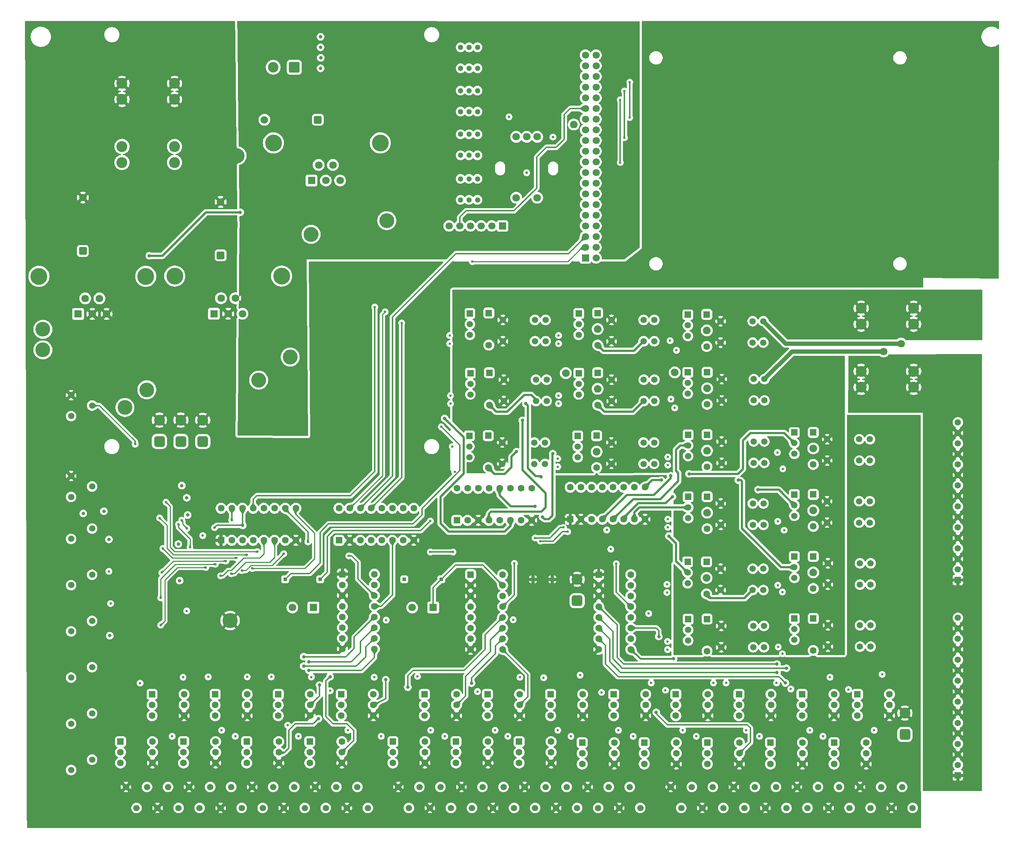
<source format=gbr>
%TF.GenerationSoftware,KiCad,Pcbnew,9.0.6*%
%TF.CreationDate,2025-11-10T19:23:00+01:00*%
%TF.ProjectId,BGA_Steuerung_4layer,4247415f-5374-4657-9565-72756e675f34,rev?*%
%TF.SameCoordinates,Original*%
%TF.FileFunction,Copper,L4,Bot*%
%TF.FilePolarity,Positive*%
%FSLAX46Y46*%
G04 Gerber Fmt 4.6, Leading zero omitted, Abs format (unit mm)*
G04 Created by KiCad (PCBNEW 9.0.6) date 2025-11-10 19:23:00*
%MOMM*%
%LPD*%
G01*
G04 APERTURE LIST*
G04 Aperture macros list*
%AMRoundRect*
0 Rectangle with rounded corners*
0 $1 Rounding radius*
0 $2 $3 $4 $5 $6 $7 $8 $9 X,Y pos of 4 corners*
0 Add a 4 corners polygon primitive as box body*
4,1,4,$2,$3,$4,$5,$6,$7,$8,$9,$2,$3,0*
0 Add four circle primitives for the rounded corners*
1,1,$1+$1,$2,$3*
1,1,$1+$1,$4,$5*
1,1,$1+$1,$6,$7*
1,1,$1+$1,$8,$9*
0 Add four rect primitives between the rounded corners*
20,1,$1+$1,$2,$3,$4,$5,0*
20,1,$1+$1,$4,$5,$6,$7,0*
20,1,$1+$1,$6,$7,$8,$9,0*
20,1,$1+$1,$8,$9,$2,$3,0*%
G04 Aperture macros list end*
%TA.AperFunction,ComponentPad*%
%ADD10C,1.500000*%
%TD*%
%TA.AperFunction,ComponentPad*%
%ADD11R,1.500000X1.500000*%
%TD*%
%TA.AperFunction,ComponentPad*%
%ADD12RoundRect,0.250000X-0.550000X-0.550000X0.550000X-0.550000X0.550000X0.550000X-0.550000X0.550000X0*%
%TD*%
%TA.AperFunction,ComponentPad*%
%ADD13C,1.600000*%
%TD*%
%TA.AperFunction,ComponentPad*%
%ADD14R,0.850000X0.850000*%
%TD*%
%TA.AperFunction,ComponentPad*%
%ADD15RoundRect,0.250000X0.650000X-0.650000X0.650000X0.650000X-0.650000X0.650000X-0.650000X-0.650000X0*%
%TD*%
%TA.AperFunction,ComponentPad*%
%ADD16C,1.800000*%
%TD*%
%TA.AperFunction,ComponentPad*%
%ADD17RoundRect,0.650000X0.650000X-0.650000X0.650000X0.650000X-0.650000X0.650000X-0.650000X-0.650000X0*%
%TD*%
%TA.AperFunction,ComponentPad*%
%ADD18C,2.600000*%
%TD*%
%TA.AperFunction,ComponentPad*%
%ADD19RoundRect,0.250000X-0.550000X0.550000X-0.550000X-0.550000X0.550000X-0.550000X0.550000X0.550000X0*%
%TD*%
%TA.AperFunction,ComponentPad*%
%ADD20R,1.800000X1.800000*%
%TD*%
%TA.AperFunction,WasherPad*%
%ADD21C,4.000000*%
%TD*%
%TA.AperFunction,ComponentPad*%
%ADD22C,1.498600*%
%TD*%
%TA.AperFunction,ComponentPad*%
%ADD23C,3.600000*%
%TD*%
%TA.AperFunction,ComponentPad*%
%ADD24RoundRect,0.250000X0.550000X-0.550000X0.550000X0.550000X-0.550000X0.550000X-0.550000X-0.550000X0*%
%TD*%
%TA.AperFunction,ComponentPad*%
%ADD25RoundRect,0.250000X0.650000X0.650000X-0.650000X0.650000X-0.650000X-0.650000X0.650000X-0.650000X0*%
%TD*%
%TA.AperFunction,ComponentPad*%
%ADD26RoundRect,0.250000X1.000000X1.000000X-1.000000X1.000000X-1.000000X-1.000000X1.000000X-1.000000X0*%
%TD*%
%TA.AperFunction,ComponentPad*%
%ADD27C,2.500000*%
%TD*%
%TA.AperFunction,ComponentPad*%
%ADD28R,1.700000X1.700000*%
%TD*%
%TA.AperFunction,ComponentPad*%
%ADD29C,1.700000*%
%TD*%
%TA.AperFunction,ComponentPad*%
%ADD30C,1.300000*%
%TD*%
%TA.AperFunction,ViaPad*%
%ADD31C,1.800000*%
%TD*%
%TA.AperFunction,ViaPad*%
%ADD32C,0.600000*%
%TD*%
%TA.AperFunction,ViaPad*%
%ADD33C,3.500000*%
%TD*%
%TA.AperFunction,ViaPad*%
%ADD34C,0.800000*%
%TD*%
%TA.AperFunction,Conductor*%
%ADD35C,0.500000*%
%TD*%
%TA.AperFunction,Conductor*%
%ADD36C,0.300000*%
%TD*%
%TA.AperFunction,Conductor*%
%ADD37C,0.400000*%
%TD*%
%TA.AperFunction,Conductor*%
%ADD38C,1.000000*%
%TD*%
%TA.AperFunction,Conductor*%
%ADD39C,0.250000*%
%TD*%
G04 APERTURE END LIST*
D10*
%TO.P,J5,1,Pin_1*%
%TO.N,GND*%
X58250000Y-260500000D03*
%TO.P,J5,2,Pin_2*%
%TO.N,Digital_In_23*%
X60750000Y-265500000D03*
%TO.P,J5,3,Pin_3*%
%TO.N,12V_Power1*%
X63250000Y-260500000D03*
%TO.P,J5,4,Pin_4*%
%TO.N,GND*%
X65750000Y-265500000D03*
%TO.P,J5,5,Pin_5*%
%TO.N,Digital_In_22*%
X68250000Y-260500000D03*
%TO.P,J5,6,Pin_6*%
%TO.N,12V_Power1*%
X70750000Y-265500000D03*
%TO.P,J5,7,Pin_7*%
%TO.N,GND*%
X73250000Y-260500000D03*
%TO.P,J5,8,Pin_8*%
%TO.N,Digital_In_21*%
X75750000Y-265500000D03*
%TO.P,J5,9,Pin_9*%
%TO.N,12V_Power1*%
X78250000Y-260500000D03*
%TO.P,J5,10,Pin_10*%
%TO.N,GND*%
X80750000Y-265500000D03*
%TO.P,J5,11,Pin_11*%
%TO.N,Digital_In_20*%
X83250000Y-260500000D03*
%TO.P,J5,12,Pin_12*%
%TO.N,12V_Power1*%
X85750000Y-265500000D03*
%TO.P,J5,13,Pin_13*%
%TO.N,GND*%
X88250000Y-260500000D03*
%TO.P,J5,14,Pin_14*%
%TO.N,Digital_In_19*%
X90750000Y-265500000D03*
%TO.P,J5,15,Pin_15*%
%TO.N,12V_Power1*%
X93250000Y-260500000D03*
%TO.P,J5,16,Pin_16*%
%TO.N,GND*%
X95750000Y-265500000D03*
%TO.P,J5,17,Pin_17*%
%TO.N,Digital_In_18*%
X98250000Y-260500000D03*
%TO.P,J5,18,Pin_18*%
%TO.N,12V_Power1*%
X100750000Y-265500000D03*
%TO.P,J5,19,Pin_19*%
%TO.N,GND*%
X103250000Y-260500000D03*
%TO.P,J5,20,Pin_20*%
%TO.N,Digital_In_17*%
X105750000Y-265500000D03*
%TO.P,J5,21,Pin_21*%
%TO.N,12V_Power1*%
X108250000Y-260500000D03*
%TO.P,J5,22,Pin_22*%
%TO.N,GND*%
X110750000Y-265500000D03*
%TO.P,J5,23,Pin_23*%
%TO.N,Digital_In_16*%
X113250000Y-260500000D03*
%TO.P,J5,24,Pin_24*%
%TO.N,12V_Power1*%
X115750000Y-265500000D03*
%TD*%
%TO.P,Q5,1,C*%
%TO.N,Net-(D36-A)*%
X140125000Y-167100557D03*
%TO.P,Q5,2,B*%
%TO.N,/Digital_IO_PCF8574/PCF8574_7BIT_23_DOut_0-7/P4_DOut4*%
X140125000Y-164560557D03*
D11*
%TO.P,Q5,3,E*%
%TO.N,GND*%
X140125000Y-162020557D03*
%TD*%
D10*
%TO.P,Q2,1,C*%
%TO.N,Net-(D33-A)*%
X191790714Y-166927744D03*
%TO.P,Q2,2,B*%
%TO.N,/Digital_IO_PCF8574/PCF8574_7BIT_23_DOut_0-7/P1_DOut1*%
X191790714Y-164387744D03*
D11*
%TO.P,Q2,3,E*%
%TO.N,GND*%
X191790714Y-161847744D03*
%TD*%
D10*
%TO.P,Q13,1,C*%
%TO.N,Net-(D44-A)*%
X217130000Y-225500000D03*
%TO.P,Q13,2,B*%
%TO.N,/Digital_IO_PCF8574/PCF8574_7BIT_24_DOut_8-15/P6_DOut14*%
X217130000Y-222960000D03*
D11*
%TO.P,Q13,3,E*%
%TO.N,GND*%
X217130000Y-220420000D03*
%TD*%
D12*
%TO.P,U28,1*%
%TO.N,Net-(D29-K)*%
X71945000Y-249710000D03*
D13*
%TO.P,U28,2*%
%TO.N,Digital_In_21*%
X71945000Y-252250000D03*
%TO.P,U28,3,NC*%
%TO.N,unconnected-(U28-NC-Pad3)*%
X71945000Y-254790000D03*
%TO.P,U28,4*%
%TO.N,GND*%
X79565000Y-254790000D03*
%TO.P,U28,5*%
%TO.N,Net-(U31-P5)*%
X79565000Y-252250000D03*
%TO.P,U28,6*%
%TO.N,unconnected-(U28-Pad6)*%
X79565000Y-249710000D03*
%TD*%
D10*
%TO.P,Q14,1,C*%
%TO.N,Net-(D45-A)*%
X191870000Y-225646837D03*
%TO.P,Q14,2,B*%
%TO.N,/Digital_IO_PCF8574/PCF8574_7BIT_24_DOut_8-15/P7_DOut15*%
X191870000Y-223106837D03*
D11*
%TO.P,Q14,3,E*%
%TO.N,GND*%
X191870000Y-220566837D03*
%TD*%
D14*
%TO.P,J20,1,Pin_1*%
%TO.N,GND*%
X155000000Y-211100000D03*
%TD*%
D15*
%TO.P,D2,1,K*%
%TO.N,Net-(D2-K)*%
X80750000Y-134000000D03*
D16*
%TO.P,D2,2,A*%
%TO.N,GND*%
X80750000Y-121300000D03*
%TD*%
D17*
%TO.P,REF\u002A\u002A,1*%
%TO.N,12V_Power1*%
X243400000Y-248000000D03*
D18*
%TO.P,REF\u002A\u002A,2*%
%TO.N,GND*%
X243400000Y-242920000D03*
%TD*%
D12*
%TO.P,U8,1*%
%TO.N,Net-(D9-K)*%
X211445000Y-249960000D03*
D13*
%TO.P,U8,2*%
%TO.N,Digital_In_3*%
X211445000Y-252500000D03*
%TO.P,U8,3,NC*%
%TO.N,unconnected-(U8-NC-Pad3)*%
X211445000Y-255040000D03*
%TO.P,U8,4*%
%TO.N,GND*%
X219065000Y-255040000D03*
%TO.P,U8,5*%
%TO.N,Net-(U5-P3)*%
X219065000Y-252500000D03*
%TO.P,U8,6*%
%TO.N,unconnected-(U8-Pad6)*%
X219065000Y-249960000D03*
%TD*%
D11*
%TO.P,J6,1,Pin_1*%
%TO.N,GND2*%
X256000000Y-211250000D03*
D10*
%TO.P,J6,2,Pin_2*%
%TO.N,D_Out7*%
X256000000Y-208750000D03*
%TO.P,J6,3,Pin_3*%
%TO.N,GND2*%
X256000000Y-206250000D03*
%TO.P,J6,4,Pin_4*%
%TO.N,D_Out6*%
X256000000Y-203750000D03*
%TO.P,J6,5,Pin_5*%
%TO.N,GND2*%
X256000000Y-201250000D03*
%TO.P,J6,6,Pin_6*%
%TO.N,D_Out5*%
X256000000Y-198750000D03*
%TO.P,J6,7,Pin_7*%
%TO.N,GND2*%
X256000000Y-196250000D03*
%TO.P,J6,8,Pin_8*%
%TO.N,D_Out4*%
X256000000Y-193750000D03*
%TO.P,J6,9,Pin_9*%
%TO.N,GND2*%
X256000000Y-191250000D03*
%TO.P,J6,10,Pin_10*%
%TO.N,D_Out3*%
X256000000Y-188750000D03*
%TO.P,J6,11,Pin_11*%
%TO.N,GND2*%
X256000000Y-186250000D03*
%TO.P,J6,12,Pin_12*%
%TO.N,D_Out2*%
X256000000Y-183750000D03*
%TO.P,J6,13,Pin_13*%
%TO.N,GND2*%
X256000000Y-181250000D03*
%TO.P,J6,14,Pin_14*%
%TO.N,D_Out1*%
X256000000Y-178750000D03*
%TO.P,J6,15,Pin_15*%
%TO.N,GND2*%
X256000000Y-176250000D03*
%TO.P,J6,16,Pin_16*%
%TO.N,D_Out0*%
X256000000Y-173750000D03*
%TD*%
D19*
%TO.P,D44,1,K*%
%TO.N,12V_Power1*%
X221630000Y-220400000D03*
D13*
%TO.P,D44,2,A*%
%TO.N,Net-(D44-A)*%
X221630000Y-228020000D03*
%TD*%
D10*
%TO.P,Q11,1,C*%
%TO.N,Net-(D42-A)*%
X217130000Y-195986326D03*
%TO.P,Q11,2,B*%
%TO.N,/Digital_IO_PCF8574/PCF8574_7BIT_24_DOut_8-15/P2_DOut10*%
X217130000Y-193446326D03*
D11*
%TO.P,Q11,3,E*%
%TO.N,GND*%
X217130000Y-190906326D03*
%TD*%
D12*
%TO.P,U9,1*%
%TO.N,Net-(D11-K)*%
X232130000Y-238460000D03*
D13*
%TO.P,U9,2*%
%TO.N,Digital_In_0*%
X232130000Y-241000000D03*
%TO.P,U9,3,NC*%
%TO.N,unconnected-(U9-NC-Pad3)*%
X232130000Y-243540000D03*
%TO.P,U9,4*%
%TO.N,GND*%
X239750000Y-243540000D03*
%TO.P,U9,5*%
%TO.N,Net-(U5-P0)*%
X239750000Y-241000000D03*
%TO.P,U9,6*%
%TO.N,unconnected-(U9-Pad6)*%
X239750000Y-238460000D03*
%TD*%
D12*
%TO.P,U25,1*%
%TO.N,Net-(D26-K)*%
X94445000Y-238460000D03*
D13*
%TO.P,U25,2*%
%TO.N,Digital_In_18*%
X94445000Y-241000000D03*
%TO.P,U25,3,NC*%
%TO.N,unconnected-(U25-NC-Pad3)*%
X94445000Y-243540000D03*
%TO.P,U25,4*%
%TO.N,GND*%
X102065000Y-243540000D03*
%TO.P,U25,5*%
%TO.N,Net-(U31-P2)*%
X102065000Y-241000000D03*
%TO.P,U25,6*%
%TO.N,unconnected-(U25-Pad6)*%
X102065000Y-238460000D03*
%TD*%
D20*
%TO.P,J22,1,Pin_1*%
%TO.N,Net-(J22-Pin_1)*%
X102800000Y-217800000D03*
D16*
%TO.P,J22,2,Pin_2*%
%TO.N,Net-(J22-Pin_2)*%
X97800000Y-217800000D03*
%TD*%
D21*
%TO.P,HS1,*%
%TO.N,*%
X118700000Y-107250000D03*
X93300000Y-107250000D03*
%TD*%
D14*
%TO.P,J19,1,Pin_1*%
%TO.N,/Analog_Input_ADS1115/3_3V_SDA*%
X133220000Y-211100000D03*
%TD*%
D22*
%TO.P,K7,1,1*%
%TO.N,D_Out6*%
X157860000Y-178534441D03*
%TO.P,K7,2,2*%
%TO.N,12V_Power1*%
X155320000Y-178534441D03*
%TO.P,K7,3,3*%
%TO.N,R_Power_ext*%
X147700000Y-178534441D03*
%TO.P,K7,4,4*%
X147700000Y-183614441D03*
%TO.P,K7,5,5*%
%TO.N,Net-(D38-A)*%
X155320000Y-183614441D03*
%TO.P,K7,6,6*%
%TO.N,unconnected-(K7-Pad6)*%
X157860000Y-183614441D03*
%TD*%
D10*
%TO.P,J15,1,Pin_1*%
%TO.N,4_20IN_4*%
X45200000Y-212470000D03*
%TO.P,J15,2,Pin_2*%
%TO.N,12V_Power1*%
X50200000Y-210000000D03*
%TD*%
%TO.P,Q15,1,C*%
%TO.N,Net-(D46-A)*%
X217130000Y-210743163D03*
%TO.P,Q15,2,B*%
%TO.N,/Digital_IO_PCF8574/PCF8574_7BIT_24_DOut_8-15/P4_DOut12*%
X217130000Y-208203163D03*
D11*
%TO.P,Q15,3,E*%
%TO.N,GND*%
X217130000Y-205663163D03*
%TD*%
D12*
%TO.P,U5,1,A0*%
%TO.N,GND*%
X170630000Y-209970000D03*
D13*
%TO.P,U5,2,A1*%
X170630000Y-212510000D03*
%TO.P,U5,3,A2*%
X170630000Y-215050000D03*
%TO.P,U5,4,P0*%
%TO.N,Net-(U5-P0)*%
X170630000Y-217590000D03*
%TO.P,U5,5,P1*%
%TO.N,Net-(U5-P1)*%
X170630000Y-220130000D03*
%TO.P,U5,6,P2*%
%TO.N,Net-(U5-P2)*%
X170630000Y-222670000D03*
%TO.P,U5,7,P3*%
%TO.N,Net-(U5-P3)*%
X170630000Y-225210000D03*
%TO.P,U5,8,GND*%
%TO.N,GND*%
X170630000Y-227750000D03*
%TO.P,U5,9,P4*%
%TO.N,Net-(U5-P4)*%
X178250000Y-227750000D03*
%TO.P,U5,10,P5*%
%TO.N,Net-(U5-P5)*%
X178250000Y-225210000D03*
%TO.P,U5,11,P6*%
%TO.N,Net-(U5-P6)*%
X178250000Y-222670000D03*
%TO.P,U5,12,P7*%
%TO.N,Net-(U5-P7)*%
X178250000Y-220130000D03*
%TO.P,U5,13,INT*%
%TO.N,/Digital_IO_PCF8574/PCF8574_7BIT_20_DIn0-7/INT_0x20*%
X178250000Y-217590000D03*
%TO.P,U5,14,SCL*%
%TO.N,/Analog_Input_ADS1115/3_3V_SCL*%
X178250000Y-215050000D03*
%TO.P,U5,15,SDA*%
%TO.N,/Analog_Input_ADS1115/3_3V_SDA*%
X178250000Y-212510000D03*
%TO.P,U5,16,VCC*%
%TO.N,3_3V_Power1*%
X178250000Y-209970000D03*
%TD*%
D12*
%TO.P,U11,1*%
%TO.N,Net-(D13-K)*%
X196445000Y-249960000D03*
D13*
%TO.P,U11,2*%
%TO.N,Digital_In_5*%
X196445000Y-252500000D03*
%TO.P,U11,3,NC*%
%TO.N,unconnected-(U11-NC-Pad3)*%
X196445000Y-255040000D03*
%TO.P,U11,4*%
%TO.N,GND*%
X204065000Y-255040000D03*
%TO.P,U11,5*%
%TO.N,Net-(U5-P5)*%
X204065000Y-252500000D03*
%TO.P,U11,6*%
%TO.N,unconnected-(U11-Pad6)*%
X204065000Y-249960000D03*
%TD*%
D10*
%TO.P,J14,1,Pin_1*%
%TO.N,4_20IN_3*%
X45200000Y-223470000D03*
%TO.P,J14,2,Pin_2*%
%TO.N,12V_Power1*%
X50200000Y-221000000D03*
%TD*%
D19*
%TO.P,D36,1,K*%
%TO.N,12V_Power1*%
X144625000Y-161960557D03*
D13*
%TO.P,D36,2,A*%
%TO.N,Net-(D36-A)*%
X144625000Y-169580557D03*
%TD*%
D20*
%TO.P,U3,1,VIN*%
%TO.N,12V_Power1*%
X102350000Y-116200000D03*
D16*
%TO.P,U3,2,OUT*%
%TO.N,Net-(D6-K)*%
X104050000Y-112500000D03*
%TO.P,U3,3,GND*%
%TO.N,GND*%
X105750000Y-116200000D03*
%TO.P,U3,4,FB*%
%TO.N,Net-(J2-Pin_1)*%
X107450000Y-112500000D03*
%TO.P,U3,5,~{ON}/OFF*%
%TO.N,GND*%
X109150000Y-116200000D03*
%TD*%
D23*
%TO.P,REF\u002A\u002A,1*%
%TO.N,GND*%
X83000000Y-220900000D03*
%TD*%
D19*
%TO.P,D35,1,K*%
%TO.N,12V_Power1*%
X170375000Y-147727581D03*
D13*
%TO.P,D35,2,A*%
%TO.N,Net-(D35-A)*%
X170375000Y-155347581D03*
%TD*%
D22*
%TO.P,K12,1,1*%
%TO.N,D_Out11*%
X209800000Y-193053999D03*
%TO.P,K12,2,2*%
%TO.N,12V_Power1*%
X207260000Y-193053999D03*
%TO.P,K12,3,3*%
%TO.N,R_Power_ext*%
X199640000Y-193053999D03*
%TO.P,K12,4,4*%
X199640000Y-198133999D03*
%TO.P,K12,5,5*%
%TO.N,Net-(D43-A)*%
X207260000Y-198133999D03*
%TO.P,K12,6,6*%
%TO.N,unconnected-(K12-Pad6)*%
X209800000Y-198133999D03*
%TD*%
D14*
%TO.P,J21,1,Pin_1*%
%TO.N,GND*%
X159600000Y-211100000D03*
%TD*%
D10*
%TO.P,J13,1,Pin_1*%
%TO.N,4_20IN_2*%
X45200000Y-234470000D03*
%TO.P,J13,2,Pin_2*%
%TO.N,12V_Power1*%
X50200000Y-232000000D03*
%TD*%
D12*
%TO.P,U19,1*%
%TO.N,Net-(D21-K)*%
X136695000Y-249710000D03*
D13*
%TO.P,U19,2*%
%TO.N,Digital_In_13*%
X136695000Y-252250000D03*
%TO.P,U19,3,NC*%
%TO.N,unconnected-(U19-NC-Pad3)*%
X136695000Y-254790000D03*
%TO.P,U19,4*%
%TO.N,GND*%
X144315000Y-254790000D03*
%TO.P,U19,5*%
%TO.N,Net-(U22-P5)*%
X144315000Y-252250000D03*
%TO.P,U19,6*%
%TO.N,unconnected-(U19-Pad6)*%
X144315000Y-249710000D03*
%TD*%
D22*
%TO.P,K13,1,1*%
%TO.N,D_Out12*%
X235260000Y-207269813D03*
%TO.P,K13,2,2*%
%TO.N,12V_Power1*%
X232720000Y-207269813D03*
%TO.P,K13,3,3*%
%TO.N,R_Power_ext*%
X225100000Y-207269813D03*
%TO.P,K13,4,4*%
X225100000Y-212349813D03*
%TO.P,K13,5,5*%
%TO.N,Net-(D46-A)*%
X232720000Y-212349813D03*
%TO.P,K13,6,6*%
%TO.N,unconnected-(K13-Pad6)*%
X235260000Y-212349813D03*
%TD*%
D10*
%TO.P,Q9,1,C*%
%TO.N,Net-(D40-A)*%
X217130000Y-181229489D03*
%TO.P,Q9,2,B*%
%TO.N,/Digital_IO_PCF8574/PCF8574_7BIT_24_DOut_8-15/P0_DOut8*%
X217130000Y-178689489D03*
D11*
%TO.P,Q9,3,E*%
%TO.N,GND*%
X217130000Y-176149489D03*
%TD*%
D19*
%TO.P,D40,1,K*%
%TO.N,12V_Power1*%
X221630000Y-176129489D03*
D13*
%TO.P,D40,2,A*%
%TO.N,Net-(D40-A)*%
X221630000Y-183749489D03*
%TD*%
D10*
%TO.P,J16,1,Pin_1*%
%TO.N,4_20IN_5*%
X45200000Y-201470000D03*
%TO.P,J16,2,Pin_2*%
%TO.N,12V_Power1*%
X50200000Y-199000000D03*
%TD*%
D22*
%TO.P,K2,1,1*%
%TO.N,D_Out0*%
X209760000Y-149681394D03*
%TO.P,K2,2,2*%
%TO.N,12V_Power1*%
X207220000Y-149681394D03*
%TO.P,K2,3,3*%
%TO.N,R_Power_ext*%
X199600000Y-149681394D03*
%TO.P,K2,4,4*%
X199600000Y-154761394D03*
%TO.P,K2,5,5*%
%TO.N,Net-(D32-A)*%
X207220000Y-154761394D03*
%TO.P,K2,6,6*%
%TO.N,unconnected-(K2-Pad6)*%
X209760000Y-154761394D03*
%TD*%
D12*
%TO.P,U31,1,A0*%
%TO.N,GND*%
X109695000Y-209860000D03*
D13*
%TO.P,U31,2,A1*%
%TO.N,3_3V_Power1*%
X109695000Y-212400000D03*
%TO.P,U31,3,A2*%
%TO.N,GND*%
X109695000Y-214940000D03*
%TO.P,U31,4,P0*%
%TO.N,Net-(U31-P0)*%
X109695000Y-217480000D03*
%TO.P,U31,5,P1*%
%TO.N,Net-(U31-P1)*%
X109695000Y-220020000D03*
%TO.P,U31,6,P2*%
%TO.N,Net-(U31-P2)*%
X109695000Y-222560000D03*
%TO.P,U31,7,P3*%
%TO.N,Net-(U31-P3)*%
X109695000Y-225100000D03*
%TO.P,U31,8,GND*%
%TO.N,GND*%
X109695000Y-227640000D03*
%TO.P,U31,9,P4*%
%TO.N,Net-(U31-P4)*%
X117315000Y-227640000D03*
%TO.P,U31,10,P5*%
%TO.N,Net-(U31-P5)*%
X117315000Y-225100000D03*
%TO.P,U31,11,P6*%
%TO.N,Net-(U31-P6)*%
X117315000Y-222560000D03*
%TO.P,U31,12,P7*%
%TO.N,Net-(U31-P7)*%
X117315000Y-220020000D03*
%TO.P,U31,13,INT*%
%TO.N,/Digital_IO_PCF8574/PCF8574_7BIT_22_DIn16-23/INT_0x22*%
X117315000Y-217480000D03*
%TO.P,U31,14,SCL*%
%TO.N,/Analog_Input_ADS1115/3_3V_SCL*%
X117315000Y-214940000D03*
%TO.P,U31,15,SDA*%
%TO.N,/Analog_Input_ADS1115/3_3V_SDA*%
X117315000Y-212400000D03*
%TO.P,U31,16,VCC*%
%TO.N,3_3V_Power1*%
X117315000Y-209860000D03*
%TD*%
D14*
%TO.P,J18,1,Pin_1*%
%TO.N,/Analog_Input_ADS1115/3_3V_SCL*%
X124400000Y-211100000D03*
%TD*%
D21*
%TO.P,HS2,*%
%TO.N,*%
X62950000Y-139000000D03*
X37550000Y-139000000D03*
%TD*%
D12*
%TO.P,U12,1*%
%TO.N,Net-(D14-K)*%
X188945000Y-238460000D03*
D13*
%TO.P,U12,2*%
%TO.N,Digital_In_6*%
X188945000Y-241000000D03*
%TO.P,U12,3,NC*%
%TO.N,unconnected-(U12-NC-Pad3)*%
X188945000Y-243540000D03*
%TO.P,U12,4*%
%TO.N,GND*%
X196565000Y-243540000D03*
%TO.P,U12,5*%
%TO.N,Net-(U5-P6)*%
X196565000Y-241000000D03*
%TO.P,U12,6*%
%TO.N,unconnected-(U12-Pad6)*%
X196565000Y-238460000D03*
%TD*%
D24*
%TO.P,U33,1,A0*%
%TO.N,GND*%
X163860000Y-196805000D03*
D13*
%TO.P,U33,2,A1*%
X166400000Y-196805000D03*
%TO.P,U33,3,A2*%
%TO.N,3_3V_Power1*%
X168940000Y-196805000D03*
%TO.P,U33,4,P0*%
%TO.N,/Digital_IO_PCF8574/PCF8574_7BIT_24_DOut_8-15/P0_DOut8*%
X171480000Y-196805000D03*
%TO.P,U33,5,P1*%
%TO.N,/Digital_IO_PCF8574/PCF8574_7BIT_24_DOut_8-15/P1_DOut9*%
X174020000Y-196805000D03*
%TO.P,U33,6,P2*%
%TO.N,/Digital_IO_PCF8574/PCF8574_7BIT_24_DOut_8-15/P2_DOut10*%
X176560000Y-196805000D03*
%TO.P,U33,7,P3*%
%TO.N,/Digital_IO_PCF8574/PCF8574_7BIT_24_DOut_8-15/P3_DOut11*%
X179100000Y-196805000D03*
%TO.P,U33,8,GND*%
%TO.N,GND*%
X181640000Y-196805000D03*
%TO.P,U33,9,P4*%
%TO.N,/Digital_IO_PCF8574/PCF8574_7BIT_24_DOut_8-15/P4_DOut12*%
X181640000Y-189185000D03*
%TO.P,U33,10,P5*%
%TO.N,/Digital_IO_PCF8574/PCF8574_7BIT_24_DOut_8-15/P5_DOut13*%
X179100000Y-189185000D03*
%TO.P,U33,11,P6*%
%TO.N,/Digital_IO_PCF8574/PCF8574_7BIT_24_DOut_8-15/P6_DOut14*%
X176560000Y-189185000D03*
%TO.P,U33,12,P7*%
%TO.N,/Digital_IO_PCF8574/PCF8574_7BIT_24_DOut_8-15/P7_DOut15*%
X174020000Y-189185000D03*
%TO.P,U33,13,INT*%
%TO.N,unconnected-(U33-INT-Pad13)*%
X171480000Y-189185000D03*
%TO.P,U33,14,SCL*%
%TO.N,/Analog_Input_ADS1115/3_3V_SCL*%
X168940000Y-189185000D03*
%TO.P,U33,15,SDA*%
%TO.N,/Analog_Input_ADS1115/3_3V_SDA*%
X166400000Y-189185000D03*
%TO.P,U33,16,VCC*%
%TO.N,3_3V_Power1*%
X163860000Y-189185000D03*
%TD*%
D10*
%TO.P,Q4,1,C*%
%TO.N,Net-(D35-A)*%
X165875000Y-152907581D03*
%TO.P,Q4,2,B*%
%TO.N,/Digital_IO_PCF8574/PCF8574_7BIT_23_DOut_0-7/P3_DOut3*%
X165875000Y-150367581D03*
D11*
%TO.P,Q4,3,E*%
%TO.N,GND*%
X165875000Y-147827581D03*
%TD*%
D19*
%TO.P,D33,1,K*%
%TO.N,12V_Power1*%
X196400714Y-161827744D03*
D13*
%TO.P,D33,2,A*%
%TO.N,Net-(D33-A)*%
X196400714Y-169447744D03*
%TD*%
D19*
%TO.P,D34,1,K*%
%TO.N,12V_Power1*%
X144505000Y-147727581D03*
D13*
%TO.P,D34,2,A*%
%TO.N,Net-(D34-A)*%
X144505000Y-155347581D03*
%TD*%
D22*
%TO.P,K10,1,1*%
%TO.N,D_Out9*%
X210000000Y-178297162D03*
%TO.P,K10,2,2*%
%TO.N,12V_Power1*%
X207460000Y-178297162D03*
%TO.P,K10,3,3*%
%TO.N,R_Power_ext*%
X199840000Y-178297162D03*
%TO.P,K10,4,4*%
X199840000Y-183377162D03*
%TO.P,K10,5,5*%
%TO.N,Net-(D41-A)*%
X207460000Y-183377162D03*
%TO.P,K10,6,6*%
%TO.N,unconnected-(K10-Pad6)*%
X210000000Y-183377162D03*
%TD*%
%TO.P,K9,1,1*%
%TO.N,D_Out8*%
X235100000Y-177756139D03*
%TO.P,K9,2,2*%
%TO.N,12V_Power1*%
X232560000Y-177756139D03*
%TO.P,K9,3,3*%
%TO.N,R_Power_ext*%
X224940000Y-177756139D03*
%TO.P,K9,4,4*%
X224940000Y-182836139D03*
%TO.P,K9,5,5*%
%TO.N,Net-(D40-A)*%
X232560000Y-182836139D03*
%TO.P,K9,6,6*%
%TO.N,unconnected-(K9-Pad6)*%
X235100000Y-182836139D03*
%TD*%
D19*
%TO.P,D37,1,K*%
%TO.N,12V_Power1*%
X170375000Y-161960558D03*
D13*
%TO.P,D37,2,A*%
%TO.N,Net-(D37-A)*%
X170375000Y-169580558D03*
%TD*%
D19*
%TO.P,D46,1,K*%
%TO.N,12V_Power1*%
X221630000Y-205643163D03*
D13*
%TO.P,D46,2,A*%
%TO.N,Net-(D46-A)*%
X221630000Y-213263163D03*
%TD*%
D24*
%TO.P,U44,1,A0*%
%TO.N,GND*%
X80860000Y-201805000D03*
D13*
%TO.P,U44,2,A1*%
%TO.N,3_3V_Power1*%
X83400000Y-201805000D03*
%TO.P,U44,3,A2*%
X85940000Y-201805000D03*
%TO.P,U44,4,P0*%
%TO.N,/Analog_Input_ADS1115/4_20_circuit_protection_/SGOOD_4_20IN_0*%
X88480000Y-201805000D03*
%TO.P,U44,5,P1*%
%TO.N,/Analog_Input_ADS1115/4_20_circuit_protection_/SGOOD_4_20IN_1*%
X91020000Y-201805000D03*
%TO.P,U44,6,P2*%
%TO.N,/Analog_Input_ADS1115/4_20_circuit_protection_/SGOOD_4_20IN_2*%
X93560000Y-201805000D03*
%TO.P,U44,7,P3*%
%TO.N,/Analog_Input_ADS1115/4_20_circuit_protection_/SGOOD_4_20IN_3*%
X96100000Y-201805000D03*
%TO.P,U44,8,GND*%
%TO.N,GND*%
X98640000Y-201805000D03*
%TO.P,U44,9,P4*%
%TO.N,/Analog_Input_ADS1115/4_20_circuit_protection_/SGOOD_4_20IN_4*%
X98640000Y-194185000D03*
%TO.P,U44,10,P5*%
%TO.N,/Analog_Input_ADS1115/4_20_circuit_protection_/SGOOD_4_20IN_5*%
X96100000Y-194185000D03*
%TO.P,U44,11,P6*%
%TO.N,Net-(D53-K)*%
X93560000Y-194185000D03*
%TO.P,U44,12,P7*%
%TO.N,Net-(D54-K)*%
X91020000Y-194185000D03*
%TO.P,U44,13,INT*%
%TO.N,/Analog_Input_ADS1115/INT_0x26*%
X88480000Y-194185000D03*
%TO.P,U44,14,SCL*%
%TO.N,/Analog_Input_ADS1115/3_3V_SCL*%
X85940000Y-194185000D03*
%TO.P,U44,15,SDA*%
%TO.N,/Analog_Input_ADS1115/3_3V_SDA*%
X83400000Y-194185000D03*
%TO.P,U44,16,VCC*%
%TO.N,3_3V_Power1*%
X80860000Y-194185000D03*
%TD*%
D12*
%TO.P,U6,1*%
%TO.N,Net-(D12-K)*%
X226565000Y-249960000D03*
D13*
%TO.P,U6,2*%
%TO.N,Digital_In_1*%
X226565000Y-252500000D03*
%TO.P,U6,3,NC*%
%TO.N,unconnected-(U6-NC-Pad3)*%
X226565000Y-255040000D03*
%TO.P,U6,4*%
%TO.N,GND*%
X234185000Y-255040000D03*
%TO.P,U6,5*%
%TO.N,Net-(U5-P1)*%
X234185000Y-252500000D03*
%TO.P,U6,6*%
%TO.N,unconnected-(U6-Pad6)*%
X234185000Y-249960000D03*
%TD*%
D17*
%TO.P,REF\u002A\u002A,1*%
%TO.N,3_3V_Power1*%
X71300000Y-178280000D03*
D18*
%TO.P,REF\u002A\u002A,2*%
%TO.N,GND*%
X71300000Y-173200000D03*
%TD*%
D15*
%TO.P,D3,1,K*%
%TO.N,Net-(D3-K)*%
X48000000Y-132950000D03*
D16*
%TO.P,D3,2,A*%
%TO.N,GND*%
X48000000Y-120250000D03*
%TD*%
D20*
%TO.P,U2,1,VIN*%
%TO.N,12V_Power1*%
X79145807Y-147900000D03*
D16*
%TO.P,U2,2,OUT*%
%TO.N,Net-(D2-K)*%
X80845807Y-144200000D03*
%TO.P,U2,3,GND*%
%TO.N,GND*%
X82545807Y-147900000D03*
%TO.P,U2,4,FB*%
%TO.N,3_3V_Power1*%
X84245807Y-144200000D03*
%TO.P,U2,5,~{ON}/OFF*%
%TO.N,GND*%
X85945807Y-147900000D03*
%TD*%
D17*
%TO.P,REF\u002A\u002A,1*%
%TO.N,3_3V_Power1*%
X165500000Y-216180000D03*
D18*
%TO.P,REF\u002A\u002A,2*%
%TO.N,GND*%
X165500000Y-211100000D03*
%TD*%
D10*
%TO.P,Q12,1,C*%
%TO.N,Net-(D43-A)*%
X191894286Y-196527349D03*
%TO.P,Q12,2,B*%
%TO.N,/Digital_IO_PCF8574/PCF8574_7BIT_24_DOut_8-15/P3_DOut11*%
X191894286Y-193987349D03*
D11*
%TO.P,Q12,3,E*%
%TO.N,GND*%
X191894286Y-191447349D03*
%TD*%
D14*
%TO.P,J23,1,Pin_1*%
%TO.N,Net-(J22-Pin_2)*%
X96090000Y-211100000D03*
%TD*%
D19*
%TO.P,D43,1,K*%
%TO.N,12V_Power1*%
X196394286Y-191427349D03*
D13*
%TO.P,D43,2,A*%
%TO.N,Net-(D43-A)*%
X196394286Y-199047349D03*
%TD*%
D22*
%TO.P,K3,1,1*%
%TO.N,D_Out2*%
X158000000Y-149354231D03*
%TO.P,K3,2,2*%
%TO.N,12V_Power1*%
X155460000Y-149354231D03*
%TO.P,K3,3,3*%
%TO.N,R_Power_ext*%
X147840000Y-149354231D03*
%TO.P,K3,4,4*%
X147840000Y-154434231D03*
%TO.P,K3,5,5*%
%TO.N,Net-(D34-A)*%
X155460000Y-154434231D03*
%TO.P,K3,6,6*%
%TO.N,unconnected-(K3-Pad6)*%
X158000000Y-154434231D03*
%TD*%
D12*
%TO.P,U18,1*%
%TO.N,Net-(D20-K)*%
X144195000Y-238460000D03*
D13*
%TO.P,U18,2*%
%TO.N,Digital_In_12*%
X144195000Y-241000000D03*
%TO.P,U18,3,NC*%
%TO.N,unconnected-(U18-NC-Pad3)*%
X144195000Y-243540000D03*
%TO.P,U18,4*%
%TO.N,GND*%
X151815000Y-243540000D03*
%TO.P,U18,5*%
%TO.N,Net-(U22-P4)*%
X151815000Y-241000000D03*
%TO.P,U18,6*%
%TO.N,unconnected-(U18-Pad6)*%
X151815000Y-238460000D03*
%TD*%
D19*
%TO.P,D41,1,K*%
%TO.N,12V_Power1*%
X196370000Y-176670512D03*
D13*
%TO.P,D41,2,A*%
%TO.N,Net-(D41-A)*%
X196370000Y-184290512D03*
%TD*%
D10*
%TO.P,Q7,1,C*%
%TO.N,Net-(D38-A)*%
X139875000Y-182007791D03*
%TO.P,Q7,2,B*%
%TO.N,/Digital_IO_PCF8574/PCF8574_7BIT_23_DOut_0-7/P6_DOut6*%
X139875000Y-179467791D03*
D11*
%TO.P,Q7,3,E*%
%TO.N,GND*%
X139875000Y-176927791D03*
%TD*%
D24*
%TO.P,U34,1,A0*%
%TO.N,3_3V_Power1*%
X108880000Y-201805000D03*
D13*
%TO.P,U34,2,A1*%
%TO.N,GND*%
X111420000Y-201805000D03*
%TO.P,U34,3,A2*%
%TO.N,3_3V_Power1*%
X113960000Y-201805000D03*
%TO.P,U34,4,P0*%
%TO.N,/Digital_IO_PCF8574/PCF8574_7BIT_20_DIn0-7/INT_0x20*%
X116500000Y-201805000D03*
%TO.P,U34,5,P1*%
%TO.N,/Digital_IO_PCF8574/PCF8574_7BIT_21_DIn8-15/INT_0x21*%
X119040000Y-201805000D03*
%TO.P,U34,6,P2*%
%TO.N,/Digital_IO_PCF8574/PCF8574_7BIT_22_DIn16-23/INT_0x22*%
X121580000Y-201805000D03*
%TO.P,U34,7,P3*%
%TO.N,Net-(D48-K)*%
X124120000Y-201805000D03*
%TO.P,U34,8,GND*%
%TO.N,GND*%
X126660000Y-201805000D03*
%TO.P,U34,9,P4*%
%TO.N,Net-(D49-K)*%
X126660000Y-194185000D03*
%TO.P,U34,10,P5*%
%TO.N,Net-(D50-K)*%
X124120000Y-194185000D03*
%TO.P,U34,11,P6*%
%TO.N,Net-(D51-K)*%
X121580000Y-194185000D03*
%TO.P,U34,12,P7*%
%TO.N,Net-(D52-K)*%
X119040000Y-194185000D03*
%TO.P,U34,13,INT*%
%TO.N,/INT_0x25*%
X116500000Y-194185000D03*
%TO.P,U34,14,SCL*%
%TO.N,/Analog_Input_ADS1115/3_3V_SCL*%
X113960000Y-194185000D03*
%TO.P,U34,15,SDA*%
%TO.N,/Analog_Input_ADS1115/3_3V_SDA*%
X111420000Y-194185000D03*
%TO.P,U34,16,VCC*%
%TO.N,3_3V_Power1*%
X108880000Y-194185000D03*
%TD*%
D19*
%TO.P,D38,1,K*%
%TO.N,12V_Power1*%
X144375000Y-176907791D03*
D13*
%TO.P,D38,2,A*%
%TO.N,Net-(D38-A)*%
X144375000Y-184527791D03*
%TD*%
D12*
%TO.P,U21,1*%
%TO.N,Net-(D23-K)*%
X121695000Y-249710000D03*
D13*
%TO.P,U21,2*%
%TO.N,Digital_In_15*%
X121695000Y-252250000D03*
%TO.P,U21,3,NC*%
%TO.N,unconnected-(U21-NC-Pad3)*%
X121695000Y-254790000D03*
%TO.P,U21,4*%
%TO.N,GND*%
X129315000Y-254790000D03*
%TO.P,U21,5*%
%TO.N,Net-(U22-P7)*%
X129315000Y-252250000D03*
%TO.P,U21,6*%
%TO.N,unconnected-(U21-Pad6)*%
X129315000Y-249710000D03*
%TD*%
D22*
%TO.P,K11,1,1*%
%TO.N,D_Out10*%
X235060000Y-192512976D03*
%TO.P,K11,2,2*%
%TO.N,12V_Power1*%
X232520000Y-192512976D03*
%TO.P,K11,3,3*%
%TO.N,R_Power_ext*%
X224900000Y-192512976D03*
%TO.P,K11,4,4*%
X224900000Y-197592976D03*
%TO.P,K11,5,5*%
%TO.N,Net-(D42-A)*%
X232520000Y-197592976D03*
%TO.P,K11,6,6*%
%TO.N,unconnected-(K11-Pad6)*%
X235060000Y-197592976D03*
%TD*%
%TO.P,K1,1,1*%
%TO.N,D_Out1*%
X210040000Y-163454394D03*
%TO.P,K1,2,2*%
%TO.N,12V_Power1*%
X207500000Y-163454394D03*
%TO.P,K1,3,3*%
%TO.N,R_Power_ext*%
X199880000Y-163454394D03*
%TO.P,K1,4,4*%
X199880000Y-168534394D03*
%TO.P,K1,5,5*%
%TO.N,Net-(D33-A)*%
X207500000Y-168534394D03*
%TO.P,K1,6,6*%
%TO.N,unconnected-(K1-Pad6)*%
X210040000Y-168534394D03*
%TD*%
D10*
%TO.P,Q8,1,C*%
%TO.N,Net-(D39-A)*%
X165625000Y-182047790D03*
%TO.P,Q8,2,B*%
%TO.N,/Digital_IO_PCF8574/PCF8574_7BIT_23_DOut_0-7/P7_DOut7*%
X165625000Y-179507790D03*
D11*
%TO.P,Q8,3,E*%
%TO.N,GND*%
X165625000Y-176967790D03*
%TD*%
D12*
%TO.P,U14,1*%
%TO.N,Net-(D16-K)*%
X174195000Y-238460000D03*
D13*
%TO.P,U14,2*%
%TO.N,Digital_In_8*%
X174195000Y-241000000D03*
%TO.P,U14,3,NC*%
%TO.N,unconnected-(U14-NC-Pad3)*%
X174195000Y-243540000D03*
%TO.P,U14,4*%
%TO.N,GND*%
X181815000Y-243540000D03*
%TO.P,U14,5*%
%TO.N,Net-(U22-P0)*%
X181815000Y-241000000D03*
%TO.P,U14,6*%
%TO.N,unconnected-(U14-Pad6)*%
X181815000Y-238460000D03*
%TD*%
D12*
%TO.P,U16,1*%
%TO.N,Net-(D18-K)*%
X159195000Y-238460000D03*
D13*
%TO.P,U16,2*%
%TO.N,Digital_In_10*%
X159195000Y-241000000D03*
%TO.P,U16,3,NC*%
%TO.N,unconnected-(U16-NC-Pad3)*%
X159195000Y-243540000D03*
%TO.P,U16,4*%
%TO.N,GND*%
X166815000Y-243540000D03*
%TO.P,U16,5*%
%TO.N,Net-(U22-P2)*%
X166815000Y-241000000D03*
%TO.P,U16,6*%
%TO.N,unconnected-(U16-Pad6)*%
X166815000Y-238460000D03*
%TD*%
D25*
%TO.P,D6,1,K*%
%TO.N,Net-(D6-K)*%
X103850000Y-101750000D03*
D16*
%TO.P,D6,2,A*%
%TO.N,GND*%
X91150000Y-101750000D03*
%TD*%
D10*
%TO.P,J3,1,Pin_1*%
%TO.N,GND*%
X187750000Y-260500000D03*
%TO.P,J3,2,Pin_2*%
%TO.N,Digital_In_7*%
X190250000Y-265500000D03*
%TO.P,J3,3,Pin_3*%
%TO.N,12V_Power1*%
X192750000Y-260500000D03*
%TO.P,J3,4,Pin_4*%
%TO.N,GND*%
X195250000Y-265500000D03*
%TO.P,J3,5,Pin_5*%
%TO.N,Digital_In_6*%
X197750000Y-260500000D03*
%TO.P,J3,6,Pin_6*%
%TO.N,12V_Power1*%
X200250000Y-265500000D03*
%TO.P,J3,7,Pin_7*%
%TO.N,GND*%
X202750000Y-260500000D03*
%TO.P,J3,8,Pin_8*%
%TO.N,Digital_In_5*%
X205250000Y-265500000D03*
%TO.P,J3,9,Pin_9*%
%TO.N,12V_Power1*%
X207750000Y-260500000D03*
%TO.P,J3,10,Pin_10*%
%TO.N,GND*%
X210250000Y-265500000D03*
%TO.P,J3,11,Pin_11*%
%TO.N,Digital_In_4*%
X212750000Y-260500000D03*
%TO.P,J3,12,Pin_12*%
%TO.N,12V_Power1*%
X215250000Y-265500000D03*
%TO.P,J3,13,Pin_13*%
%TO.N,GND*%
X217750000Y-260500000D03*
%TO.P,J3,14,Pin_14*%
%TO.N,Digital_In_3*%
X220250000Y-265500000D03*
%TO.P,J3,15,Pin_15*%
%TO.N,12V_Power1*%
X222750000Y-260500000D03*
%TO.P,J3,16,Pin_16*%
%TO.N,GND*%
X225250000Y-265500000D03*
%TO.P,J3,17,Pin_17*%
%TO.N,Digital_In_2*%
X227750000Y-260500000D03*
%TO.P,J3,18,Pin_18*%
%TO.N,12V_Power1*%
X230250000Y-265500000D03*
%TO.P,J3,19,Pin_19*%
%TO.N,GND*%
X232750000Y-260500000D03*
%TO.P,J3,20,Pin_20*%
%TO.N,Digital_In_1*%
X235250000Y-265500000D03*
%TO.P,J3,21,Pin_21*%
%TO.N,12V_Power1*%
X237750000Y-260500000D03*
%TO.P,J3,22,Pin_22*%
%TO.N,GND*%
X240250000Y-265500000D03*
%TO.P,J3,23,Pin_23*%
%TO.N,Digital_In_0*%
X242750000Y-260500000D03*
%TO.P,J3,24,Pin_24*%
%TO.N,12V_Power1*%
X245250000Y-265500000D03*
%TD*%
%TO.P,J11,1,Pin_1*%
%TO.N,4_20IN_0*%
X45200000Y-256470000D03*
%TO.P,J11,2,Pin_2*%
%TO.N,12V_Power1*%
X50200000Y-254000000D03*
%TD*%
D12*
%TO.P,U17,1*%
%TO.N,Net-(D19-K)*%
X151695000Y-249710000D03*
D13*
%TO.P,U17,2*%
%TO.N,Digital_In_11*%
X151695000Y-252250000D03*
%TO.P,U17,3,NC*%
%TO.N,unconnected-(U17-NC-Pad3)*%
X151695000Y-254790000D03*
%TO.P,U17,4*%
%TO.N,GND*%
X159315000Y-254790000D03*
%TO.P,U17,5*%
%TO.N,Net-(U22-P3)*%
X159315000Y-252250000D03*
%TO.P,U17,6*%
%TO.N,unconnected-(U17-Pad6)*%
X159315000Y-249710000D03*
%TD*%
D10*
%TO.P,Q16,1,C*%
%TO.N,Net-(D47-A)*%
X191752625Y-212034186D03*
%TO.P,Q16,2,B*%
%TO.N,/Digital_IO_PCF8574/PCF8574_7BIT_24_DOut_8-15/P5_DOut13*%
X191752625Y-209494186D03*
D11*
%TO.P,Q16,3,E*%
%TO.N,GND*%
X191752625Y-206954186D03*
%TD*%
D12*
%TO.P,U22,1,A0*%
%TO.N,3_3V_Power1*%
X140162500Y-209970000D03*
D13*
%TO.P,U22,2,A1*%
%TO.N,GND*%
X140162500Y-212510000D03*
%TO.P,U22,3,A2*%
X140162500Y-215050000D03*
%TO.P,U22,4,P0*%
%TO.N,Net-(U22-P0)*%
X140162500Y-217590000D03*
%TO.P,U22,5,P1*%
%TO.N,Net-(U22-P1)*%
X140162500Y-220130000D03*
%TO.P,U22,6,P2*%
%TO.N,Net-(U22-P2)*%
X140162500Y-222670000D03*
%TO.P,U22,7,P3*%
%TO.N,Net-(U22-P3)*%
X140162500Y-225210000D03*
%TO.P,U22,8,GND*%
%TO.N,GND*%
X140162500Y-227750000D03*
%TO.P,U22,9,P4*%
%TO.N,Net-(U22-P4)*%
X147782500Y-227750000D03*
%TO.P,U22,10,P5*%
%TO.N,Net-(U22-P5)*%
X147782500Y-225210000D03*
%TO.P,U22,11,P6*%
%TO.N,Net-(U22-P6)*%
X147782500Y-222670000D03*
%TO.P,U22,12,P7*%
%TO.N,Net-(U22-P7)*%
X147782500Y-220130000D03*
%TO.P,U22,13,INT*%
%TO.N,/Digital_IO_PCF8574/PCF8574_7BIT_21_DIn8-15/INT_0x21*%
X147782500Y-217590000D03*
%TO.P,U22,14,SCL*%
%TO.N,/Analog_Input_ADS1115/3_3V_SCL*%
X147782500Y-215050000D03*
%TO.P,U22,15,SDA*%
%TO.N,/Analog_Input_ADS1115/3_3V_SDA*%
X147782500Y-212510000D03*
%TO.P,U22,16,VCC*%
%TO.N,3_3V_Power1*%
X147782500Y-209970000D03*
%TD*%
D26*
%TO.P,J2,1,Pin_1*%
%TO.N,Net-(J2-Pin_1)*%
X98250000Y-89250000D03*
D27*
%TO.P,J2,2,Pin_2*%
%TO.N,GND*%
X93250000Y-89250000D03*
%TD*%
D20*
%TO.P,J17,1,Pin_1*%
%TO.N,/Analog_Input_ADS1115/3_3V_SDA*%
X131283750Y-217800000D03*
D16*
%TO.P,J17,2,Pin_2*%
%TO.N,/Analog_Input_ADS1115/3_3V_SCL*%
X126283750Y-217800000D03*
%TD*%
D22*
%TO.P,K14,1,1*%
%TO.N,D_Out13*%
X209760000Y-208560836D03*
%TO.P,K14,2,2*%
%TO.N,12V_Power1*%
X207220000Y-208560836D03*
%TO.P,K14,3,3*%
%TO.N,R_Power_ext*%
X199600000Y-208560836D03*
%TO.P,K14,4,4*%
X199600000Y-213640836D03*
%TO.P,K14,5,5*%
%TO.N,Net-(D47-A)*%
X207220000Y-213640836D03*
%TO.P,K14,6,6*%
%TO.N,unconnected-(K14-Pad6)*%
X209760000Y-213640836D03*
%TD*%
D19*
%TO.P,D47,1,K*%
%TO.N,12V_Power1*%
X196252625Y-206934186D03*
D13*
%TO.P,D47,2,A*%
%TO.N,Net-(D47-A)*%
X196252625Y-214554186D03*
%TD*%
D19*
%TO.P,D32,1,K*%
%TO.N,12V_Power1*%
X196316786Y-148054744D03*
D13*
%TO.P,D32,2,A*%
%TO.N,Net-(D32-A)*%
X196316786Y-155674744D03*
%TD*%
D22*
%TO.P,K5,1,1*%
%TO.N,D_Out4*%
X158229700Y-163587207D03*
%TO.P,K5,2,2*%
%TO.N,12V_Power1*%
X155689700Y-163587207D03*
%TO.P,K5,3,3*%
%TO.N,R_Power_ext*%
X148069700Y-163587207D03*
%TO.P,K5,4,4*%
X148069700Y-168667207D03*
%TO.P,K5,5,5*%
%TO.N,Net-(D36-A)*%
X155689700Y-168667207D03*
%TO.P,K5,6,6*%
%TO.N,unconnected-(K5-Pad6)*%
X158229700Y-168667207D03*
%TD*%
D19*
%TO.P,D42,1,K*%
%TO.N,12V_Power1*%
X221630000Y-190886326D03*
D13*
%TO.P,D42,2,A*%
%TO.N,Net-(D42-A)*%
X221630000Y-198506326D03*
%TD*%
D12*
%TO.P,U20,1*%
%TO.N,Net-(D22-K)*%
X129195000Y-238460000D03*
D13*
%TO.P,U20,2*%
%TO.N,Digital_In_14*%
X129195000Y-241000000D03*
%TO.P,U20,3,NC*%
%TO.N,unconnected-(U20-NC-Pad3)*%
X129195000Y-243540000D03*
%TO.P,U20,4*%
%TO.N,GND*%
X136815000Y-243540000D03*
%TO.P,U20,5*%
%TO.N,Net-(U22-P6)*%
X136815000Y-241000000D03*
%TO.P,U20,6*%
%TO.N,unconnected-(U20-Pad6)*%
X136815000Y-238460000D03*
%TD*%
D14*
%TO.P,J24,1,Pin_1*%
%TO.N,Net-(J22-Pin_1)*%
X104410000Y-211100000D03*
%TD*%
D19*
%TO.P,D39,1,K*%
%TO.N,12V_Power1*%
X170125000Y-176907790D03*
D13*
%TO.P,D39,2,A*%
%TO.N,Net-(D39-A)*%
X170125000Y-184527790D03*
%TD*%
D12*
%TO.P,U29,1*%
%TO.N,Net-(D30-K)*%
X64445000Y-238460000D03*
D13*
%TO.P,U29,2*%
%TO.N,Digital_In_22*%
X64445000Y-241000000D03*
%TO.P,U29,3,NC*%
%TO.N,unconnected-(U29-NC-Pad3)*%
X64445000Y-243540000D03*
%TO.P,U29,4*%
%TO.N,GND*%
X72065000Y-243540000D03*
%TO.P,U29,5*%
%TO.N,Net-(U31-P6)*%
X72065000Y-241000000D03*
%TO.P,U29,6*%
%TO.N,unconnected-(U29-Pad6)*%
X72065000Y-238460000D03*
%TD*%
D10*
%TO.P,Q6,1,C*%
%TO.N,Net-(D37-A)*%
X165875000Y-167100558D03*
%TO.P,Q6,2,B*%
%TO.N,/Digital_IO_PCF8574/PCF8574_7BIT_23_DOut_0-7/P5_DOut5*%
X165875000Y-164560558D03*
D11*
%TO.P,Q6,3,E*%
%TO.N,GND*%
X165875000Y-162020558D03*
%TD*%
D12*
%TO.P,U15,1*%
%TO.N,Net-(D17-K)*%
X166695000Y-249960000D03*
D13*
%TO.P,U15,2*%
%TO.N,Digital_In_9*%
X166695000Y-252500000D03*
%TO.P,U15,3,NC*%
%TO.N,unconnected-(U15-NC-Pad3)*%
X166695000Y-255040000D03*
%TO.P,U15,4*%
%TO.N,GND*%
X174315000Y-255040000D03*
%TO.P,U15,5*%
%TO.N,Net-(U22-P1)*%
X174315000Y-252500000D03*
%TO.P,U15,6*%
%TO.N,unconnected-(U15-Pad6)*%
X174315000Y-249960000D03*
%TD*%
D17*
%TO.P,REF\u002A\u002A,1*%
%TO.N,5V_Power1*%
X66200000Y-178280000D03*
D18*
%TO.P,REF\u002A\u002A,2*%
%TO.N,GND*%
X66200000Y-173200000D03*
%TD*%
D17*
%TO.P,REF\u002A\u002A,1*%
%TO.N,12V_Power1*%
X76500000Y-178300000D03*
D18*
%TO.P,REF\u002A\u002A,2*%
%TO.N,GND*%
X76500000Y-173220000D03*
%TD*%
D12*
%TO.P,U23,1*%
%TO.N,Net-(D24-K)*%
X109445000Y-238460000D03*
D13*
%TO.P,U23,2*%
%TO.N,Digital_In_16*%
X109445000Y-241000000D03*
%TO.P,U23,3,NC*%
%TO.N,unconnected-(U23-NC-Pad3)*%
X109445000Y-243540000D03*
%TO.P,U23,4*%
%TO.N,GND*%
X117065000Y-243540000D03*
%TO.P,U23,5*%
%TO.N,Net-(U31-P0)*%
X117065000Y-241000000D03*
%TO.P,U23,6*%
%TO.N,unconnected-(U23-Pad6)*%
X117065000Y-238460000D03*
%TD*%
D10*
%TO.P,Q1,1,C*%
%TO.N,Net-(D32-A)*%
X191816786Y-153194744D03*
%TO.P,Q1,2,B*%
%TO.N,/Digital_IO_PCF8574/PCF8574_7BIT_23_DOut_0-7/P0_DOut0*%
X191816786Y-150654744D03*
D11*
%TO.P,Q1,3,E*%
%TO.N,GND*%
X191816786Y-148114744D03*
%TD*%
D12*
%TO.P,U7,1*%
%TO.N,Net-(D8-K)*%
X218945000Y-238460000D03*
D13*
%TO.P,U7,2*%
%TO.N,Digital_In_2*%
X218945000Y-241000000D03*
%TO.P,U7,3,NC*%
%TO.N,unconnected-(U7-NC-Pad3)*%
X218945000Y-243540000D03*
%TO.P,U7,4*%
%TO.N,GND*%
X226565000Y-243540000D03*
%TO.P,U7,5*%
%TO.N,Net-(U5-P2)*%
X226565000Y-241000000D03*
%TO.P,U7,6*%
%TO.N,unconnected-(U7-Pad6)*%
X226565000Y-238460000D03*
%TD*%
D10*
%TO.P,J10,1,Pin_1*%
%TO.N,GND*%
X45200000Y-167250000D03*
%TO.P,J10,2,Pin_2*%
%TO.N,A_Voltage_In_1*%
X50200000Y-169750000D03*
%TO.P,J10,3,Pin_3*%
%TO.N,5V_Power1*%
X45200000Y-172250000D03*
%TD*%
%TO.P,J4,1,Pin_1*%
%TO.N,GND*%
X123000000Y-260500000D03*
%TO.P,J4,2,Pin_2*%
%TO.N,Digital_In_15*%
X125500000Y-265500000D03*
%TO.P,J4,3,Pin_3*%
%TO.N,12V_Power1*%
X128000000Y-260500000D03*
%TO.P,J4,4,Pin_4*%
%TO.N,GND*%
X130500000Y-265500000D03*
%TO.P,J4,5,Pin_5*%
%TO.N,Digital_In_14*%
X133000000Y-260500000D03*
%TO.P,J4,6,Pin_6*%
%TO.N,12V_Power1*%
X135500000Y-265500000D03*
%TO.P,J4,7,Pin_7*%
%TO.N,GND*%
X138000000Y-260500000D03*
%TO.P,J4,8,Pin_8*%
%TO.N,Digital_In_13*%
X140500000Y-265500000D03*
%TO.P,J4,9,Pin_9*%
%TO.N,12V_Power1*%
X143000000Y-260500000D03*
%TO.P,J4,10,Pin_10*%
%TO.N,GND*%
X145500000Y-265500000D03*
%TO.P,J4,11,Pin_11*%
%TO.N,Digital_In_12*%
X148000000Y-260500000D03*
%TO.P,J4,12,Pin_12*%
%TO.N,12V_Power1*%
X150500000Y-265500000D03*
%TO.P,J4,13,Pin_13*%
%TO.N,GND*%
X153000000Y-260500000D03*
%TO.P,J4,14,Pin_14*%
%TO.N,Digital_In_11*%
X155500000Y-265500000D03*
%TO.P,J4,15,Pin_15*%
%TO.N,12V_Power1*%
X158000000Y-260500000D03*
%TO.P,J4,16,Pin_16*%
%TO.N,GND*%
X160500000Y-265500000D03*
%TO.P,J4,17,Pin_17*%
%TO.N,Digital_In_10*%
X163000000Y-260500000D03*
%TO.P,J4,18,Pin_18*%
%TO.N,12V_Power1*%
X165500000Y-265500000D03*
%TO.P,J4,19,Pin_19*%
%TO.N,GND*%
X168000000Y-260500000D03*
%TO.P,J4,20,Pin_20*%
%TO.N,Digital_In_9*%
X170500000Y-265500000D03*
%TO.P,J4,21,Pin_21*%
%TO.N,12V_Power1*%
X173000000Y-260500000D03*
%TO.P,J4,22,Pin_22*%
%TO.N,GND*%
X175500000Y-265500000D03*
%TO.P,J4,23,Pin_23*%
%TO.N,Digital_In_8*%
X178000000Y-260500000D03*
%TO.P,J4,24,Pin_24*%
%TO.N,12V_Power1*%
X180500000Y-265500000D03*
%TD*%
D12*
%TO.P,U30,1*%
%TO.N,Net-(D31-K)*%
X56945000Y-249710000D03*
D13*
%TO.P,U30,2*%
%TO.N,Digital_In_23*%
X56945000Y-252250000D03*
%TO.P,U30,3,NC*%
%TO.N,unconnected-(U30-NC-Pad3)*%
X56945000Y-254790000D03*
%TO.P,U30,4*%
%TO.N,GND*%
X64565000Y-254790000D03*
%TO.P,U30,5*%
%TO.N,Net-(U31-P7)*%
X64565000Y-252250000D03*
%TO.P,U30,6*%
%TO.N,unconnected-(U30-Pad6)*%
X64565000Y-249710000D03*
%TD*%
D10*
%TO.P,Q3,1,C*%
%TO.N,Net-(D34-A)*%
X140005000Y-152907581D03*
%TO.P,Q3,2,B*%
%TO.N,/Digital_IO_PCF8574/PCF8574_7BIT_23_DOut_0-7/P2_DOut2*%
X140005000Y-150367581D03*
D11*
%TO.P,Q3,3,E*%
%TO.N,GND*%
X140005000Y-147827581D03*
%TD*%
D12*
%TO.P,U27,1*%
%TO.N,Net-(D28-K)*%
X79445000Y-238460000D03*
D13*
%TO.P,U27,2*%
%TO.N,Digital_In_20*%
X79445000Y-241000000D03*
%TO.P,U27,3,NC*%
%TO.N,unconnected-(U27-NC-Pad3)*%
X79445000Y-243540000D03*
%TO.P,U27,4*%
%TO.N,GND*%
X87065000Y-243540000D03*
%TO.P,U27,5*%
%TO.N,Net-(U31-P4)*%
X87065000Y-241000000D03*
%TO.P,U27,6*%
%TO.N,unconnected-(U27-Pad6)*%
X87065000Y-238460000D03*
%TD*%
D19*
%TO.P,D45,1,K*%
%TO.N,12V_Power1*%
X196370000Y-220546837D03*
D13*
%TO.P,D45,2,A*%
%TO.N,Net-(D45-A)*%
X196370000Y-228166837D03*
%TD*%
D22*
%TO.P,K6,1,1*%
%TO.N,D_Out5*%
X183860000Y-163587208D03*
%TO.P,K6,2,2*%
%TO.N,12V_Power1*%
X181320000Y-163587208D03*
%TO.P,K6,3,3*%
%TO.N,R_Power_ext*%
X173700000Y-163587208D03*
%TO.P,K6,4,4*%
X173700000Y-168667208D03*
%TO.P,K6,5,5*%
%TO.N,Net-(D37-A)*%
X181320000Y-168667208D03*
%TO.P,K6,6,6*%
%TO.N,unconnected-(K6-Pad6)*%
X183860000Y-168667208D03*
%TD*%
D10*
%TO.P,J9,1,Pin_1*%
%TO.N,GND*%
X45200000Y-186500000D03*
%TO.P,J9,2,Pin_2*%
%TO.N,A_Voltage_In_0*%
X50200000Y-189000000D03*
%TO.P,J9,3,Pin_3*%
%TO.N,5V_Power1*%
X45200000Y-191500000D03*
%TD*%
D12*
%TO.P,U24,1*%
%TO.N,Net-(D25-K)*%
X101945000Y-249710000D03*
D13*
%TO.P,U24,2*%
%TO.N,Digital_In_17*%
X101945000Y-252250000D03*
%TO.P,U24,3,NC*%
%TO.N,unconnected-(U24-NC-Pad3)*%
X101945000Y-254790000D03*
%TO.P,U24,4*%
%TO.N,GND*%
X109565000Y-254790000D03*
%TO.P,U24,5*%
%TO.N,Net-(U31-P1)*%
X109565000Y-252250000D03*
%TO.P,U24,6*%
%TO.N,unconnected-(U24-Pad6)*%
X109565000Y-249710000D03*
%TD*%
D12*
%TO.P,U10,1*%
%TO.N,Net-(D10-K)*%
X203945000Y-238460000D03*
D13*
%TO.P,U10,2*%
%TO.N,Digital_In_4*%
X203945000Y-241000000D03*
%TO.P,U10,3,NC*%
%TO.N,unconnected-(U10-NC-Pad3)*%
X203945000Y-243540000D03*
%TO.P,U10,4*%
%TO.N,GND*%
X211565000Y-243540000D03*
%TO.P,U10,5*%
%TO.N,Net-(U5-P4)*%
X211565000Y-241000000D03*
%TO.P,U10,6*%
%TO.N,unconnected-(U10-Pad6)*%
X211565000Y-238460000D03*
%TD*%
D21*
%TO.P,HS3,*%
%TO.N,*%
X95245807Y-138950000D03*
X69845807Y-138950000D03*
%TD*%
D18*
%TO.P,J1,1,Pin_1*%
%TO.N,GND*%
X69800000Y-93100000D03*
X57300000Y-93100000D03*
X69800000Y-96900000D03*
X57300000Y-96900000D03*
%TO.P,J1,2,Pin_2*%
%TO.N,12V_Power1*%
X69800000Y-108100000D03*
X57300000Y-108100000D03*
X69800000Y-111900000D03*
X57300000Y-111900000D03*
%TD*%
D12*
%TO.P,U26,1*%
%TO.N,Net-(D27-K)*%
X86945000Y-249710000D03*
D13*
%TO.P,U26,2*%
%TO.N,Digital_In_19*%
X86945000Y-252250000D03*
%TO.P,U26,3,NC*%
%TO.N,unconnected-(U26-NC-Pad3)*%
X86945000Y-254790000D03*
%TO.P,U26,4*%
%TO.N,GND*%
X94565000Y-254790000D03*
%TO.P,U26,5*%
%TO.N,Net-(U31-P3)*%
X94565000Y-252250000D03*
%TO.P,U26,6*%
%TO.N,unconnected-(U26-Pad6)*%
X94565000Y-249710000D03*
%TD*%
D18*
%TO.P,J8,1,Pin_1*%
%TO.N,GND2*%
X233000000Y-165400000D03*
X245500000Y-165400000D03*
X233000000Y-161600000D03*
X245500000Y-161600000D03*
%TO.P,J8,2,Pin_2*%
%TO.N,R_Power_ext*%
X233000000Y-150400000D03*
X245500000Y-150400000D03*
X233000000Y-146600000D03*
X245500000Y-146600000D03*
%TD*%
D24*
%TO.P,U32,1,A0*%
%TO.N,3_3V_Power1*%
X136900000Y-197065000D03*
D13*
%TO.P,U32,2,A1*%
X139440000Y-197065000D03*
%TO.P,U32,3,A2*%
%TO.N,GND*%
X141980000Y-197065000D03*
%TO.P,U32,4,P0*%
%TO.N,/Digital_IO_PCF8574/PCF8574_7BIT_23_DOut_0-7/P0_DOut0*%
X144520000Y-197065000D03*
%TO.P,U32,5,P1*%
%TO.N,/Digital_IO_PCF8574/PCF8574_7BIT_23_DOut_0-7/P1_DOut1*%
X147060000Y-197065000D03*
%TO.P,U32,6,P2*%
%TO.N,/Digital_IO_PCF8574/PCF8574_7BIT_23_DOut_0-7/P2_DOut2*%
X149600000Y-197065000D03*
%TO.P,U32,7,P3*%
%TO.N,/Digital_IO_PCF8574/PCF8574_7BIT_23_DOut_0-7/P3_DOut3*%
X152140000Y-197065000D03*
%TO.P,U32,8,GND*%
%TO.N,GND*%
X154680000Y-197065000D03*
%TO.P,U32,9,P4*%
%TO.N,/Digital_IO_PCF8574/PCF8574_7BIT_23_DOut_0-7/P4_DOut4*%
X154680000Y-189445000D03*
%TO.P,U32,10,P5*%
%TO.N,/Digital_IO_PCF8574/PCF8574_7BIT_23_DOut_0-7/P5_DOut5*%
X152140000Y-189445000D03*
%TO.P,U32,11,P6*%
%TO.N,/Digital_IO_PCF8574/PCF8574_7BIT_23_DOut_0-7/P6_DOut6*%
X149600000Y-189445000D03*
%TO.P,U32,12,P7*%
%TO.N,/Digital_IO_PCF8574/PCF8574_7BIT_23_DOut_0-7/P7_DOut7*%
X147060000Y-189445000D03*
%TO.P,U32,13,INT*%
%TO.N,unconnected-(U32-INT-Pad13)*%
X144520000Y-189445000D03*
%TO.P,U32,14,SCL*%
%TO.N,/Analog_Input_ADS1115/3_3V_SCL*%
X141980000Y-189445000D03*
%TO.P,U32,15,SDA*%
%TO.N,/Analog_Input_ADS1115/3_3V_SDA*%
X139440000Y-189445000D03*
%TO.P,U32,16,VCC*%
%TO.N,3_3V_Power1*%
X136900000Y-189445000D03*
%TD*%
D12*
%TO.P,U13,1*%
%TO.N,Net-(D15-K)*%
X181445000Y-249960000D03*
D13*
%TO.P,U13,2*%
%TO.N,Digital_In_7*%
X181445000Y-252500000D03*
%TO.P,U13,3,NC*%
%TO.N,unconnected-(U13-NC-Pad3)*%
X181445000Y-255040000D03*
%TO.P,U13,4*%
%TO.N,GND*%
X189065000Y-255040000D03*
%TO.P,U13,5*%
%TO.N,Net-(U5-P7)*%
X189065000Y-252500000D03*
%TO.P,U13,6*%
%TO.N,unconnected-(U13-Pad6)*%
X189065000Y-249960000D03*
%TD*%
D28*
%TO.P,J25,1,Pin_1*%
%TO.N,/SPI_CLK*%
X147745000Y-127000000D03*
D29*
%TO.P,J25,2,Pin_2*%
%TO.N,/SPI_MISO*%
X145205000Y-127000000D03*
%TO.P,J25,3,Pin_3*%
%TO.N,/SPI_MOSI*%
X142665000Y-127000000D03*
%TO.P,J25,4,Pin_4*%
%TO.N,/SPI_CS2*%
X140125000Y-127000000D03*
%TO.P,J25,5,Pin_5*%
%TO.N,/SPI_CS1*%
X137585000Y-127000000D03*
%TO.P,J25,6,Pin_6*%
%TO.N,GND*%
X135045000Y-127000000D03*
%TD*%
D20*
%TO.P,U1,1,VIN*%
%TO.N,12V_Power1*%
X46850000Y-147950000D03*
D16*
%TO.P,U1,2,OUT*%
%TO.N,Net-(D3-K)*%
X48550000Y-144250000D03*
%TO.P,U1,3,GND*%
%TO.N,GND*%
X50250000Y-147950000D03*
%TO.P,U1,4,FB*%
%TO.N,5V_Power1*%
X51950000Y-144250000D03*
%TO.P,U1,5,~{ON}/OFF*%
%TO.N,GND*%
X53650000Y-147950000D03*
%TD*%
D22*
%TO.P,K16,1,1*%
%TO.N,D_Out15*%
X209900000Y-222173487D03*
%TO.P,K16,2,2*%
%TO.N,12V_Power1*%
X207360000Y-222173487D03*
%TO.P,K16,3,3*%
%TO.N,R_Power_ext*%
X199740000Y-222173487D03*
%TO.P,K16,4,4*%
X199740000Y-227253487D03*
%TO.P,K16,5,5*%
%TO.N,Net-(D45-A)*%
X207360000Y-227253487D03*
%TO.P,K16,6,6*%
%TO.N,unconnected-(K16-Pad6)*%
X209900000Y-227253487D03*
%TD*%
D10*
%TO.P,Q10,1,C*%
%TO.N,Net-(D41-A)*%
X191870000Y-181770512D03*
%TO.P,Q10,2,B*%
%TO.N,/Digital_IO_PCF8574/PCF8574_7BIT_24_DOut_8-15/P1_DOut9*%
X191870000Y-179230512D03*
D11*
%TO.P,Q10,3,E*%
%TO.N,GND*%
X191870000Y-176690512D03*
%TD*%
D22*
%TO.P,K15,1,1*%
%TO.N,D_Out14*%
X235260000Y-222026650D03*
%TO.P,K15,2,2*%
%TO.N,12V_Power1*%
X232720000Y-222026650D03*
%TO.P,K15,3,3*%
%TO.N,R_Power_ext*%
X225100000Y-222026650D03*
%TO.P,K15,4,4*%
X225100000Y-227106650D03*
%TO.P,K15,5,5*%
%TO.N,Net-(D44-A)*%
X232720000Y-227106650D03*
%TO.P,K15,6,6*%
%TO.N,unconnected-(K15-Pad6)*%
X235260000Y-227106650D03*
%TD*%
D10*
%TO.P,J12,1,Pin_1*%
%TO.N,4_20IN_1*%
X45200000Y-245470000D03*
%TO.P,J12,2,Pin_2*%
%TO.N,12V_Power1*%
X50200000Y-243000000D03*
%TD*%
D11*
%TO.P,J7,1,Pin_1*%
%TO.N,GND2*%
X256000000Y-257750000D03*
D10*
%TO.P,J7,2,Pin_2*%
%TO.N,D_Out15*%
X256000000Y-255250000D03*
%TO.P,J7,3,Pin_3*%
%TO.N,GND2*%
X256000000Y-252750000D03*
%TO.P,J7,4,Pin_4*%
%TO.N,D_Out14*%
X256000000Y-250250000D03*
%TO.P,J7,5,Pin_5*%
%TO.N,GND2*%
X256000000Y-247750000D03*
%TO.P,J7,6,Pin_6*%
%TO.N,D_Out13*%
X256000000Y-245250000D03*
%TO.P,J7,7,Pin_7*%
%TO.N,GND2*%
X256000000Y-242750000D03*
%TO.P,J7,8,Pin_8*%
%TO.N,D_Out12*%
X256000000Y-240250000D03*
%TO.P,J7,9,Pin_9*%
%TO.N,GND2*%
X256000000Y-237750000D03*
%TO.P,J7,10,Pin_10*%
%TO.N,D_Out11*%
X256000000Y-235250000D03*
%TO.P,J7,11,Pin_11*%
%TO.N,GND2*%
X256000000Y-232750000D03*
%TO.P,J7,12,Pin_12*%
%TO.N,D_Out10*%
X256000000Y-230250000D03*
%TO.P,J7,13,Pin_13*%
%TO.N,GND2*%
X256000000Y-227750000D03*
%TO.P,J7,14,Pin_14*%
%TO.N,D_Out9*%
X256000000Y-225250000D03*
%TO.P,J7,15,Pin_15*%
%TO.N,GND2*%
X256000000Y-222750000D03*
%TO.P,J7,16,Pin_16*%
%TO.N,D_Out8*%
X256000000Y-220250000D03*
%TD*%
D22*
%TO.P,K8,1,1*%
%TO.N,D_Out7*%
X183800000Y-178534440D03*
%TO.P,K8,2,2*%
%TO.N,12V_Power1*%
X181260000Y-178534440D03*
%TO.P,K8,3,3*%
%TO.N,R_Power_ext*%
X173640000Y-178534440D03*
%TO.P,K8,4,4*%
X173640000Y-183614440D03*
%TO.P,K8,5,5*%
%TO.N,Net-(D39-A)*%
X181260000Y-183614440D03*
%TO.P,K8,6,6*%
%TO.N,unconnected-(K8-Pad6)*%
X183800000Y-183614440D03*
%TD*%
%TO.P,K4,1,1*%
%TO.N,D_Out3*%
X183840000Y-149354231D03*
%TO.P,K4,2,2*%
%TO.N,12V_Power1*%
X181300000Y-149354231D03*
%TO.P,K4,3,3*%
%TO.N,R_Power_ext*%
X173680000Y-149354231D03*
%TO.P,K4,4,4*%
X173680000Y-154434231D03*
%TO.P,K4,5,5*%
%TO.N,Net-(D35-A)*%
X181300000Y-154434231D03*
%TO.P,K4,6,6*%
%TO.N,unconnected-(K4-Pad6)*%
X183840000Y-154434231D03*
%TD*%
D30*
%TO.P,SW5,1,A*%
%TO.N,unconnected-(SW5A-A-Pad1)*%
X137800000Y-84500000D03*
%TO.P,SW5,2,B*%
%TO.N,/GUI_inputs/Button_4*%
X139800000Y-84500000D03*
%TO.P,SW5,3,C*%
%TO.N,GND*%
X141800000Y-84500000D03*
%TO.P,SW5,4,A*%
%TO.N,unconnected-(SW5B-A-Pad4)*%
X137800000Y-89500000D03*
%TO.P,SW5,5,B*%
%TO.N,unconnected-(SW5B-B-Pad5)*%
X139800000Y-89500000D03*
%TO.P,SW5,6,C*%
%TO.N,unconnected-(SW5B-C-Pad6)*%
X141800000Y-89500000D03*
%TD*%
%TO.P,SW2,1,A*%
%TO.N,unconnected-(SW2A-A-Pad1)*%
X137800000Y-115800000D03*
%TO.P,SW2,2,B*%
%TO.N,/GUI_inputs/Button_1*%
X139800000Y-115800000D03*
%TO.P,SW2,3,C*%
%TO.N,GND*%
X141800000Y-115800000D03*
%TO.P,SW2,4,A*%
%TO.N,unconnected-(SW2B-A-Pad4)*%
X137800000Y-120800000D03*
%TO.P,SW2,5,B*%
%TO.N,unconnected-(SW2B-B-Pad5)*%
X139800000Y-120800000D03*
%TO.P,SW2,6,C*%
%TO.N,unconnected-(SW2B-C-Pad6)*%
X141800000Y-120800000D03*
%TD*%
%TO.P,SW3,1,A*%
%TO.N,unconnected-(SW3A-A-Pad1)*%
X137800000Y-105200000D03*
%TO.P,SW3,2,B*%
%TO.N,/GUI_inputs/Button_2*%
X139800000Y-105200000D03*
%TO.P,SW3,3,C*%
%TO.N,GND*%
X141800000Y-105200000D03*
%TO.P,SW3,4,A*%
%TO.N,unconnected-(SW3B-A-Pad4)*%
X137800000Y-110200000D03*
%TO.P,SW3,5,B*%
%TO.N,unconnected-(SW3B-B-Pad5)*%
X139800000Y-110200000D03*
%TO.P,SW3,6,C*%
%TO.N,unconnected-(SW3B-C-Pad6)*%
X141800000Y-110200000D03*
%TD*%
%TO.P,SW4,1,A*%
%TO.N,unconnected-(SW4A-A-Pad1)*%
X137800000Y-94800000D03*
%TO.P,SW4,2,B*%
%TO.N,/GUI_inputs/Button_3*%
X139800000Y-94800000D03*
%TO.P,SW4,3,C*%
%TO.N,GND*%
X141800000Y-94800000D03*
%TO.P,SW4,4,A*%
%TO.N,unconnected-(SW4B-A-Pad4)*%
X137800000Y-99800000D03*
%TO.P,SW4,5,B*%
%TO.N,unconnected-(SW4B-B-Pad5)*%
X139800000Y-99800000D03*
%TO.P,SW4,6,C*%
%TO.N,unconnected-(SW4B-C-Pad6)*%
X141800000Y-99800000D03*
%TD*%
D16*
%TO.P,SW1,A,A*%
%TO.N,Net-(R118-Pad2)*%
X151000000Y-105800000D03*
%TO.P,SW1,B,B*%
%TO.N,Net-(R120-Pad2)*%
X156000000Y-105800000D03*
%TO.P,SW1,C,C*%
%TO.N,GND*%
X153500000Y-105800000D03*
%TO.P,SW1,S1,S1*%
%TO.N,/GUI_inputs/SW_encoder_PUSH*%
X151000000Y-120300000D03*
%TO.P,SW1,S2,S2*%
%TO.N,GND*%
X156000000Y-120300000D03*
%TD*%
D28*
%TO.P,U4,1,3V3*%
%TO.N,unconnected-(U4-3V3-Pad1)*%
X167460000Y-134620000D03*
D29*
%TO.P,U4,2,5V*%
%TO.N,unconnected-(U4-5V-Pad2)*%
X170000000Y-134620000D03*
%TO.P,U4,3,I2C-SDA_GPIO2*%
%TO.N,/Analog_Input_ADS1115/3_3V_SDA*%
X167460000Y-132080000D03*
%TO.P,U4,4,5V*%
%TO.N,unconnected-(U4-5V-Pad4)*%
X170000000Y-132080000D03*
%TO.P,U4,5,I2C-SCL_GPIO3*%
%TO.N,/Analog_Input_ADS1115/3_3V_SCL*%
X167460000Y-129540000D03*
%TO.P,U4,6,GND*%
%TO.N,GND*%
X170000000Y-129540000D03*
%TO.P,U4,7,GPIO4*%
%TO.N,/INT_0x25*%
X167460000Y-127000000D03*
%TO.P,U4,8,UART-TX_GPIO14*%
%TO.N,Net-(J22-Pin_1)*%
X170000000Y-127000000D03*
%TO.P,U4,9,GND*%
%TO.N,GND*%
X167460000Y-124460000D03*
%TO.P,U4,10,UART-RX_GPIO15*%
%TO.N,Net-(J22-Pin_2)*%
X170000000Y-124460000D03*
%TO.P,U4,11,GPIO17*%
%TO.N,unconnected-(U4-GPIO17-Pad11)*%
X167460000Y-121920000D03*
%TO.P,U4,12,PCM-CLK_PWM0_GPIO18*%
%TO.N,unconnected-(U4-PCM-CLK_PWM0_GPIO18-Pad12)*%
X170000000Y-121920000D03*
%TO.P,U4,13,GPIO27*%
%TO.N,/Analog_Input_ADS1115/INT_0x26*%
X167460000Y-119380000D03*
%TO.P,U4,14,GND*%
%TO.N,GND*%
X170000000Y-119380000D03*
%TO.P,U4,15,GPIO22*%
%TO.N,unconnected-(U4-GPIO22-Pad15)*%
X167460000Y-116840000D03*
%TO.P,U4,16,GPIO23*%
%TO.N,/GUI_inputs/Button_1*%
X170000000Y-116840000D03*
%TO.P,U4,17,3V3*%
%TO.N,unconnected-(U4-3V3-Pad17)*%
X167460000Y-114300000D03*
%TO.P,U4,18,GPIO24*%
%TO.N,/GUI_inputs/Button_2*%
X170000000Y-114300000D03*
%TO.P,U4,19,SPI-MOSI_GPIO10*%
%TO.N,/SPI_MOSI*%
X167460000Y-111760000D03*
%TO.P,U4,20,GND*%
%TO.N,GND*%
X170000000Y-111760000D03*
%TO.P,U4,21,SPI-MISO_GPIO9*%
%TO.N,/SPI_MISO*%
X167460000Y-109220000D03*
%TO.P,U4,22,GPIO25*%
%TO.N,/GUI_inputs/Button_3*%
X170000000Y-109220000D03*
%TO.P,U4,23,SPI-SCLK_GPIO11*%
%TO.N,/SPI_CLK*%
X167460000Y-106680000D03*
%TO.P,U4,24,SPI-CE0_GPIO8*%
%TO.N,/GUI_inputs/Button_4*%
X170000000Y-106680000D03*
%TO.P,U4,25,GND*%
%TO.N,GND*%
X167460000Y-104140000D03*
%TO.P,U4,26,SPI-CE1_GPIO7*%
%TO.N,/GUI_inputs/SW_encoder_A*%
X170000000Y-104140000D03*
%TO.P,U4,27,I2C-ID-EEPROM_GPIO0*%
%TO.N,unconnected-(U4-I2C-ID-EEPROM_GPIO0-Pad27)*%
X167460000Y-101600000D03*
%TO.P,U4,28,I2C-ID-EEPROM_GPIO1*%
%TO.N,/GUI_inputs/SW_encoder_B*%
X170000000Y-101600000D03*
%TO.P,U4,29,GPIO5*%
%TO.N,/SPI_CS1*%
X167460000Y-99060000D03*
%TO.P,U4,30,GND*%
%TO.N,GND*%
X170000000Y-99060000D03*
%TO.P,U4,31,GPIO6*%
%TO.N,/SPI_CS2*%
X167460000Y-96520000D03*
%TO.P,U4,32,PWM0_GPIO12*%
%TO.N,unconnected-(U4-PWM0_GPIO12-Pad32)*%
X170000000Y-96520000D03*
%TO.P,U4,33,PWM1_GPIO13*%
%TO.N,unconnected-(U4-PWM1_GPIO13-Pad33)*%
X167460000Y-93980000D03*
%TO.P,U4,34,GND*%
%TO.N,GND*%
X170000000Y-93980000D03*
%TO.P,U4,35,PWM1_PCM-FS_GPIO19*%
%TO.N,unconnected-(U4-PWM1_PCM-FS_GPIO19-Pad35)*%
X167460000Y-91440000D03*
%TO.P,U4,36,GPIO16*%
%TO.N,/GUI_inputs/SW_encoder_PUSH*%
X170000000Y-91440000D03*
%TO.P,U4,37,GPIO26*%
%TO.N,unconnected-(U4-GPIO26-Pad37)*%
X167460000Y-88900000D03*
%TO.P,U4,38,PCM-DIN_GPIO20*%
%TO.N,unconnected-(U4-PCM-DIN_GPIO20-Pad38)*%
X170000000Y-88900000D03*
%TO.P,U4,39,GND*%
%TO.N,GND*%
X167460000Y-86360000D03*
%TO.P,U4,40,PCM-DOUT_GPIO21*%
%TO.N,unconnected-(U4-PCM-DOUT_GPIO21-Pad40)*%
X170000000Y-86360000D03*
%TD*%
D31*
%TO.N,GND*%
X196316786Y-151864744D03*
D32*
X159750000Y-105850000D03*
X149300000Y-101050000D03*
X75565000Y-194185000D03*
D33*
X49000000Y-160250000D03*
D32*
X61750000Y-224000000D03*
D31*
X196400714Y-165637744D03*
D32*
X55500000Y-203455000D03*
X61750000Y-201000000D03*
D31*
X164700000Y-102870000D03*
D32*
X61750000Y-216500000D03*
X64500000Y-208750000D03*
D31*
X196394286Y-195237349D03*
D32*
X70000000Y-213100000D03*
D34*
X104500000Y-89500000D03*
D32*
X61750000Y-193500000D03*
X134400000Y-186400000D03*
X70000000Y-192900000D03*
X64500000Y-201000000D03*
X114500000Y-207250000D03*
X55500000Y-211115000D03*
X73250000Y-213000000D03*
X61750000Y-208750000D03*
D31*
X221630000Y-194696326D03*
D34*
X104500000Y-84500000D03*
D33*
X89795807Y-163700000D03*
D31*
X221630000Y-209453163D03*
D33*
X84650000Y-110300000D03*
D32*
X60250000Y-186250000D03*
X74500000Y-197000000D03*
X64500000Y-224000000D03*
X161250000Y-192500000D03*
D31*
X170125000Y-180717790D03*
D33*
X65250000Y-160750000D03*
D32*
X102900000Y-194185000D03*
X90750000Y-212425000D03*
D31*
X188700000Y-161847744D03*
D32*
X64500000Y-216500000D03*
X68750000Y-187500000D03*
X178250000Y-204250000D03*
X61750000Y-232000000D03*
D33*
X97295807Y-158200000D03*
D32*
X75250000Y-210750000D03*
X78250000Y-215250000D03*
X64500000Y-232000000D03*
X88250000Y-213000000D03*
D31*
X221630000Y-179939489D03*
D32*
X71000000Y-213100000D03*
X85750000Y-213500000D03*
X54200000Y-218775000D03*
D31*
X171480000Y-193000000D03*
D32*
X54900000Y-226500000D03*
D31*
X162800000Y-162020558D03*
D33*
X120250000Y-125750000D03*
D32*
X54900000Y-196300000D03*
X55615000Y-188135000D03*
X62200000Y-178675000D03*
D33*
X102250000Y-129000000D03*
D32*
X64500000Y-193500000D03*
D33*
X80795807Y-160450000D03*
D31*
X196370000Y-180480512D03*
X196252625Y-210744186D03*
X170375000Y-151537581D03*
X170375000Y-165770558D03*
D32*
X80750000Y-214500000D03*
D34*
X104500000Y-82000000D03*
D32*
X83250000Y-214000000D03*
D34*
X74500000Y-203500000D03*
X104562500Y-87000000D03*
D32*
X153500000Y-114350000D03*
D33*
X57250000Y-164750000D03*
D32*
X144725000Y-207000000D03*
%TO.N,12V_Power1*%
X193827500Y-248450000D03*
X187045000Y-183925000D03*
D34*
X54400000Y-224500000D03*
D32*
X157545000Y-234500000D03*
X187045000Y-196800000D03*
X71825000Y-234400000D03*
X146000000Y-247000000D03*
D34*
X54200000Y-201600000D03*
D32*
X178827500Y-248450000D03*
X135200000Y-153075000D03*
X236100000Y-247000000D03*
X190600000Y-247000000D03*
X161100000Y-167375000D03*
X230000000Y-237300000D03*
X135400000Y-169300000D03*
X99227500Y-248450000D03*
X187045000Y-198725000D03*
D34*
X53000000Y-194900000D03*
D32*
X106800000Y-237600000D03*
X214700000Y-199400000D03*
D34*
X48100000Y-195400000D03*
D32*
X164027500Y-248450000D03*
X214300000Y-228800000D03*
X187800000Y-168200000D03*
X127545000Y-234200000D03*
X186845000Y-212300000D03*
X61600000Y-235800000D03*
X161100000Y-169300000D03*
X160900000Y-182375000D03*
D33*
X38500000Y-156500000D03*
D32*
X205700000Y-247000000D03*
X225600000Y-234400000D03*
X136400000Y-185500000D03*
X187000000Y-225880814D03*
X141800000Y-237800000D03*
X216300000Y-237200000D03*
X134027500Y-248450000D03*
X130700000Y-247000000D03*
X160900000Y-247000000D03*
X187000000Y-227805814D03*
X188700000Y-170300000D03*
X200900000Y-235750000D03*
X149027500Y-248450000D03*
X92795000Y-234300000D03*
X77795000Y-234300000D03*
X214300000Y-214100000D03*
X212900000Y-235750000D03*
X81000000Y-247000000D03*
X189100000Y-156600000D03*
X160900000Y-184300000D03*
X213100000Y-180900000D03*
D33*
X38500000Y-151600000D03*
D32*
X87075000Y-234300000D03*
X186500000Y-237500000D03*
X213200000Y-212500000D03*
X171300000Y-238000000D03*
X213200000Y-197300000D03*
X197900000Y-235750000D03*
X223927500Y-248450000D03*
X69227500Y-248450000D03*
X135400000Y-167375000D03*
X117250000Y-234400000D03*
X54200000Y-209200000D03*
X118927500Y-248450000D03*
X220800000Y-247000000D03*
X214400000Y-184800000D03*
X151900000Y-234400000D03*
X111000000Y-247000000D03*
X187045000Y-182000000D03*
X96700000Y-245800000D03*
X54600000Y-216850000D03*
X187600000Y-154300000D03*
X135800000Y-179500000D03*
X161100000Y-153075000D03*
X84227500Y-248450000D03*
X213300000Y-227200000D03*
X175300000Y-247000000D03*
X135200000Y-155000000D03*
X166200000Y-233900000D03*
X183100000Y-235750000D03*
X102325000Y-234325000D03*
X186845000Y-214225000D03*
X208827500Y-248450000D03*
X238000000Y-233700000D03*
X161100000Y-155000000D03*
D33*
%TO.N,3_3V_Power1*%
X98400000Y-171200000D03*
X90000000Y-171300000D03*
D32*
X172540698Y-199350000D03*
X150300000Y-220700000D03*
X147400000Y-101300000D03*
X131400000Y-115700000D03*
X120100000Y-220800000D03*
X173500000Y-203900000D03*
X142200000Y-81200000D03*
X131400000Y-105200000D03*
X151000000Y-114250000D03*
X131400000Y-94800000D03*
X76500000Y-200700000D03*
X153200000Y-111900000D03*
X182500000Y-219240000D03*
%TO.N,5V_Power1*%
X72700000Y-218600000D03*
D34*
X85400000Y-123750000D03*
X63800000Y-134100000D03*
X71525000Y-188775000D03*
X72900000Y-195800000D03*
D33*
X63200000Y-166000000D03*
D34*
X71000000Y-211400000D03*
D33*
X58000000Y-170200000D03*
D34*
X70700000Y-202700000D03*
X72700000Y-191700000D03*
D32*
%TO.N,/GUI_inputs/Button_2*%
X176750000Y-106000000D03*
X176750000Y-94900000D03*
%TO.N,/GUI_inputs/Button_3*%
X178000000Y-101220000D03*
X178000000Y-92800000D03*
D34*
%TO.N,Net-(U5-P6)*%
X184900000Y-224700000D03*
%TO.N,Net-(U5-P3)*%
X215000000Y-235750000D03*
%TO.N,Net-(U5-P1)*%
X215250000Y-232250000D03*
%TO.N,Net-(U5-P5)*%
X184283333Y-242750000D03*
%TO.N,Net-(U5-P2)*%
X213000000Y-233250000D03*
%TO.N,Net-(U5-P0)*%
X213000000Y-231250000D03*
%TO.N,Net-(U5-P4)*%
X188400000Y-230000000D03*
%TO.N,Net-(U22-P5)*%
X140400000Y-235800000D03*
%TO.N,Net-(U22-P7)*%
X125250000Y-236750000D03*
%TO.N,Net-(U31-P0)*%
X120000000Y-235000000D03*
%TO.N,Net-(U31-P1)*%
X106750000Y-234250000D03*
%TO.N,Net-(U31-P2)*%
X104250000Y-236250000D03*
%TO.N,Net-(U31-P3)*%
X104000000Y-244250000D03*
%TO.N,Net-(U31-P4)*%
X101750000Y-232750000D03*
%TO.N,Net-(U31-P5)*%
X100500000Y-231750000D03*
%TO.N,Net-(U31-P6)*%
X101750000Y-230750000D03*
%TO.N,Net-(U31-P7)*%
X100500000Y-229500000D03*
D31*
%TO.N,D_Out0*%
X242500000Y-155000000D03*
D34*
%TO.N,Net-(D38-A)*%
X151100000Y-180700000D03*
D31*
%TO.N,D_Out1*%
X238375000Y-156875000D03*
D34*
%TO.N,/Digital_IO_PCF8574/PCF8574_7BIT_23_DOut_0-7/P0_DOut0*%
X152475000Y-173275000D03*
%TO.N,/Digital_IO_PCF8574/PCF8574_7BIT_24_DOut_8-15/P0_DOut8*%
X187700000Y-186450000D03*
X192100000Y-186000000D03*
D32*
%TO.N,/Analog_Input_ADS1115/3_3V_SDA*%
X140600000Y-135500000D03*
X83400000Y-197000000D03*
X156750000Y-202000000D03*
X163250000Y-199750000D03*
X119850000Y-147450000D03*
%TO.N,/Analog_Input_ADS1115/3_3V_SCL*%
X162250000Y-198750000D03*
X79300000Y-198800000D03*
X155500000Y-201250000D03*
X111200000Y-205500000D03*
D34*
X86000000Y-198250000D03*
D32*
%TO.N,Net-(U35-SCL_B)*%
X71500000Y-197000000D03*
X72750000Y-199000000D03*
%TO.N,Net-(U35-SDA_B)*%
X73500000Y-203500000D03*
X70750000Y-198000000D03*
%TO.N,A_Voltage_In_1*%
X60450000Y-178925000D03*
%TO.N,/INT_0x25*%
X123800000Y-150100000D03*
%TO.N,/Digital_IO_PCF8574/PCF8574_7BIT_20_DIn0-7/INT_0x20*%
X174800000Y-207400000D03*
X136000000Y-204600000D03*
X130600000Y-204600000D03*
%TO.N,/Digital_IO_PCF8574/PCF8574_7BIT_21_DIn8-15/INT_0x21*%
X150600000Y-207300000D03*
D34*
%TO.N,/Digital_IO_PCF8574/PCF8574_7BIT_23_DOut_0-7/P3_DOut3*%
X153300000Y-169300000D03*
X156925000Y-186675000D03*
%TO.N,/Digital_IO_PCF8574/PCF8574_7BIT_23_DOut_0-7/P2_DOut2*%
X134000000Y-172800000D03*
%TO.N,/Digital_IO_PCF8574/PCF8574_7BIT_24_DOut_8-15/P2_DOut10*%
X208500000Y-189750000D03*
X188166667Y-191416667D03*
%TO.N,/Digital_IO_PCF8574/PCF8574_7BIT_24_DOut_8-15/P5_DOut13*%
X187300000Y-200800000D03*
%TO.N,/Digital_IO_PCF8574/PCF8574_7BIT_24_DOut_8-15/P4_DOut12*%
X185500000Y-187500000D03*
X203800000Y-187500000D03*
D32*
%TO.N,Net-(U38-SGOOD)*%
X77250000Y-208250000D03*
X66500000Y-222000000D03*
%TO.N,Net-(U39-SGOOD)*%
X66500000Y-215500000D03*
X79500000Y-207500000D03*
%TO.N,/Analog_Input_ADS1115/4_20_circuit_protection_/SGOOD_4_20IN_1*%
X80750000Y-210250000D03*
%TO.N,Net-(U40-SGOOD)*%
X82000000Y-206750000D03*
X66750000Y-209500000D03*
%TO.N,/Analog_Input_ADS1115/4_20_circuit_protection_/SGOOD_4_20IN_2*%
X83250000Y-209750000D03*
%TO.N,Net-(U43-SGOOD)*%
X89500000Y-204500000D03*
X67750000Y-192750000D03*
%TO.N,/Analog_Input_ADS1115/4_20_circuit_protection_/SGOOD_4_20IN_5*%
X101500000Y-202200000D03*
%TO.N,Net-(U42-SGOOD)*%
X66250000Y-196500000D03*
X87000000Y-205250000D03*
%TO.N,/Analog_Input_ADS1115/4_20_circuit_protection_/SGOOD_4_20IN_4*%
X88250000Y-208500000D03*
%TO.N,/Analog_Input_ADS1115/4_20_circuit_protection_/SGOOD_4_20IN_3*%
X95750000Y-205000000D03*
X85750000Y-209000000D03*
%TO.N,Net-(U41-SGOOD)*%
X67000000Y-203750000D03*
X84500000Y-206000000D03*
%TO.N,/Analog_Input_ADS1115/INT_0x26*%
X117400000Y-146300000D03*
%TO.N,/GUI_inputs/Button_1*%
X175750000Y-97000000D03*
X175750000Y-111900000D03*
D34*
%TO.N,/Digital_IO_PCF8574/PCF8574_7BIT_23_DOut_0-7/P7_DOut7*%
X159700000Y-181200000D03*
X157250000Y-196250000D03*
X155500000Y-193750000D03*
D32*
%TO.N,Net-(J22-Pin_2)*%
X133200000Y-174800000D03*
%TO.N,Net-(J22-Pin_1)*%
X130600000Y-197200000D03*
%TD*%
D35*
%TO.N,5V_Power1*%
X66900000Y-134100000D02*
X77250000Y-123750000D01*
X63800000Y-134100000D02*
X66900000Y-134100000D01*
X77250000Y-123750000D02*
X85400000Y-123750000D01*
D36*
%TO.N,/GUI_inputs/Button_2*%
X176750000Y-94900000D02*
X176750000Y-106000000D01*
%TO.N,/GUI_inputs/Button_3*%
X178000000Y-92800000D02*
X178000000Y-101220000D01*
%TO.N,Net-(U5-P6)*%
X184295000Y-222670000D02*
X178250000Y-222670000D01*
X184900000Y-223275000D02*
X184295000Y-222670000D01*
X184900000Y-224700000D02*
X184900000Y-223275000D01*
%TO.N,Net-(U5-P3)*%
X215000000Y-235750000D02*
X213500000Y-234250000D01*
X213500000Y-234250000D02*
X175250000Y-234250000D01*
X175250000Y-234250000D02*
X172250000Y-231250000D01*
X172250000Y-226830000D02*
X170630000Y-225210000D01*
X172250000Y-231250000D02*
X172250000Y-226830000D01*
%TO.N,Net-(U5-P1)*%
X176250000Y-232250000D02*
X174000000Y-230000000D01*
X215250000Y-232250000D02*
X176250000Y-232250000D01*
X174000000Y-223500000D02*
X170630000Y-220130000D01*
X174000000Y-230000000D02*
X174000000Y-223500000D01*
%TO.N,Net-(U5-P5)*%
X206700000Y-246500000D02*
X206700000Y-249865000D01*
X205950000Y-245750000D02*
X206700000Y-246500000D01*
X184283333Y-243033333D02*
X187000000Y-245750000D01*
X187000000Y-245750000D02*
X205950000Y-245750000D01*
X206700000Y-249865000D02*
X204065000Y-252500000D01*
X184283333Y-242750000D02*
X184283333Y-243033333D01*
%TO.N,Net-(U5-P2)*%
X173250000Y-225290000D02*
X170630000Y-222670000D01*
X175833333Y-233250000D02*
X173250000Y-230666667D01*
X213000000Y-233250000D02*
X175833333Y-233250000D01*
X173250000Y-230666667D02*
X173250000Y-225290000D01*
%TO.N,Net-(U5-P0)*%
X213000000Y-231250000D02*
X176533333Y-231250000D01*
X175000000Y-221960000D02*
X170630000Y-217590000D01*
X176533333Y-231250000D02*
X175000000Y-229716667D01*
X175000000Y-229716667D02*
X175000000Y-221960000D01*
D37*
%TO.N,Net-(U5-P4)*%
X180500000Y-230000000D02*
X178250000Y-227750000D01*
X188495000Y-230000000D02*
X180500000Y-230000000D01*
D36*
%TO.N,Net-(U22-P4)*%
X147750000Y-227750000D02*
X153750000Y-233750000D01*
X153750000Y-239065000D02*
X151815000Y-241000000D01*
X153750000Y-233750000D02*
X153750000Y-239065000D01*
%TO.N,Net-(U22-P5)*%
X140400000Y-234500000D02*
X146100000Y-228800000D01*
X146100000Y-228800000D02*
X146100000Y-226892500D01*
X140400000Y-235800000D02*
X140400000Y-234500000D01*
X146100000Y-226892500D02*
X147782500Y-225210000D01*
%TO.N,Net-(U22-P6)*%
X139000000Y-238815000D02*
X139000000Y-234200000D01*
X136815000Y-241000000D02*
X139000000Y-238815000D01*
X147730000Y-222670000D02*
X147782500Y-222670000D01*
X144900000Y-228300000D02*
X144900000Y-225500000D01*
X144900000Y-225500000D02*
X147730000Y-222670000D01*
X139000000Y-234200000D02*
X144900000Y-228300000D01*
%TO.N,Net-(U22-P7)*%
X143600000Y-224300000D02*
X143800000Y-224100000D01*
X143800000Y-224100000D02*
X143812500Y-224100000D01*
X126500000Y-232750000D02*
X138650000Y-232750000D01*
X143600000Y-227800000D02*
X143600000Y-224300000D01*
X138650000Y-232750000D02*
X143600000Y-227800000D01*
X143812500Y-224100000D02*
X147782500Y-220130000D01*
X125250000Y-234000000D02*
X126500000Y-232750000D01*
X125250000Y-236750000D02*
X125250000Y-234000000D01*
%TO.N,Net-(U31-P0)*%
X120000000Y-235000000D02*
X120000000Y-239500000D01*
X120000000Y-239500000D02*
X117065000Y-241000000D01*
%TO.N,Net-(U31-P1)*%
X112400000Y-247100000D02*
X112400000Y-249415000D01*
X110800000Y-245500000D02*
X112400000Y-247100000D01*
X112400000Y-249415000D02*
X109565000Y-252250000D01*
X105750000Y-235250000D02*
X105750000Y-243750000D01*
X105750000Y-243750000D02*
X107500000Y-245500000D01*
X106750000Y-234250000D02*
X105750000Y-235250000D01*
X107500000Y-245500000D02*
X110800000Y-245500000D01*
%TO.N,Net-(U31-P2)*%
X104250000Y-238815000D02*
X102065000Y-241000000D01*
X104250000Y-236250000D02*
X104250000Y-238815000D01*
%TO.N,Net-(U31-P3)*%
X96000000Y-252250000D02*
X94565000Y-252250000D01*
X97000000Y-247000000D02*
X97000000Y-251250000D01*
X97000000Y-251250000D02*
X96000000Y-252250000D01*
X102750000Y-245500000D02*
X98500000Y-245500000D01*
X98500000Y-245500000D02*
X97000000Y-247000000D01*
X104000000Y-244250000D02*
X102750000Y-245500000D01*
%TO.N,Net-(U31-P4)*%
X117315000Y-227640000D02*
X117315000Y-229685000D01*
X114250000Y-232750000D02*
X101750000Y-232750000D01*
X117315000Y-229685000D02*
X114250000Y-232750000D01*
%TO.N,Net-(U31-P5)*%
X117315000Y-225100000D02*
X115250000Y-227165000D01*
X115250000Y-227165000D02*
X115250000Y-229500000D01*
X113000000Y-231750000D02*
X100500000Y-231750000D01*
X115250000Y-229500000D02*
X113000000Y-231750000D01*
%TO.N,Net-(U31-P6)*%
X114000000Y-228500000D02*
X111750000Y-230750000D01*
X117315000Y-222560000D02*
X114000000Y-225875000D01*
X114000000Y-225875000D02*
X114000000Y-228500000D01*
X111750000Y-230750000D02*
X101750000Y-230750000D01*
%TO.N,Net-(U31-P7)*%
X117315000Y-220020000D02*
X112500000Y-224835000D01*
X110500000Y-229500000D02*
X100500000Y-229500000D01*
X112500000Y-224835000D02*
X112500000Y-227500000D01*
X112500000Y-227500000D02*
X110500000Y-229500000D01*
D35*
%TO.N,Net-(D35-A)*%
X171727419Y-156700000D02*
X179034231Y-156700000D01*
X170375000Y-155347581D02*
X171727419Y-156700000D01*
X179034231Y-156700000D02*
X181300000Y-154434231D01*
%TO.N,Net-(D36-A)*%
X152900000Y-167200000D02*
X154600000Y-167200000D01*
X144625000Y-169580557D02*
X146244443Y-171200000D01*
X154600000Y-167200000D02*
X155689700Y-168289700D01*
X148900000Y-171200000D02*
X152900000Y-167200000D01*
X155689700Y-168289700D02*
X155689700Y-168667207D01*
X146244443Y-171200000D02*
X148900000Y-171200000D01*
%TO.N,Net-(D37-A)*%
X178787208Y-171200000D02*
X181320000Y-168667208D01*
X170375000Y-169580558D02*
X171994442Y-171200000D01*
X171994442Y-171200000D02*
X178787208Y-171200000D01*
D38*
%TO.N,D_Out0*%
X215078606Y-155000000D02*
X209760000Y-149681394D01*
X242500000Y-155000000D02*
X215078606Y-155000000D01*
D35*
%TO.N,Net-(D38-A)*%
X148300000Y-186000000D02*
X145847209Y-186000000D01*
X145847209Y-186000000D02*
X144375000Y-184527791D01*
X149900000Y-184400000D02*
X148300000Y-186000000D01*
X149900000Y-181900000D02*
X149900000Y-184400000D01*
X151100000Y-180700000D02*
X149900000Y-181900000D01*
%TO.N,Net-(D47-A)*%
X205260836Y-215600000D02*
X207220000Y-213640836D01*
X196252625Y-214554186D02*
X197298439Y-215600000D01*
X197298439Y-215600000D02*
X205260836Y-215600000D01*
D38*
%TO.N,D_Out1*%
X216619394Y-156875000D02*
X210040000Y-163454394D01*
X238375000Y-156875000D02*
X216619394Y-156875000D01*
D35*
%TO.N,/Digital_IO_PCF8574/PCF8574_7BIT_23_DOut_0-7/P0_DOut0*%
X152500000Y-185100000D02*
X158000000Y-190600000D01*
X152500000Y-173300000D02*
X152500000Y-185100000D01*
X144520000Y-195480000D02*
X144520000Y-197065000D01*
X145000000Y-195000000D02*
X144520000Y-195480000D01*
X158000000Y-194000000D02*
X157000000Y-195000000D01*
X157000000Y-195000000D02*
X145000000Y-195000000D01*
X152475000Y-173275000D02*
X152500000Y-173300000D01*
X158000000Y-190600000D02*
X158000000Y-194000000D01*
%TO.N,/Digital_IO_PCF8574/PCF8574_7BIT_24_DOut_8-15/P0_DOut8*%
X204907407Y-184842593D02*
X204907407Y-178092593D01*
X206700000Y-176300000D02*
X214740511Y-176300000D01*
X187700000Y-187050000D02*
X183750000Y-191000000D01*
X204907407Y-178092593D02*
X206700000Y-176300000D01*
X203750000Y-186000000D02*
X204907407Y-184842593D01*
X183750000Y-191000000D02*
X177285000Y-191000000D01*
X187700000Y-186450000D02*
X187700000Y-187050000D01*
X214740511Y-176300000D02*
X217130000Y-178689489D01*
X177285000Y-191000000D02*
X171480000Y-196805000D01*
X192100000Y-186000000D02*
X203750000Y-186000000D01*
D36*
%TO.N,/Analog_Input_ADS1115/3_3V_SDA*%
X131283750Y-213036250D02*
X131283750Y-217800000D01*
X163250000Y-199750000D02*
X162000000Y-199750000D01*
X162000000Y-199750000D02*
X159750000Y-202000000D01*
X159750000Y-202000000D02*
X156750000Y-202000000D01*
D39*
X163300000Y-135500000D02*
X166720000Y-132080000D01*
X119200000Y-148100000D02*
X119200000Y-186405000D01*
D36*
X147782500Y-212510000D02*
X143100000Y-207700000D01*
X83400000Y-197000000D02*
X83400000Y-194185000D01*
X143100000Y-207700000D02*
X136620000Y-207700000D01*
D39*
X119850000Y-147450000D02*
X119200000Y-148100000D01*
D36*
X136620000Y-207700000D02*
X131283750Y-213036250D01*
D39*
X140600000Y-135500000D02*
X163300000Y-135500000D01*
X166720000Y-132080000D02*
X167460000Y-132080000D01*
X119200000Y-186405000D02*
X111420000Y-194185000D01*
X119950000Y-147350000D02*
X119850000Y-147450000D01*
D36*
%TO.N,/Analog_Input_ADS1115/3_3V_SCL*%
X85940000Y-198250000D02*
X86000000Y-198250000D01*
X79850000Y-198250000D02*
X85940000Y-198250000D01*
X161500000Y-198750000D02*
X162250000Y-198750000D01*
X163400000Y-133600000D02*
X136700000Y-133600000D01*
X159000000Y-201250000D02*
X161500000Y-198750000D01*
X86000000Y-194245000D02*
X85940000Y-194185000D01*
X85940000Y-198250000D02*
X86000000Y-198190000D01*
X113400000Y-207000000D02*
X111900000Y-205500000D01*
X121600000Y-148700000D02*
X121600000Y-186545000D01*
X79300000Y-198800000D02*
X79850000Y-198250000D01*
X136700000Y-133600000D02*
X121600000Y-148700000D01*
X86000000Y-198190000D02*
X86000000Y-194245000D01*
X117315000Y-214940000D02*
X113400000Y-211025000D01*
X111900000Y-205500000D02*
X111200000Y-205500000D01*
X167460000Y-129540000D02*
X163400000Y-133600000D01*
X155500000Y-201250000D02*
X159000000Y-201250000D01*
X113400000Y-211025000D02*
X113400000Y-207000000D01*
X121600000Y-186545000D02*
X113960000Y-194185000D01*
D39*
%TO.N,Net-(U35-SCL_B)*%
X72750000Y-199000000D02*
X71750000Y-198000000D01*
X71750000Y-198000000D02*
X71750000Y-197250000D01*
X71750000Y-197250000D02*
X71500000Y-197000000D01*
%TO.N,Net-(U35-SDA_B)*%
X73500000Y-201500000D02*
X73500000Y-203500000D01*
X70750000Y-198000000D02*
X70750000Y-198750000D01*
X70750000Y-198750000D02*
X73500000Y-201500000D01*
%TO.N,A_Voltage_In_1*%
X51950000Y-169750000D02*
X60450000Y-178250000D01*
X60450000Y-178250000D02*
X60450000Y-178925000D01*
X50200000Y-169750000D02*
X51950000Y-169750000D01*
D36*
%TO.N,/INT_0x25*%
X123800000Y-150100000D02*
X123800000Y-186885000D01*
X123800000Y-186885000D02*
X116500000Y-194185000D01*
%TO.N,/Digital_IO_PCF8574/PCF8574_7BIT_20_DIn0-7/INT_0x20*%
X136000000Y-204600000D02*
X130600000Y-204600000D01*
X174800000Y-207400000D02*
X174800000Y-214140000D01*
X174800000Y-214140000D02*
X178250000Y-217590000D01*
%TO.N,/Digital_IO_PCF8574/PCF8574_7BIT_21_DIn8-15/INT_0x21*%
X147782500Y-217590000D02*
X150600000Y-214772500D01*
X150600000Y-214772500D02*
X150600000Y-207300000D01*
%TO.N,/Digital_IO_PCF8574/PCF8574_7BIT_22_DIn16-23/INT_0x22*%
X118920000Y-217480000D02*
X121600000Y-214800000D01*
X121600000Y-214800000D02*
X121600000Y-201825000D01*
X117315000Y-217480000D02*
X118920000Y-217480000D01*
X121600000Y-201825000D02*
X121580000Y-201805000D01*
D35*
%TO.N,/Digital_IO_PCF8574/PCF8574_7BIT_23_DOut_0-7/P1_DOut1*%
X191522113Y-164513674D02*
X191870000Y-164513674D01*
%TO.N,/Digital_IO_PCF8574/PCF8574_7BIT_23_DOut_0-7/P3_DOut3*%
X155600000Y-186500000D02*
X153800000Y-184700000D01*
X153800000Y-169800000D02*
X153300000Y-169300000D01*
X153800000Y-184700000D02*
X153800000Y-169800000D01*
X156750000Y-186500000D02*
X155600000Y-186500000D01*
X156925000Y-186675000D02*
X156750000Y-186500000D01*
%TO.N,/Digital_IO_PCF8574/PCF8574_7BIT_23_DOut_0-7/P2_DOut2*%
X133000000Y-191400000D02*
X133000000Y-197800000D01*
X149600000Y-198400000D02*
X149600000Y-197065000D01*
X134000000Y-172800000D02*
X138500000Y-177300000D01*
X133000000Y-197800000D02*
X134950000Y-199750000D01*
X138500000Y-177300000D02*
X138500000Y-185900000D01*
X138500000Y-185900000D02*
X133000000Y-191400000D01*
X134950000Y-199750000D02*
X148250000Y-199750000D01*
X148250000Y-199750000D02*
X149600000Y-198400000D01*
%TO.N,/Digital_IO_PCF8574/PCF8574_7BIT_24_DOut_8-15/P2_DOut10*%
X180000000Y-193000000D02*
X176560000Y-196440000D01*
X208500000Y-189750000D02*
X213433674Y-189750000D01*
X186583334Y-193000000D02*
X180000000Y-193000000D01*
X176560000Y-196440000D02*
X176560000Y-196805000D01*
X188166667Y-191416667D02*
X186583334Y-193000000D01*
X213433674Y-189750000D02*
X217130000Y-193446326D01*
%TO.N,/Digital_IO_PCF8574/PCF8574_7BIT_24_DOut_8-15/P5_DOut13*%
X189000000Y-206741561D02*
X191752625Y-209494186D01*
X187300000Y-200800000D02*
X189000000Y-202500000D01*
X189000000Y-202500000D02*
X189000000Y-206741561D01*
X179100000Y-189225000D02*
X179100000Y-189185000D01*
%TO.N,/Digital_IO_PCF8574/PCF8574_7BIT_24_DOut_8-15/P3_DOut11*%
X179100000Y-196805000D02*
X179060000Y-196845000D01*
X191894286Y-193987349D02*
X180262651Y-193987349D01*
X180262651Y-193987349D02*
X179100000Y-195150000D01*
X179100000Y-195150000D02*
X179100000Y-196805000D01*
%TO.N,/Digital_IO_PCF8574/PCF8574_7BIT_24_DOut_8-15/P4_DOut12*%
X183325000Y-187500000D02*
X181640000Y-189185000D01*
X213961602Y-208203163D02*
X217130000Y-208203163D01*
X203800000Y-187500000D02*
X204400000Y-187500000D01*
X204400000Y-187500000D02*
X204700000Y-187800000D01*
X204700000Y-198941561D02*
X213961602Y-208203163D01*
X204700000Y-187800000D02*
X204700000Y-198941561D01*
X185500000Y-187500000D02*
X183325000Y-187500000D01*
%TO.N,/Digital_IO_PCF8574/PCF8574_7BIT_24_DOut_8-15/P1_DOut9*%
X190019488Y-179230512D02*
X191870000Y-179230512D01*
X185250000Y-192000000D02*
X189500000Y-187750000D01*
X174020000Y-196805000D02*
X178825000Y-192000000D01*
X189500000Y-187750000D02*
X189500000Y-185750000D01*
X189500000Y-185750000D02*
X189000000Y-185250000D01*
X189000000Y-185250000D02*
X189000000Y-180250000D01*
X178825000Y-192000000D02*
X185250000Y-192000000D01*
X189000000Y-180250000D02*
X190019488Y-179230512D01*
D39*
%TO.N,Net-(U38-SGOOD)*%
X67500000Y-221000000D02*
X66500000Y-222000000D01*
X70500000Y-208250000D02*
X67500000Y-211250000D01*
X67500000Y-211250000D02*
X67500000Y-221000000D01*
X77250000Y-208250000D02*
X70500000Y-208250000D01*
%TO.N,Net-(U39-SGOOD)*%
X79500000Y-207500000D02*
X70000000Y-207500000D01*
X66500000Y-211000000D02*
X66500000Y-215500000D01*
X70000000Y-207500000D02*
X66500000Y-211000000D01*
%TO.N,/Analog_Input_ADS1115/4_20_circuit_protection_/SGOOD_4_20IN_1*%
X82500000Y-209000000D02*
X83250000Y-209000000D01*
X90000000Y-206000000D02*
X91020000Y-204980000D01*
X81250000Y-210250000D02*
X82500000Y-209000000D01*
X80750000Y-210250000D02*
X81250000Y-210250000D01*
X91020000Y-204980000D02*
X91020000Y-201805000D01*
X86250000Y-206000000D02*
X90000000Y-206000000D01*
X83250000Y-209000000D02*
X86250000Y-206000000D01*
%TO.N,Net-(U40-SGOOD)*%
X82000000Y-206750000D02*
X69500000Y-206750000D01*
X69500000Y-206750000D02*
X66750000Y-209500000D01*
%TO.N,/Analog_Input_ADS1115/4_20_circuit_protection_/SGOOD_4_20IN_2*%
X93560000Y-205815000D02*
X93560000Y-201805000D01*
X92375000Y-207000000D02*
X93560000Y-205815000D01*
X83250000Y-209750000D02*
X84000000Y-209750000D01*
X86750000Y-207000000D02*
X92375000Y-207000000D01*
X84000000Y-209750000D02*
X86750000Y-207000000D01*
%TO.N,Net-(U43-SGOOD)*%
X69750000Y-204500000D02*
X68750000Y-203500000D01*
X68750000Y-193750000D02*
X67750000Y-192750000D01*
X68750000Y-203500000D02*
X68750000Y-193750000D01*
X89500000Y-204500000D02*
X69750000Y-204500000D01*
D36*
%TO.N,/Analog_Input_ADS1115/4_20_circuit_protection_/SGOOD_4_20IN_5*%
X96100000Y-194400000D02*
X96100000Y-194185000D01*
X101500000Y-199800000D02*
X96100000Y-194400000D01*
X101500000Y-202200000D02*
X101500000Y-199800000D01*
D39*
%TO.N,Net-(U42-SGOOD)*%
X68000000Y-203750000D02*
X68000000Y-198250000D01*
X87000000Y-205250000D02*
X69500000Y-205250000D01*
X68000000Y-198250000D02*
X66250000Y-196500000D01*
X69500000Y-205250000D02*
X68000000Y-203750000D01*
%TO.N,/Analog_Input_ADS1115/4_20_circuit_protection_/SGOOD_4_20IN_4*%
X100800000Y-208500000D02*
X88250000Y-208500000D01*
X103100000Y-200100000D02*
X103100000Y-206200000D01*
X98640000Y-194185000D02*
X98640000Y-195640000D01*
X103100000Y-206200000D02*
X100800000Y-208500000D01*
X98640000Y-195640000D02*
X103100000Y-200100000D01*
%TO.N,/Analog_Input_ADS1115/4_20_circuit_protection_/SGOOD_4_20IN_3*%
X86750000Y-209000000D02*
X85750000Y-209000000D01*
X88000000Y-207750000D02*
X86750000Y-209000000D01*
X93000000Y-207750000D02*
X88000000Y-207750000D01*
X95750000Y-205000000D02*
X93000000Y-207750000D01*
%TO.N,Net-(U41-SGOOD)*%
X69250000Y-206000000D02*
X67000000Y-203750000D01*
X84500000Y-206000000D02*
X69250000Y-206000000D01*
D36*
%TO.N,/Analog_Input_ADS1115/INT_0x26*%
X88480000Y-192060070D02*
X88480000Y-194185000D01*
X111600000Y-191200000D02*
X89340070Y-191200000D01*
X117400000Y-146300000D02*
X117400000Y-185400000D01*
X89340070Y-191200000D02*
X88480000Y-192060070D01*
X117400000Y-185400000D02*
X111600000Y-191200000D01*
%TO.N,/GUI_inputs/Button_1*%
X175750000Y-111900000D02*
X175750000Y-97000000D01*
D35*
%TO.N,/Digital_IO_PCF8574/PCF8574_7BIT_23_DOut_0-7/P7_DOut7*%
X159600000Y-195900000D02*
X158750000Y-196750000D01*
X147060000Y-191060000D02*
X149750000Y-193750000D01*
X147060000Y-189445000D02*
X147060000Y-191060000D01*
X157750000Y-196750000D02*
X157250000Y-196250000D01*
X159600000Y-181300000D02*
X159600000Y-195900000D01*
X159700000Y-181200000D02*
X159600000Y-181300000D01*
X149750000Y-193750000D02*
X155500000Y-193750000D01*
X158750000Y-196750000D02*
X157750000Y-196750000D01*
D36*
%TO.N,Net-(J22-Pin_2)*%
X106400000Y-197900000D02*
X104400000Y-199900000D01*
X126500000Y-197900000D02*
X106400000Y-197900000D01*
X97490000Y-209700000D02*
X96090000Y-211100000D01*
X101900000Y-209700000D02*
X97490000Y-209700000D01*
X104400000Y-199900000D02*
X104400000Y-207200000D01*
X137600000Y-185200000D02*
X128600000Y-194200000D01*
X133200000Y-174800000D02*
X137600000Y-179200000D01*
X128600000Y-194200000D02*
X128600000Y-195800000D01*
X137600000Y-179200000D02*
X137600000Y-185200000D01*
X104400000Y-207200000D02*
X101900000Y-209700000D01*
X128600000Y-195800000D02*
X126500000Y-197900000D01*
%TO.N,Net-(J22-Pin_1)*%
X106100000Y-200900000D02*
X106100000Y-209410000D01*
X106100000Y-209410000D02*
X104410000Y-211100000D01*
X130600000Y-197200000D02*
X128300000Y-199500000D01*
X107500000Y-199500000D02*
X106100000Y-200900000D01*
X128300000Y-199500000D02*
X107500000Y-199500000D01*
%TO.N,/SPI_CS1*%
X155900000Y-118000000D02*
X155900000Y-110600000D01*
X137600000Y-124900000D02*
X139100000Y-123400000D01*
X163840000Y-99060000D02*
X167460000Y-99060000D01*
X155900000Y-110600000D02*
X158200000Y-108300000D01*
X158200000Y-108300000D02*
X160500000Y-108300000D01*
X137585000Y-127000000D02*
X137600000Y-124900000D01*
X162400000Y-106400000D02*
X162400000Y-100500000D01*
X139100000Y-123400000D02*
X150500000Y-123400000D01*
X160500000Y-108300000D02*
X162400000Y-106400000D01*
X150500000Y-123400000D02*
X155900000Y-118000000D01*
X162400000Y-100500000D02*
X163840000Y-99060000D01*
%TD*%
%TA.AperFunction,Conductor*%
%TO.N,/Digital_IO_PCF8574/PCF8574_7BIT_24_DOut_8-15/P4_DOut12*%
G36*
X216980746Y-207471784D02*
G01*
X216985975Y-207479054D01*
X216986057Y-207479433D01*
X217130539Y-208200865D01*
X217130539Y-208205461D01*
X216986111Y-208926620D01*
X216981126Y-208934059D01*
X216972341Y-208935794D01*
X216971704Y-208935648D01*
X216905391Y-208918464D01*
X216774230Y-208884476D01*
X216772833Y-208884018D01*
X216609798Y-208818917D01*
X216608542Y-208818326D01*
X216477411Y-208746920D01*
X216476651Y-208746468D01*
X216363543Y-208673292D01*
X216363543Y-208673293D01*
X216244869Y-208597114D01*
X216244850Y-208597104D01*
X216086782Y-208520373D01*
X216086779Y-208520372D01*
X216033464Y-208503484D01*
X215999690Y-208492786D01*
X215974685Y-208487510D01*
X215899679Y-208471685D01*
X215899669Y-208471684D01*
X215822206Y-208462677D01*
X215781796Y-208457978D01*
X215781792Y-208457977D01*
X215781794Y-208457977D01*
X215655701Y-208453558D01*
X215647553Y-208449843D01*
X215644411Y-208441865D01*
X215644411Y-207964466D01*
X215647838Y-207956193D01*
X215655707Y-207952773D01*
X215779913Y-207948487D01*
X215779925Y-207948485D01*
X215779934Y-207948485D01*
X215821793Y-207943698D01*
X215896437Y-207935164D01*
X215996955Y-207914256D01*
X216084441Y-207886823D01*
X216232209Y-207816621D01*
X216363431Y-207733102D01*
X216363549Y-207733081D01*
X216363525Y-207733043D01*
X216539298Y-207623537D01*
X216540659Y-207622812D01*
X216734932Y-207535368D01*
X216736196Y-207534886D01*
X216818413Y-207508969D01*
X216849828Y-207499067D01*
X216850668Y-207498836D01*
X216933224Y-207479433D01*
X216971908Y-207470341D01*
X216980746Y-207471784D01*
G37*
%TD.AperFunction*%
%TD*%
%TA.AperFunction,Conductor*%
%TO.N,/Analog_Input_ADS1115/3_3V_SCL*%
G36*
X114982467Y-192966465D02*
G01*
X115178516Y-193162514D01*
X115181943Y-193170787D01*
X115178738Y-193178832D01*
X115077626Y-193285609D01*
X114993847Y-193387761D01*
X114931410Y-193480918D01*
X114886443Y-193569041D01*
X114855116Y-193656026D01*
X114855112Y-193656039D01*
X114833565Y-193745836D01*
X114833563Y-193745847D01*
X114804403Y-193949640D01*
X114797723Y-194004370D01*
X114797666Y-194004775D01*
X114746523Y-194329056D01*
X114741849Y-194336694D01*
X114733143Y-194338790D01*
X114732695Y-194338711D01*
X113966979Y-194187227D01*
X113959529Y-194182259D01*
X113957772Y-194178020D01*
X113806257Y-193412145D01*
X113808014Y-193403366D01*
X113815464Y-193398398D01*
X113815734Y-193398348D01*
X114019205Y-193363475D01*
X114019647Y-193363408D01*
X114195345Y-193340598D01*
X114416772Y-193307883D01*
X114416774Y-193307882D01*
X114416776Y-193307882D01*
X114576919Y-193258140D01*
X114576920Y-193258139D01*
X114576925Y-193258138D01*
X114657624Y-193217360D01*
X114742331Y-193162114D01*
X114851065Y-193074714D01*
X114966169Y-192966223D01*
X114974540Y-192963043D01*
X114982467Y-192966465D01*
G37*
%TD.AperFunction*%
%TD*%
%TA.AperFunction,Conductor*%
%TO.N,Net-(U31-P5)*%
G36*
X116542278Y-224946283D02*
G01*
X117308020Y-225097772D01*
X117315470Y-225102740D01*
X117317227Y-225106979D01*
X117468742Y-225872852D01*
X117466985Y-225881633D01*
X117459535Y-225886601D01*
X117459240Y-225886655D01*
X117255809Y-225921521D01*
X117255339Y-225921592D01*
X117079617Y-225944406D01*
X116858222Y-225977116D01*
X116698079Y-226026858D01*
X116698069Y-226026862D01*
X116617379Y-226067636D01*
X116617372Y-226067640D01*
X116568327Y-226099627D01*
X116532669Y-226122885D01*
X116532667Y-226122887D01*
X116532651Y-226122898D01*
X116423950Y-226210272D01*
X116423933Y-226210287D01*
X116308830Y-226318775D01*
X116300459Y-226321956D01*
X116292532Y-226318534D01*
X116096483Y-226122485D01*
X116093056Y-226114212D01*
X116096260Y-226106169D01*
X116197381Y-225999382D01*
X116281150Y-225897241D01*
X116343591Y-225804080D01*
X116388552Y-225715967D01*
X116419884Y-225628969D01*
X116441436Y-225539154D01*
X116470598Y-225335345D01*
X116477281Y-225280593D01*
X116477329Y-225280253D01*
X116528477Y-224955940D01*
X116533150Y-224948305D01*
X116541856Y-224946209D01*
X116542278Y-224946283D01*
G37*
%TD.AperFunction*%
%TD*%
%TA.AperFunction,Conductor*%
%TO.N,Net-(U38-SGOOD)*%
G36*
X66837861Y-221497486D02*
G01*
X67002513Y-221662138D01*
X67005940Y-221670411D01*
X67004621Y-221675808D01*
X66755444Y-222155123D01*
X66748587Y-222160883D01*
X66739666Y-222160107D01*
X66738595Y-222159475D01*
X66501265Y-222002015D01*
X66497984Y-221998734D01*
X66340524Y-221761404D01*
X66338805Y-221752616D01*
X66343805Y-221745187D01*
X66344859Y-221744564D01*
X66824193Y-221495377D01*
X66833112Y-221494602D01*
X66837861Y-221497486D01*
G37*
%TD.AperFunction*%
%TD*%
%TA.AperFunction,Conductor*%
%TO.N,Net-(U40-SGOOD)*%
G36*
X67087861Y-208997486D02*
G01*
X67252513Y-209162138D01*
X67255940Y-209170411D01*
X67254621Y-209175808D01*
X67005444Y-209655123D01*
X66998587Y-209660883D01*
X66989666Y-209660107D01*
X66988595Y-209659475D01*
X66751265Y-209502015D01*
X66747984Y-209498734D01*
X66590524Y-209261404D01*
X66588805Y-209252616D01*
X66593805Y-209245187D01*
X66594859Y-209244564D01*
X67074193Y-208995377D01*
X67083112Y-208994602D01*
X67087861Y-208997486D01*
G37*
%TD.AperFunction*%
%TD*%
%TA.AperFunction,Conductor*%
%TO.N,/Digital_IO_PCF8574/PCF8574_7BIT_23_DOut_0-7/P2_DOut2*%
G36*
X149604725Y-197066985D02*
G01*
X149604744Y-197066998D01*
X150255880Y-197503228D01*
X150260846Y-197510680D01*
X150259369Y-197519020D01*
X150156522Y-197688430D01*
X150156518Y-197688437D01*
X150081961Y-197842504D01*
X150030794Y-197977781D01*
X150030792Y-197977788D01*
X149992291Y-198100458D01*
X149966316Y-198184649D01*
X149966017Y-198185500D01*
X149895644Y-198363600D01*
X149895007Y-198364952D01*
X149848438Y-198449355D01*
X149847883Y-198450262D01*
X149786698Y-198540642D01*
X149786105Y-198541442D01*
X149705007Y-198641683D01*
X149704441Y-198642333D01*
X149608527Y-198744487D01*
X149600365Y-198748172D01*
X149591988Y-198745008D01*
X149591724Y-198744751D01*
X149254361Y-198407388D01*
X149250934Y-198399115D01*
X149253740Y-198391514D01*
X149324717Y-198308508D01*
X149369517Y-198225550D01*
X149385219Y-198149017D01*
X149375929Y-198077065D01*
X149345755Y-198007850D01*
X149298804Y-197939526D01*
X149171001Y-197798173D01*
X149080180Y-197701533D01*
X149079565Y-197700824D01*
X148953742Y-197543048D01*
X148952652Y-197541417D01*
X148935651Y-197510680D01*
X148867404Y-197387290D01*
X148866472Y-197385108D01*
X148819237Y-197233479D01*
X148820049Y-197224563D01*
X148826928Y-197218830D01*
X148828104Y-197218530D01*
X149595942Y-197065244D01*
X149604725Y-197066985D01*
G37*
%TD.AperFunction*%
%TD*%
%TA.AperFunction,Conductor*%
%TO.N,/Analog_Input_ADS1115/3_3V_SDA*%
G36*
X146792740Y-211277818D02*
G01*
X146899365Y-211381682D01*
X147001143Y-211467766D01*
X147094043Y-211532096D01*
X147182192Y-211578649D01*
X147182196Y-211578650D01*
X147182197Y-211578651D01*
X147269714Y-211611402D01*
X147269717Y-211611403D01*
X147360747Y-211634333D01*
X147569829Y-211666630D01*
X147569828Y-211666633D01*
X147569873Y-211666637D01*
X147926577Y-211723461D01*
X147934208Y-211728146D01*
X147936290Y-211736856D01*
X147936214Y-211737286D01*
X147784717Y-212503029D01*
X147779749Y-212510480D01*
X147775510Y-212512236D01*
X147009692Y-212663733D01*
X147000911Y-212661976D01*
X146995943Y-212654526D01*
X146995882Y-212654187D01*
X146959705Y-212438105D01*
X146959635Y-212437620D01*
X146937663Y-212253323D01*
X146908334Y-212037181D01*
X146860586Y-211876745D01*
X146820858Y-211795608D01*
X146766705Y-211710134D01*
X146682075Y-211601804D01*
X146577290Y-211487501D01*
X146574226Y-211479088D01*
X146577753Y-211471214D01*
X146776417Y-211277814D01*
X146784733Y-211274500D01*
X146792740Y-211277818D01*
G37*
%TD.AperFunction*%
%TD*%
%TA.AperFunction,Conductor*%
%TO.N,/Analog_Input_ADS1115/3_3V_SDA*%
G36*
X112460134Y-192984132D02*
G01*
X112620856Y-193144854D01*
X112624283Y-193153127D01*
X112621096Y-193161153D01*
X112522345Y-193265898D01*
X112440682Y-193366843D01*
X112380168Y-193459281D01*
X112338256Y-193544347D01*
X112337066Y-193546764D01*
X112325838Y-193579606D01*
X112307634Y-193632857D01*
X112288134Y-193721128D01*
X112263989Y-193918386D01*
X112253261Y-194022054D01*
X112253189Y-194022614D01*
X112206471Y-194328985D01*
X112201836Y-194336647D01*
X112193141Y-194338787D01*
X112192634Y-194338699D01*
X111426979Y-194187227D01*
X111419529Y-194182259D01*
X111417772Y-194178020D01*
X111327384Y-193721128D01*
X111266273Y-193412227D01*
X111268030Y-193403448D01*
X111275480Y-193398480D01*
X111275832Y-193398416D01*
X111497542Y-193362007D01*
X111498068Y-193361934D01*
X111686594Y-193341011D01*
X111909597Y-193312074D01*
X112066525Y-193264444D01*
X112146152Y-193224582D01*
X112229880Y-193170329D01*
X112334513Y-193086673D01*
X112443849Y-192983880D01*
X112452222Y-192980711D01*
X112460134Y-192984132D01*
G37*
%TD.AperFunction*%
%TD*%
%TA.AperFunction,Conductor*%
%TO.N,/Digital_IO_PCF8574/PCF8574_7BIT_24_DOut_8-15/P3_DOut11*%
G36*
X191745032Y-193255970D02*
G01*
X191750261Y-193263240D01*
X191750343Y-193263619D01*
X191894825Y-193985051D01*
X191894825Y-193989647D01*
X191750397Y-194710806D01*
X191745412Y-194718245D01*
X191736627Y-194719980D01*
X191735990Y-194719834D01*
X191669677Y-194702650D01*
X191538516Y-194668662D01*
X191537119Y-194668204D01*
X191374084Y-194603103D01*
X191372828Y-194602512D01*
X191241697Y-194531106D01*
X191240937Y-194530654D01*
X191127829Y-194457478D01*
X191127829Y-194457479D01*
X191009155Y-194381300D01*
X191009136Y-194381290D01*
X190851068Y-194304559D01*
X190851065Y-194304558D01*
X190797750Y-194287670D01*
X190763976Y-194276972D01*
X190738971Y-194271696D01*
X190663965Y-194255871D01*
X190663955Y-194255870D01*
X190586492Y-194246863D01*
X190546082Y-194242164D01*
X190546078Y-194242163D01*
X190546080Y-194242163D01*
X190419987Y-194237744D01*
X190411839Y-194234029D01*
X190408697Y-194226051D01*
X190408697Y-193748652D01*
X190412124Y-193740379D01*
X190419993Y-193736959D01*
X190544199Y-193732673D01*
X190544211Y-193732671D01*
X190544220Y-193732671D01*
X190586079Y-193727884D01*
X190660723Y-193719350D01*
X190761241Y-193698442D01*
X190848727Y-193671009D01*
X190996495Y-193600807D01*
X191127717Y-193517288D01*
X191127835Y-193517267D01*
X191127811Y-193517229D01*
X191303584Y-193407723D01*
X191304945Y-193406998D01*
X191499218Y-193319554D01*
X191500482Y-193319072D01*
X191582699Y-193293155D01*
X191614114Y-193283253D01*
X191614954Y-193283022D01*
X191697510Y-193263619D01*
X191736194Y-193254527D01*
X191745032Y-193255970D01*
G37*
%TD.AperFunction*%
%TD*%
%TA.AperFunction,Conductor*%
%TO.N,/Analog_Input_ADS1115/3_3V_SCL*%
G36*
X86712386Y-194338621D02*
G01*
X86719825Y-194343605D01*
X86721561Y-194352390D01*
X86721388Y-194353129D01*
X86663258Y-194569454D01*
X86662692Y-194571075D01*
X86586393Y-194746920D01*
X86585653Y-194748348D01*
X86500369Y-194888407D01*
X86499806Y-194889248D01*
X86411500Y-195009469D01*
X86295199Y-195173510D01*
X86218000Y-195329556D01*
X86217996Y-195329566D01*
X86189962Y-195417346D01*
X86168625Y-195517599D01*
X86154828Y-195634668D01*
X86150404Y-195758346D01*
X86146683Y-195766492D01*
X86138711Y-195769628D01*
X85861327Y-195769628D01*
X85853054Y-195766201D01*
X85849633Y-195758307D01*
X85845083Y-195617775D01*
X85830556Y-195491249D01*
X85806757Y-195385245D01*
X85774022Y-195294957D01*
X85732689Y-195215581D01*
X85732684Y-195215572D01*
X85683099Y-195142319D01*
X85683089Y-195142305D01*
X85560500Y-194994910D01*
X85455619Y-194872238D01*
X85455127Y-194871622D01*
X85282168Y-194639320D01*
X85279976Y-194630638D01*
X85284566Y-194622948D01*
X85285027Y-194622622D01*
X85935961Y-194186704D01*
X85944738Y-194184948D01*
X86712386Y-194338621D01*
G37*
%TD.AperFunction*%
%TD*%
%TA.AperFunction,Conductor*%
%TO.N,Net-(U31-P4)*%
G36*
X117321507Y-227643357D02*
G01*
X117970202Y-228077777D01*
X117975170Y-228085226D01*
X117973413Y-228094007D01*
X117973244Y-228094254D01*
X117854035Y-228262777D01*
X117853752Y-228263159D01*
X117745667Y-228403495D01*
X117612234Y-228583193D01*
X117612228Y-228583201D01*
X117534158Y-228731621D01*
X117534156Y-228731626D01*
X117505931Y-228817512D01*
X117505928Y-228817523D01*
X117485099Y-228916472D01*
X117485096Y-228916492D01*
X117470013Y-229055156D01*
X117470012Y-229055174D01*
X117465336Y-229213274D01*
X117461666Y-229221442D01*
X117453641Y-229224628D01*
X117176386Y-229224628D01*
X117168113Y-229221201D01*
X117164690Y-229213247D01*
X117163837Y-229181988D01*
X117160683Y-229066235D01*
X117159590Y-229055174D01*
X117147694Y-228934793D01*
X117147690Y-228934767D01*
X117125969Y-228824745D01*
X117125968Y-228824743D01*
X117095459Y-228730658D01*
X117095458Y-228730657D01*
X117095457Y-228730652D01*
X117056096Y-228646980D01*
X117056096Y-228646979D01*
X117038461Y-228618211D01*
X117007826Y-228568232D01*
X116884331Y-228403496D01*
X116850355Y-228360073D01*
X116850110Y-228359747D01*
X116656979Y-228094291D01*
X116654883Y-228085585D01*
X116659557Y-228077947D01*
X116659886Y-228077717D01*
X117308491Y-227643358D01*
X117317271Y-227641602D01*
X117321507Y-227643357D01*
G37*
%TD.AperFunction*%
%TD*%
%TA.AperFunction,Conductor*%
%TO.N,Net-(U41-SGOOD)*%
G36*
X84437983Y-205710460D02*
G01*
X84443743Y-205717317D01*
X84444054Y-205718521D01*
X84500530Y-205997680D01*
X84500530Y-206002320D01*
X84444054Y-206281478D01*
X84439054Y-206288907D01*
X84430266Y-206290626D01*
X84429062Y-206290315D01*
X83913940Y-206127582D01*
X83907083Y-206121822D01*
X83905764Y-206116425D01*
X83905764Y-205883574D01*
X83909191Y-205875301D01*
X83913940Y-205872417D01*
X84429063Y-205709684D01*
X84437983Y-205710460D01*
G37*
%TD.AperFunction*%
%TD*%
%TA.AperFunction,Conductor*%
%TO.N,Net-(U22-P7)*%
G36*
X147009778Y-219976283D02*
G01*
X147775520Y-220127772D01*
X147782970Y-220132740D01*
X147784727Y-220136979D01*
X147936242Y-220902852D01*
X147934485Y-220911633D01*
X147927035Y-220916601D01*
X147926740Y-220916655D01*
X147723309Y-220951521D01*
X147722839Y-220951592D01*
X147547117Y-220974406D01*
X147325722Y-221007116D01*
X147165579Y-221056858D01*
X147165569Y-221056862D01*
X147084879Y-221097636D01*
X147084872Y-221097640D01*
X147035827Y-221129627D01*
X147000169Y-221152885D01*
X147000167Y-221152887D01*
X147000151Y-221152898D01*
X146891450Y-221240272D01*
X146891433Y-221240287D01*
X146776330Y-221348775D01*
X146767959Y-221351956D01*
X146760032Y-221348534D01*
X146563983Y-221152485D01*
X146560556Y-221144212D01*
X146563760Y-221136169D01*
X146664881Y-221029382D01*
X146748650Y-220927241D01*
X146811091Y-220834080D01*
X146856052Y-220745967D01*
X146887384Y-220658969D01*
X146908936Y-220569154D01*
X146938098Y-220365345D01*
X146944781Y-220310593D01*
X146944829Y-220310253D01*
X146995977Y-219985940D01*
X147000650Y-219978305D01*
X147009356Y-219976209D01*
X147009778Y-219976283D01*
G37*
%TD.AperFunction*%
%TD*%
%TA.AperFunction,Conductor*%
%TO.N,Net-(U35-SDA_B)*%
G36*
X73624699Y-202909191D02*
G01*
X73627583Y-202913940D01*
X73790315Y-203429062D01*
X73789539Y-203437983D01*
X73782682Y-203443743D01*
X73781478Y-203444054D01*
X73502320Y-203500530D01*
X73497680Y-203500530D01*
X73264553Y-203453366D01*
X73218520Y-203444053D01*
X73211092Y-203439054D01*
X73209373Y-203430266D01*
X73209680Y-203429075D01*
X73372417Y-202913939D01*
X73378177Y-202907083D01*
X73383574Y-202905764D01*
X73616426Y-202905764D01*
X73624699Y-202909191D01*
G37*
%TD.AperFunction*%
%TD*%
%TA.AperFunction,Conductor*%
%TO.N,Net-(U39-SGOOD)*%
G36*
X66624699Y-214909191D02*
G01*
X66627583Y-214913940D01*
X66790315Y-215429062D01*
X66789539Y-215437983D01*
X66782682Y-215443743D01*
X66781478Y-215444054D01*
X66502320Y-215500530D01*
X66497680Y-215500530D01*
X66264553Y-215453366D01*
X66218520Y-215444053D01*
X66211092Y-215439054D01*
X66209373Y-215430266D01*
X66209680Y-215429075D01*
X66372417Y-214913939D01*
X66378177Y-214907083D01*
X66383574Y-214905764D01*
X66616426Y-214905764D01*
X66624699Y-214909191D01*
G37*
%TD.AperFunction*%
%TD*%
%TA.AperFunction,Conductor*%
%TO.N,/Analog_Input_ADS1115/4_20_circuit_protection_/SGOOD_4_20IN_5*%
G36*
X101649306Y-201609191D02*
G01*
X101652331Y-201614422D01*
X101790994Y-202129435D01*
X101789836Y-202138315D01*
X101782738Y-202143775D01*
X101782016Y-202143945D01*
X101502320Y-202200530D01*
X101497680Y-202200530D01*
X101217983Y-202143945D01*
X101210554Y-202138945D01*
X101208835Y-202130157D01*
X101209005Y-202129435D01*
X101347669Y-201614422D01*
X101353129Y-201607324D01*
X101358967Y-201605764D01*
X101641033Y-201605764D01*
X101649306Y-201609191D01*
G37*
%TD.AperFunction*%
%TD*%
%TA.AperFunction,Conductor*%
%TO.N,/Digital_IO_PCF8574/PCF8574_7BIT_24_DOut_8-15/P1_DOut9*%
G36*
X174971716Y-195515714D02*
G01*
X175309295Y-195853293D01*
X175312722Y-195861566D01*
X175309585Y-195869538D01*
X175218751Y-195967107D01*
X175218744Y-195967115D01*
X175141321Y-196065345D01*
X175081937Y-196157369D01*
X175081933Y-196157376D01*
X175037520Y-196244592D01*
X175037517Y-196244601D01*
X174981291Y-196410270D01*
X174981287Y-196410283D01*
X174948055Y-196573540D01*
X174948014Y-196573734D01*
X174894495Y-196815528D01*
X174893999Y-196817180D01*
X174815981Y-197021127D01*
X174815422Y-197022367D01*
X174758885Y-197130520D01*
X174758460Y-197131266D01*
X174691546Y-197239181D01*
X174684273Y-197244406D01*
X174675436Y-197242959D01*
X174675132Y-197242763D01*
X174342549Y-197021127D01*
X174021242Y-196807005D01*
X174017994Y-196803757D01*
X173582424Y-196150148D01*
X173580688Y-196141363D01*
X173585672Y-196133924D01*
X173586225Y-196133576D01*
X173776308Y-196022412D01*
X173777660Y-196021738D01*
X173951665Y-195948835D01*
X173953020Y-195948363D01*
X174107832Y-195905119D01*
X174108709Y-195904911D01*
X174251339Y-195876968D01*
X174251343Y-195876967D01*
X174251400Y-195876956D01*
X174327190Y-195861276D01*
X174426055Y-195840823D01*
X174594802Y-195780923D01*
X174678257Y-195736867D01*
X174766195Y-195678968D01*
X174861388Y-195603237D01*
X174955462Y-195515433D01*
X174963846Y-195512294D01*
X174971716Y-195515714D01*
G37*
%TD.AperFunction*%
%TD*%
%TA.AperFunction,Conductor*%
%TO.N,Net-(D47-A)*%
G36*
X197034015Y-214402250D02*
G01*
X197038988Y-214409697D01*
X197039081Y-214410231D01*
X197054874Y-214514870D01*
X197054975Y-214515784D01*
X197063057Y-214629122D01*
X197063087Y-214629925D01*
X197063623Y-214844150D01*
X197063622Y-214844314D01*
X197062454Y-214945745D01*
X197072551Y-215109444D01*
X197103427Y-215212475D01*
X197158172Y-215283146D01*
X197158177Y-215283151D01*
X197198892Y-215310308D01*
X197198894Y-215310308D01*
X197198896Y-215310310D01*
X197249523Y-215330722D01*
X197249530Y-215330724D01*
X197264902Y-215333893D01*
X197319197Y-215345090D01*
X197393039Y-215349362D01*
X197401100Y-215353260D01*
X197404063Y-215361042D01*
X197404063Y-215837852D01*
X197400636Y-215846125D01*
X197392363Y-215849552D01*
X197391925Y-215849544D01*
X197272246Y-215845057D01*
X197271241Y-215844976D01*
X197158692Y-215830986D01*
X197157551Y-215830786D01*
X197060916Y-215808907D01*
X197059715Y-215808567D01*
X196976218Y-215780024D01*
X196974610Y-215779336D01*
X196833331Y-215705956D01*
X196832024Y-215705165D01*
X196815476Y-215693607D01*
X196706691Y-215617623D01*
X196517676Y-215490479D01*
X196332279Y-215403981D01*
X196223141Y-215368827D01*
X196223138Y-215368826D01*
X196223134Y-215368825D01*
X196223126Y-215368823D01*
X196107516Y-215341413D01*
X196100256Y-215336170D01*
X196098737Y-215327761D01*
X196102186Y-215310310D01*
X196250107Y-214561866D01*
X196255072Y-214554416D01*
X196259301Y-214552660D01*
X197025234Y-214400501D01*
X197034015Y-214402250D01*
G37*
%TD.AperFunction*%
%TD*%
%TA.AperFunction,Conductor*%
%TO.N,Net-(U5-P2)*%
G36*
X171411633Y-222518014D02*
G01*
X171416601Y-222525464D01*
X171416655Y-222525759D01*
X171451521Y-222729190D01*
X171451592Y-222729660D01*
X171474406Y-222905382D01*
X171507116Y-223126776D01*
X171556858Y-223286919D01*
X171556862Y-223286929D01*
X171597636Y-223367619D01*
X171597639Y-223367624D01*
X171652885Y-223452331D01*
X171652894Y-223452342D01*
X171652898Y-223452348D01*
X171740272Y-223561049D01*
X171740287Y-223561066D01*
X171848775Y-223676169D01*
X171851956Y-223684540D01*
X171848534Y-223692467D01*
X171652485Y-223888516D01*
X171644212Y-223891943D01*
X171636167Y-223888738D01*
X171529390Y-223787626D01*
X171529385Y-223787622D01*
X171529382Y-223787619D01*
X171427241Y-223703849D01*
X171334080Y-223641409D01*
X171245967Y-223596447D01*
X171245963Y-223596445D01*
X171245958Y-223596443D01*
X171158973Y-223565116D01*
X171158960Y-223565112D01*
X171069163Y-223543565D01*
X171069160Y-223543564D01*
X171069154Y-223543563D01*
X170934288Y-223524265D01*
X170865359Y-223514403D01*
X170865352Y-223514402D01*
X170865344Y-223514401D01*
X170810623Y-223507722D01*
X170810223Y-223507666D01*
X170706009Y-223491230D01*
X170485942Y-223456522D01*
X170478305Y-223451849D01*
X170476209Y-223443143D01*
X170476281Y-223442729D01*
X170627772Y-222676978D01*
X170632740Y-222669529D01*
X170636976Y-222667772D01*
X171402853Y-222516257D01*
X171411633Y-222518014D01*
G37*
%TD.AperFunction*%
%TD*%
%TA.AperFunction,Conductor*%
%TO.N,/Analog_Input_ADS1115/4_20_circuit_protection_/SGOOD_4_20IN_2*%
G36*
X93566507Y-201808357D02*
G01*
X94215133Y-202242730D01*
X94220101Y-202250180D01*
X94218344Y-202258961D01*
X94218127Y-202259274D01*
X94087131Y-202441749D01*
X94086762Y-202442236D01*
X93968293Y-202590282D01*
X93831053Y-202768448D01*
X93753768Y-202913094D01*
X93753765Y-202913100D01*
X93725653Y-202997574D01*
X93725652Y-202997577D01*
X93704808Y-203095153D01*
X93689976Y-203228287D01*
X93689975Y-203228300D01*
X93689788Y-203234378D01*
X93685351Y-203378272D01*
X93685350Y-203378289D01*
X93681670Y-203386452D01*
X93673656Y-203389628D01*
X93446360Y-203389628D01*
X93438087Y-203386201D01*
X93434665Y-203378273D01*
X93430427Y-203234378D01*
X93416791Y-203105258D01*
X93394219Y-202997107D01*
X93362837Y-202904766D01*
X93322769Y-202823074D01*
X93287912Y-202768449D01*
X93274154Y-202746888D01*
X93274150Y-202746883D01*
X93274144Y-202746873D01*
X93151720Y-202590301D01*
X93086008Y-202509417D01*
X93085674Y-202508984D01*
X92902066Y-202259304D01*
X92899926Y-202250609D01*
X92904561Y-202242947D01*
X92904937Y-202242683D01*
X93553491Y-201808358D01*
X93562271Y-201806602D01*
X93566507Y-201808357D01*
G37*
%TD.AperFunction*%
%TD*%
%TA.AperFunction,Conductor*%
%TO.N,Net-(U43-SGOOD)*%
G36*
X89437983Y-204210460D02*
G01*
X89443743Y-204217317D01*
X89444054Y-204218521D01*
X89500530Y-204497680D01*
X89500530Y-204502320D01*
X89444054Y-204781478D01*
X89439054Y-204788907D01*
X89430266Y-204790626D01*
X89429062Y-204790315D01*
X88913940Y-204627582D01*
X88907083Y-204621822D01*
X88905764Y-204616425D01*
X88905764Y-204383574D01*
X88909191Y-204375301D01*
X88913940Y-204372417D01*
X89429063Y-204209684D01*
X89437983Y-204210460D01*
G37*
%TD.AperFunction*%
%TD*%
%TA.AperFunction,Conductor*%
%TO.N,/Digital_IO_PCF8574/PCF8574_7BIT_24_DOut_8-15/P4_DOut12*%
G36*
X182591716Y-187895714D02*
G01*
X182929295Y-188233293D01*
X182932722Y-188241566D01*
X182929585Y-188249538D01*
X182838751Y-188347107D01*
X182838744Y-188347115D01*
X182761321Y-188445345D01*
X182701937Y-188537369D01*
X182701933Y-188537376D01*
X182657520Y-188624592D01*
X182657517Y-188624601D01*
X182601291Y-188790270D01*
X182601287Y-188790283D01*
X182568055Y-188953540D01*
X182568014Y-188953734D01*
X182514495Y-189195528D01*
X182513999Y-189197180D01*
X182435981Y-189401127D01*
X182435422Y-189402367D01*
X182378885Y-189510520D01*
X182378460Y-189511266D01*
X182311546Y-189619181D01*
X182304273Y-189624406D01*
X182295436Y-189622959D01*
X182295132Y-189622763D01*
X181962549Y-189401127D01*
X181641242Y-189187005D01*
X181637994Y-189183757D01*
X181202424Y-188530148D01*
X181200688Y-188521363D01*
X181205672Y-188513924D01*
X181206225Y-188513576D01*
X181396308Y-188402412D01*
X181397660Y-188401738D01*
X181571665Y-188328835D01*
X181573020Y-188328363D01*
X181727832Y-188285119D01*
X181728709Y-188284911D01*
X181871339Y-188256968D01*
X181871343Y-188256967D01*
X181871400Y-188256956D01*
X181947190Y-188241276D01*
X182046055Y-188220823D01*
X182214802Y-188160923D01*
X182298257Y-188116867D01*
X182386195Y-188058968D01*
X182481388Y-187983237D01*
X182575462Y-187895433D01*
X182583846Y-187892294D01*
X182591716Y-187895714D01*
G37*
%TD.AperFunction*%
%TD*%
%TA.AperFunction,Conductor*%
%TO.N,Net-(U42-SGOOD)*%
G36*
X86937983Y-204960460D02*
G01*
X86943743Y-204967317D01*
X86944054Y-204968521D01*
X87000530Y-205247680D01*
X87000530Y-205252320D01*
X86944054Y-205531478D01*
X86939054Y-205538907D01*
X86930266Y-205540626D01*
X86929062Y-205540315D01*
X86413940Y-205377582D01*
X86407083Y-205371822D01*
X86405764Y-205366425D01*
X86405764Y-205133574D01*
X86409191Y-205125301D01*
X86413940Y-205122417D01*
X86929063Y-204959684D01*
X86937983Y-204960460D01*
G37*
%TD.AperFunction*%
%TD*%
%TA.AperFunction,Conductor*%
%TO.N,Net-(U39-SGOOD)*%
G36*
X79437983Y-207210460D02*
G01*
X79443743Y-207217317D01*
X79444054Y-207218521D01*
X79500530Y-207497680D01*
X79500530Y-207502320D01*
X79444054Y-207781478D01*
X79439054Y-207788907D01*
X79430266Y-207790626D01*
X79429062Y-207790315D01*
X78913940Y-207627582D01*
X78907083Y-207621822D01*
X78905764Y-207616425D01*
X78905764Y-207383574D01*
X78909191Y-207375301D01*
X78913940Y-207372417D01*
X79429063Y-207209684D01*
X79437983Y-207210460D01*
G37*
%TD.AperFunction*%
%TD*%
%TA.AperFunction,Conductor*%
%TO.N,/Analog_Input_ADS1115/INT_0x26*%
G36*
X88626887Y-192603799D02*
G01*
X88630310Y-192611753D01*
X88634317Y-192758774D01*
X88647305Y-192890206D01*
X88647309Y-192890232D01*
X88669030Y-193000254D01*
X88669031Y-193000256D01*
X88699540Y-193094341D01*
X88738903Y-193178020D01*
X88767671Y-193224951D01*
X88787174Y-193256768D01*
X88910669Y-193421504D01*
X88910696Y-193421538D01*
X88944642Y-193464924D01*
X88944888Y-193465251D01*
X89138020Y-193730708D01*
X89140116Y-193739414D01*
X89135442Y-193747052D01*
X89135069Y-193747312D01*
X88486510Y-194181640D01*
X88477729Y-194183397D01*
X88473490Y-194181640D01*
X87824797Y-193747223D01*
X87819829Y-193739773D01*
X87821586Y-193730992D01*
X87821739Y-193730767D01*
X87940988Y-193562187D01*
X87941218Y-193561876D01*
X88049332Y-193421503D01*
X88182772Y-193241797D01*
X88260842Y-193093376D01*
X88289071Y-193007480D01*
X88309902Y-192908518D01*
X88324988Y-192769830D01*
X88329664Y-192611725D01*
X88333334Y-192603558D01*
X88341359Y-192600372D01*
X88618614Y-192600372D01*
X88626887Y-192603799D01*
G37*
%TD.AperFunction*%
%TD*%
%TA.AperFunction,Conductor*%
%TO.N,/Digital_IO_PCF8574/PCF8574_7BIT_24_DOut_8-15/P5_DOut13*%
G36*
X190887193Y-208274650D02*
G01*
X190978053Y-208359448D01*
X190978062Y-208359456D01*
X191019571Y-208392446D01*
X191069868Y-208432422D01*
X191155730Y-208488715D01*
X191236990Y-208531178D01*
X191391117Y-208586026D01*
X191543070Y-208619782D01*
X191744784Y-208666638D01*
X191746271Y-208667091D01*
X191945470Y-208742629D01*
X191946708Y-208743183D01*
X192043639Y-208793649D01*
X192052381Y-208798201D01*
X192053139Y-208798632D01*
X192159020Y-208864215D01*
X192164249Y-208871485D01*
X192162806Y-208880323D01*
X192162596Y-208880649D01*
X191754631Y-209492942D01*
X191751381Y-209496192D01*
X191139319Y-209904003D01*
X191130534Y-209905738D01*
X191123095Y-209900753D01*
X191122748Y-209900199D01*
X191019297Y-209724380D01*
X191018630Y-209723062D01*
X190949386Y-209561758D01*
X190948915Y-209560452D01*
X190906681Y-209417234D01*
X190906463Y-209416377D01*
X190878217Y-209284610D01*
X190878217Y-209284609D01*
X190862679Y-209213365D01*
X190848176Y-209146863D01*
X190790656Y-208980819D01*
X190748581Y-208899730D01*
X190692780Y-208814087D01*
X190692772Y-208814076D01*
X190619121Y-208721045D01*
X190619115Y-208721038D01*
X190533082Y-208628755D01*
X190529947Y-208620367D01*
X190533366Y-208612505D01*
X190870940Y-208274931D01*
X190879212Y-208271505D01*
X190887193Y-208274650D01*
G37*
%TD.AperFunction*%
%TD*%
%TA.AperFunction,Conductor*%
%TO.N,/SPI_CS1*%
G36*
X166994271Y-98362985D02*
G01*
X166994539Y-98363368D01*
X167456640Y-99053490D01*
X167458395Y-99062271D01*
X167456640Y-99066510D01*
X166994459Y-99756750D01*
X166987008Y-99761717D01*
X166978227Y-99759962D01*
X166977957Y-99759775D01*
X166792777Y-99628108D01*
X166792358Y-99627796D01*
X166640104Y-99508964D01*
X166435490Y-99356588D01*
X166435482Y-99356583D01*
X166283063Y-99279184D01*
X166283059Y-99279182D01*
X166193511Y-99250888D01*
X166090392Y-99229984D01*
X166090383Y-99229983D01*
X165948350Y-99214997D01*
X165948358Y-99214997D01*
X165787693Y-99210330D01*
X165779523Y-99206664D01*
X165776333Y-99198635D01*
X165776333Y-98921376D01*
X165779760Y-98913103D01*
X165787704Y-98909681D01*
X165943364Y-98905316D01*
X166082106Y-98891270D01*
X166198267Y-98867875D01*
X166297554Y-98835140D01*
X166385673Y-98793078D01*
X166468333Y-98741700D01*
X166640100Y-98611038D01*
X166708255Y-98557037D01*
X166708618Y-98556762D01*
X166977927Y-98360423D01*
X166986628Y-98358319D01*
X166994271Y-98362985D01*
G37*
%TD.AperFunction*%
%TD*%
%TA.AperFunction,Conductor*%
%TO.N,Net-(U22-P4)*%
G36*
X148564058Y-227598029D02*
G01*
X148569026Y-227605479D01*
X148569092Y-227605847D01*
X148605394Y-227826115D01*
X148605477Y-227826710D01*
X148626579Y-228014217D01*
X148626580Y-228014221D01*
X148655822Y-228237029D01*
X148703621Y-228394200D01*
X148743559Y-228473912D01*
X148797896Y-228557722D01*
X148826267Y-228593191D01*
X148881830Y-228662657D01*
X148881843Y-228662672D01*
X148985044Y-228772419D01*
X148988215Y-228780793D01*
X148984794Y-228788707D01*
X148788511Y-228984990D01*
X148780238Y-228988417D01*
X148772437Y-228985437D01*
X148559765Y-228795168D01*
X148559760Y-228795164D01*
X148465703Y-228730754D01*
X148465702Y-228730753D01*
X148376755Y-228683960D01*
X148376748Y-228683957D01*
X148376745Y-228683956D01*
X148320099Y-228662657D01*
X148288560Y-228650798D01*
X148288558Y-228650797D01*
X148288557Y-228650797D01*
X148196753Y-228627276D01*
X147984845Y-228593191D01*
X147984845Y-228593188D01*
X147984815Y-228593186D01*
X147638366Y-228536578D01*
X147630754Y-228531862D01*
X147628706Y-228523144D01*
X147628766Y-228522808D01*
X147780272Y-227756978D01*
X147785240Y-227749529D01*
X147789476Y-227747772D01*
X148555278Y-227596272D01*
X148564058Y-227598029D01*
G37*
%TD.AperFunction*%
%TD*%
%TA.AperFunction,Conductor*%
%TO.N,/Digital_IO_PCF8574/PCF8574_7BIT_24_DOut_8-15/P2_DOut10*%
G36*
X177299426Y-195363188D02*
G01*
X177636960Y-195700722D01*
X177640387Y-195708995D01*
X177637297Y-195716917D01*
X177549642Y-195812184D01*
X177549628Y-195812202D01*
X177478880Y-195906985D01*
X177478875Y-195906993D01*
X177429145Y-195995371D01*
X177397016Y-196079573D01*
X177397012Y-196079588D01*
X177379022Y-196161917D01*
X177371723Y-196244669D01*
X177371722Y-196244685D01*
X177375412Y-196420532D01*
X177377681Y-196469508D01*
X177377694Y-196470066D01*
X177377339Y-196709271D01*
X177377241Y-196710766D01*
X177346242Y-196948680D01*
X177341775Y-196956441D01*
X177333128Y-196958770D01*
X177332369Y-196958646D01*
X176564061Y-196806650D01*
X176556611Y-196801682D01*
X176556596Y-196801660D01*
X176496024Y-196710766D01*
X176122262Y-196149906D01*
X176120527Y-196141122D01*
X176125511Y-196133683D01*
X176125798Y-196133497D01*
X176404029Y-195961856D01*
X176404673Y-195961488D01*
X176621767Y-195846836D01*
X176805570Y-195749101D01*
X177012309Y-195607930D01*
X177140588Y-195499046D01*
X177283073Y-195362998D01*
X177291423Y-195359764D01*
X177299426Y-195363188D01*
G37*
%TD.AperFunction*%
%TD*%
%TA.AperFunction,Conductor*%
%TO.N,/Digital_IO_PCF8574/PCF8574_7BIT_24_DOut_8-15/P1_DOut9*%
G36*
X191720746Y-178499133D02*
G01*
X191725975Y-178506403D01*
X191726057Y-178506782D01*
X191870539Y-179228214D01*
X191870539Y-179232810D01*
X191726111Y-179953969D01*
X191721126Y-179961408D01*
X191712341Y-179963143D01*
X191711704Y-179962997D01*
X191645391Y-179945813D01*
X191514230Y-179911825D01*
X191512833Y-179911367D01*
X191349798Y-179846266D01*
X191348542Y-179845675D01*
X191217411Y-179774269D01*
X191216651Y-179773817D01*
X191103543Y-179700641D01*
X191103543Y-179700642D01*
X190984869Y-179624463D01*
X190984850Y-179624453D01*
X190826782Y-179547722D01*
X190826779Y-179547721D01*
X190773464Y-179530833D01*
X190739690Y-179520135D01*
X190714685Y-179514859D01*
X190639679Y-179499034D01*
X190639669Y-179499033D01*
X190562206Y-179490026D01*
X190521796Y-179485327D01*
X190521792Y-179485326D01*
X190521794Y-179485326D01*
X190395701Y-179480907D01*
X190387553Y-179477192D01*
X190384411Y-179469214D01*
X190384411Y-178991815D01*
X190387838Y-178983542D01*
X190395707Y-178980122D01*
X190519913Y-178975836D01*
X190519925Y-178975834D01*
X190519934Y-178975834D01*
X190561793Y-178971047D01*
X190636437Y-178962513D01*
X190736955Y-178941605D01*
X190824441Y-178914172D01*
X190972209Y-178843970D01*
X191103431Y-178760451D01*
X191103549Y-178760430D01*
X191103525Y-178760392D01*
X191279298Y-178650886D01*
X191280659Y-178650161D01*
X191474932Y-178562717D01*
X191476196Y-178562235D01*
X191558413Y-178536318D01*
X191589828Y-178526416D01*
X191590668Y-178526185D01*
X191673224Y-178506782D01*
X191711908Y-178497690D01*
X191720746Y-178499133D01*
G37*
%TD.AperFunction*%
%TD*%
%TA.AperFunction,Conductor*%
%TO.N,/Digital_IO_PCF8574/PCF8574_7BIT_24_DOut_8-15/P3_DOut11*%
G36*
X179346983Y-195223799D02*
G01*
X179350403Y-195231654D01*
X179355166Y-195364891D01*
X179369879Y-195489095D01*
X179392959Y-195596156D01*
X179392961Y-195596162D01*
X179423228Y-195689233D01*
X179423231Y-195689241D01*
X179500619Y-195846149D01*
X179500621Y-195846152D01*
X179592566Y-195985097D01*
X179592675Y-195985264D01*
X179725808Y-196194086D01*
X179726625Y-196195605D01*
X179815667Y-196394978D01*
X179816149Y-196396250D01*
X179852652Y-196512720D01*
X179852878Y-196513548D01*
X179881867Y-196637158D01*
X179880420Y-196645995D01*
X179873147Y-196651220D01*
X179872773Y-196651301D01*
X179102297Y-196805540D01*
X179097703Y-196805540D01*
X178327537Y-196651363D01*
X178320098Y-196646379D01*
X178318362Y-196637594D01*
X178318516Y-196636926D01*
X178374308Y-196423955D01*
X178374792Y-196422507D01*
X178446285Y-196247911D01*
X178446905Y-196246631D01*
X178525800Y-196106575D01*
X178526266Y-196105819D01*
X178607364Y-195985201D01*
X178705349Y-195836099D01*
X178782315Y-195674421D01*
X178810174Y-195584258D01*
X178831415Y-195481135D01*
X178845177Y-195360274D01*
X178849611Y-195231669D01*
X178853321Y-195223519D01*
X178861304Y-195220372D01*
X179338710Y-195220372D01*
X179346983Y-195223799D01*
G37*
%TD.AperFunction*%
%TD*%
%TA.AperFunction,Conductor*%
%TO.N,Net-(U5-P0)*%
G36*
X171411633Y-217438014D02*
G01*
X171416601Y-217445464D01*
X171416655Y-217445759D01*
X171451521Y-217649190D01*
X171451592Y-217649660D01*
X171474406Y-217825382D01*
X171507116Y-218046776D01*
X171556858Y-218206919D01*
X171556862Y-218206929D01*
X171597636Y-218287619D01*
X171597639Y-218287624D01*
X171652885Y-218372331D01*
X171652894Y-218372342D01*
X171652898Y-218372348D01*
X171740272Y-218481049D01*
X171740287Y-218481066D01*
X171848775Y-218596169D01*
X171851956Y-218604540D01*
X171848534Y-218612467D01*
X171652485Y-218808516D01*
X171644212Y-218811943D01*
X171636167Y-218808738D01*
X171529390Y-218707626D01*
X171529385Y-218707622D01*
X171529382Y-218707619D01*
X171427241Y-218623849D01*
X171334080Y-218561409D01*
X171245967Y-218516447D01*
X171245963Y-218516445D01*
X171245958Y-218516443D01*
X171158973Y-218485116D01*
X171158960Y-218485112D01*
X171069163Y-218463565D01*
X171069160Y-218463564D01*
X171069154Y-218463563D01*
X170934288Y-218444265D01*
X170865359Y-218434403D01*
X170865352Y-218434402D01*
X170865344Y-218434401D01*
X170810623Y-218427722D01*
X170810223Y-218427666D01*
X170706009Y-218411230D01*
X170485942Y-218376522D01*
X170478305Y-218371849D01*
X170476209Y-218363143D01*
X170476281Y-218362729D01*
X170627772Y-217596978D01*
X170632740Y-217589529D01*
X170636976Y-217587772D01*
X171402853Y-217436257D01*
X171411633Y-217438014D01*
G37*
%TD.AperFunction*%
%TD*%
%TA.AperFunction,Conductor*%
%TO.N,/Analog_Input_ADS1115/3_3V_SDA*%
G36*
X83549306Y-196409191D02*
G01*
X83552331Y-196414422D01*
X83690994Y-196929435D01*
X83689836Y-196938315D01*
X83682738Y-196943775D01*
X83682016Y-196943945D01*
X83402320Y-197000530D01*
X83397680Y-197000530D01*
X83117983Y-196943945D01*
X83110554Y-196938945D01*
X83108835Y-196930157D01*
X83109005Y-196929435D01*
X83247669Y-196414422D01*
X83253129Y-196407324D01*
X83258967Y-196405764D01*
X83541033Y-196405764D01*
X83549306Y-196409191D01*
G37*
%TD.AperFunction*%
%TD*%
%TA.AperFunction,Conductor*%
%TO.N,Net-(U40-SGOOD)*%
G36*
X81937983Y-206460460D02*
G01*
X81943743Y-206467317D01*
X81944054Y-206468521D01*
X82000530Y-206747680D01*
X82000530Y-206752320D01*
X81944054Y-207031478D01*
X81939054Y-207038907D01*
X81930266Y-207040626D01*
X81929062Y-207040315D01*
X81413940Y-206877582D01*
X81407083Y-206871822D01*
X81405764Y-206866425D01*
X81405764Y-206633574D01*
X81409191Y-206625301D01*
X81413940Y-206622417D01*
X81929063Y-206459684D01*
X81937983Y-206460460D01*
G37*
%TD.AperFunction*%
%TD*%
%TA.AperFunction,Conductor*%
%TO.N,/Digital_IO_PCF8574/PCF8574_7BIT_23_DOut_0-7/P7_DOut7*%
G36*
X147832463Y-189598636D02*
G01*
X147839901Y-189603620D01*
X147841637Y-189612405D01*
X147841483Y-189613073D01*
X147785694Y-189826032D01*
X147785203Y-189827501D01*
X147713720Y-190002073D01*
X147713087Y-190003381D01*
X147634208Y-190143408D01*
X147633723Y-190144194D01*
X147552670Y-190264745D01*
X147552671Y-190264746D01*
X147552637Y-190264797D01*
X147552568Y-190264902D01*
X147454647Y-190413906D01*
X147377685Y-190575576D01*
X147349827Y-190665739D01*
X147349823Y-190665754D01*
X147328588Y-190768849D01*
X147328584Y-190768871D01*
X147314822Y-190889727D01*
X147310389Y-191018331D01*
X147306679Y-191026481D01*
X147298696Y-191029628D01*
X146821290Y-191029628D01*
X146813017Y-191026201D01*
X146809597Y-191018346D01*
X146808417Y-190985354D01*
X146804834Y-190885111D01*
X146790121Y-190760907D01*
X146767041Y-190653846D01*
X146736770Y-190560761D01*
X146734826Y-190556819D01*
X146659380Y-190403850D01*
X146659378Y-190403847D01*
X146567432Y-190264902D01*
X146567323Y-190264735D01*
X146434191Y-190055912D01*
X146433374Y-190054393D01*
X146410591Y-190003381D01*
X146344330Y-189855018D01*
X146343849Y-189853748D01*
X146335623Y-189827501D01*
X146307343Y-189737271D01*
X146307120Y-189736451D01*
X146278132Y-189612841D01*
X146279579Y-189604004D01*
X146286852Y-189598779D01*
X146287165Y-189598711D01*
X147057707Y-189444459D01*
X147062293Y-189444459D01*
X147832463Y-189598636D01*
G37*
%TD.AperFunction*%
%TD*%
%TA.AperFunction,Conductor*%
%TO.N,/Analog_Input_ADS1115/4_20_circuit_protection_/SGOOD_4_20IN_5*%
G36*
X96881507Y-194033039D02*
G01*
X96886475Y-194040489D01*
X96886549Y-194040907D01*
X96910283Y-194188891D01*
X96910388Y-194189740D01*
X96922461Y-194329938D01*
X96922504Y-194330848D01*
X96924404Y-194567390D01*
X96924403Y-194567652D01*
X96923354Y-194640820D01*
X96923354Y-194640837D01*
X96932593Y-194816576D01*
X96970840Y-194962106D01*
X97006120Y-195037069D01*
X97006124Y-195037075D01*
X97055103Y-195115780D01*
X97096581Y-195169052D01*
X97126341Y-195207274D01*
X97211379Y-195298672D01*
X97214505Y-195307063D01*
X97211086Y-195314915D01*
X97014948Y-195511053D01*
X97006675Y-195514480D01*
X96998670Y-195511312D01*
X96901314Y-195419966D01*
X96901309Y-195419962D01*
X96901300Y-195419954D01*
X96803911Y-195341151D01*
X96713192Y-195279635D01*
X96713191Y-195279634D01*
X96713186Y-195279631D01*
X96627625Y-195232431D01*
X96465873Y-195169051D01*
X96306436Y-195127149D01*
X96264052Y-195115780D01*
X96109636Y-195074359D01*
X96108331Y-195073925D01*
X95895440Y-194988979D01*
X95894290Y-194988446D01*
X95781134Y-194928370D01*
X95780434Y-194927967D01*
X95665784Y-194856554D01*
X95660574Y-194849271D01*
X95662039Y-194840437D01*
X95662190Y-194840202D01*
X96096597Y-194188338D01*
X96104035Y-194183355D01*
X96104038Y-194183354D01*
X96872727Y-194031282D01*
X96881507Y-194033039D01*
G37*
%TD.AperFunction*%
%TD*%
%TA.AperFunction,Conductor*%
%TO.N,Net-(U31-P2)*%
G36*
X103087467Y-239781465D02*
G01*
X103283516Y-239977514D01*
X103286943Y-239985787D01*
X103283738Y-239993832D01*
X103182626Y-240100609D01*
X103098847Y-240202761D01*
X103036410Y-240295918D01*
X102991443Y-240384041D01*
X102960116Y-240471026D01*
X102960112Y-240471039D01*
X102938565Y-240560836D01*
X102938563Y-240560847D01*
X102909403Y-240764640D01*
X102902723Y-240819370D01*
X102902666Y-240819775D01*
X102851523Y-241144056D01*
X102846849Y-241151694D01*
X102838143Y-241153790D01*
X102837695Y-241153711D01*
X102071979Y-241002227D01*
X102064529Y-240997259D01*
X102062772Y-240993020D01*
X101911257Y-240227145D01*
X101913014Y-240218366D01*
X101920464Y-240213398D01*
X101920734Y-240213348D01*
X102124205Y-240178475D01*
X102124647Y-240178408D01*
X102300345Y-240155598D01*
X102521772Y-240122883D01*
X102521774Y-240122882D01*
X102521776Y-240122882D01*
X102681919Y-240073140D01*
X102681920Y-240073139D01*
X102681925Y-240073138D01*
X102762624Y-240032360D01*
X102847331Y-239977114D01*
X102956065Y-239889714D01*
X103071169Y-239781223D01*
X103079540Y-239778043D01*
X103087467Y-239781465D01*
G37*
%TD.AperFunction*%
%TD*%
%TA.AperFunction,Conductor*%
%TO.N,/Analog_Input_ADS1115/3_3V_SCL*%
G36*
X166638242Y-129376529D02*
G01*
X167412806Y-129529813D01*
X167453021Y-129537772D01*
X167460472Y-129542739D01*
X167462227Y-129546978D01*
X167592047Y-130202971D01*
X167610521Y-130296326D01*
X167623491Y-130361862D01*
X167621736Y-130370643D01*
X167614285Y-130375610D01*
X167613962Y-130375670D01*
X167389904Y-130413512D01*
X167389388Y-130413587D01*
X167197722Y-130437217D01*
X166945281Y-130474156D01*
X166945273Y-130474158D01*
X166782772Y-130527202D01*
X166782767Y-130527205D01*
X166699430Y-130570524D01*
X166611742Y-130628651D01*
X166500700Y-130718499D01*
X166500691Y-130718506D01*
X166383799Y-130828798D01*
X166375430Y-130831983D01*
X166367497Y-130828561D01*
X166171446Y-130632510D01*
X166168019Y-130624237D01*
X166171216Y-130616200D01*
X166278198Y-130503045D01*
X166366372Y-130395007D01*
X166431967Y-130296326D01*
X166479027Y-130202973D01*
X166511594Y-130110920D01*
X166533713Y-130016141D01*
X166562780Y-129802292D01*
X166572791Y-129715896D01*
X166572847Y-129715486D01*
X166624448Y-129386199D01*
X166629113Y-129378559D01*
X166637817Y-129376454D01*
X166638242Y-129376529D01*
G37*
%TD.AperFunction*%
%TD*%
%TA.AperFunction,Conductor*%
%TO.N,/Analog_Input_ADS1115/4_20_circuit_protection_/SGOOD_4_20IN_3*%
G36*
X95510333Y-204839892D02*
G01*
X95511400Y-204840521D01*
X95737419Y-204990477D01*
X95748734Y-204997984D01*
X95752015Y-205001265D01*
X95909475Y-205238595D01*
X95911194Y-205247383D01*
X95906194Y-205254812D01*
X95905123Y-205255444D01*
X95425808Y-205504621D01*
X95416887Y-205505397D01*
X95412138Y-205502513D01*
X95247486Y-205337861D01*
X95244059Y-205329588D01*
X95245377Y-205324194D01*
X95494557Y-204844874D01*
X95501412Y-204839116D01*
X95510333Y-204839892D01*
G37*
%TD.AperFunction*%
%TD*%
%TA.AperFunction,Conductor*%
%TO.N,Net-(U5-P6)*%
G36*
X178704007Y-222011586D02*
G01*
X178704254Y-222011755D01*
X178751421Y-222045119D01*
X178872789Y-222130972D01*
X178873160Y-222131247D01*
X179013496Y-222239332D01*
X179149933Y-222340642D01*
X179193203Y-222372772D01*
X179341623Y-222450842D01*
X179385553Y-222465279D01*
X179427513Y-222479069D01*
X179427524Y-222479072D01*
X179460507Y-222486014D01*
X179526481Y-222499902D01*
X179665169Y-222514988D01*
X179823274Y-222519664D01*
X179831442Y-222523334D01*
X179834628Y-222531359D01*
X179834628Y-222808614D01*
X179831201Y-222816887D01*
X179823247Y-222820310D01*
X179676224Y-222824317D01*
X179544793Y-222837305D01*
X179544767Y-222837309D01*
X179434744Y-222859030D01*
X179434742Y-222859031D01*
X179340657Y-222889540D01*
X179256978Y-222928903D01*
X179181279Y-222975305D01*
X179178231Y-222977174D01*
X179178230Y-222977175D01*
X179013496Y-223100668D01*
X178970075Y-223134642D01*
X178969748Y-223134888D01*
X178704291Y-223328020D01*
X178695585Y-223330116D01*
X178687947Y-223325442D01*
X178687700Y-223325088D01*
X178253358Y-222676508D01*
X178251602Y-222667729D01*
X178253357Y-222663492D01*
X178687778Y-222014795D01*
X178695226Y-222009829D01*
X178704007Y-222011586D01*
G37*
%TD.AperFunction*%
%TD*%
%TA.AperFunction,Conductor*%
%TO.N,/Digital_IO_PCF8574/PCF8574_7BIT_24_DOut_8-15/P2_DOut10*%
G36*
X216264568Y-192226790D02*
G01*
X216355428Y-192311588D01*
X216355437Y-192311596D01*
X216396946Y-192344586D01*
X216447243Y-192384562D01*
X216533105Y-192440855D01*
X216614365Y-192483318D01*
X216768492Y-192538166D01*
X216920445Y-192571922D01*
X217122159Y-192618778D01*
X217123646Y-192619231D01*
X217322845Y-192694769D01*
X217324083Y-192695323D01*
X217421014Y-192745789D01*
X217429756Y-192750341D01*
X217430514Y-192750772D01*
X217536395Y-192816355D01*
X217541624Y-192823625D01*
X217540181Y-192832463D01*
X217539971Y-192832789D01*
X217132006Y-193445082D01*
X217128756Y-193448332D01*
X216516694Y-193856143D01*
X216507909Y-193857878D01*
X216500470Y-193852893D01*
X216500123Y-193852339D01*
X216396672Y-193676520D01*
X216396005Y-193675202D01*
X216326761Y-193513898D01*
X216326290Y-193512592D01*
X216284056Y-193369374D01*
X216283838Y-193368517D01*
X216255592Y-193236750D01*
X216255592Y-193236749D01*
X216240054Y-193165505D01*
X216225551Y-193099003D01*
X216168031Y-192932959D01*
X216125956Y-192851870D01*
X216070155Y-192766227D01*
X216070147Y-192766216D01*
X215996496Y-192673185D01*
X215996490Y-192673178D01*
X215910457Y-192580895D01*
X215907322Y-192572507D01*
X215910741Y-192564645D01*
X216248315Y-192227071D01*
X216256587Y-192223645D01*
X216264568Y-192226790D01*
G37*
%TD.AperFunction*%
%TD*%
%TA.AperFunction,Conductor*%
%TO.N,/Analog_Input_ADS1115/4_20_circuit_protection_/SGOOD_4_20IN_4*%
G36*
X88320929Y-208209681D02*
G01*
X88836060Y-208372417D01*
X88842917Y-208378177D01*
X88844236Y-208383574D01*
X88844236Y-208616425D01*
X88840809Y-208624698D01*
X88836060Y-208627582D01*
X88320937Y-208790315D01*
X88312016Y-208789539D01*
X88306256Y-208782682D01*
X88305949Y-208781494D01*
X88249469Y-208502318D01*
X88249469Y-208497680D01*
X88272554Y-208383574D01*
X88305946Y-208218518D01*
X88310945Y-208211092D01*
X88319733Y-208209373D01*
X88320929Y-208209681D01*
G37*
%TD.AperFunction*%
%TD*%
%TA.AperFunction,Conductor*%
%TO.N,/Analog_Input_ADS1115/3_3V_SDA*%
G36*
X83406507Y-194188357D02*
G01*
X84055202Y-194622777D01*
X84060170Y-194630226D01*
X84058413Y-194639007D01*
X84058244Y-194639254D01*
X83939035Y-194807777D01*
X83938752Y-194808159D01*
X83830667Y-194948495D01*
X83697234Y-195128193D01*
X83697228Y-195128201D01*
X83619158Y-195276621D01*
X83619156Y-195276626D01*
X83590931Y-195362512D01*
X83590928Y-195362523D01*
X83570099Y-195461472D01*
X83570096Y-195461492D01*
X83555013Y-195600156D01*
X83555012Y-195600174D01*
X83550336Y-195758274D01*
X83546666Y-195766442D01*
X83538641Y-195769628D01*
X83261386Y-195769628D01*
X83253113Y-195766201D01*
X83249690Y-195758247D01*
X83248837Y-195726988D01*
X83245683Y-195611235D01*
X83244590Y-195600174D01*
X83232694Y-195479793D01*
X83232690Y-195479767D01*
X83210969Y-195369745D01*
X83210968Y-195369743D01*
X83180459Y-195275658D01*
X83180458Y-195275657D01*
X83180457Y-195275652D01*
X83141096Y-195191980D01*
X83141096Y-195191979D01*
X83123461Y-195163211D01*
X83092826Y-195113232D01*
X82969331Y-194948496D01*
X82935355Y-194905073D01*
X82935110Y-194904747D01*
X82741979Y-194639291D01*
X82739883Y-194630585D01*
X82744557Y-194622947D01*
X82744886Y-194622717D01*
X83393491Y-194188358D01*
X83402271Y-194186602D01*
X83406507Y-194188357D01*
G37*
%TD.AperFunction*%
%TD*%
%TA.AperFunction,Conductor*%
%TO.N,/Analog_Input_ADS1115/4_20_circuit_protection_/SGOOD_4_20IN_1*%
G36*
X80821068Y-209959923D02*
G01*
X81225617Y-210094104D01*
X81230206Y-210096936D01*
X81393207Y-210259937D01*
X81396634Y-210268210D01*
X81393207Y-210276483D01*
X81389878Y-210278814D01*
X80925737Y-210495213D01*
X80916791Y-210495603D01*
X80911086Y-210491141D01*
X80752018Y-210254756D01*
X80750242Y-210245980D01*
X80805923Y-209968725D01*
X80810912Y-209961291D01*
X80819698Y-209959560D01*
X80821068Y-209959923D01*
G37*
%TD.AperFunction*%
%TD*%
%TA.AperFunction,Conductor*%
%TO.N,Net-(U31-P7)*%
G36*
X116542278Y-219866283D02*
G01*
X117308020Y-220017772D01*
X117315470Y-220022740D01*
X117317227Y-220026979D01*
X117468742Y-220792852D01*
X117466985Y-220801633D01*
X117459535Y-220806601D01*
X117459240Y-220806655D01*
X117255809Y-220841521D01*
X117255339Y-220841592D01*
X117079617Y-220864406D01*
X116858222Y-220897116D01*
X116698079Y-220946858D01*
X116698069Y-220946862D01*
X116617379Y-220987636D01*
X116617372Y-220987640D01*
X116568327Y-221019627D01*
X116532669Y-221042885D01*
X116532667Y-221042887D01*
X116532651Y-221042898D01*
X116423950Y-221130272D01*
X116423933Y-221130287D01*
X116308830Y-221238775D01*
X116300459Y-221241956D01*
X116292532Y-221238534D01*
X116096483Y-221042485D01*
X116093056Y-221034212D01*
X116096260Y-221026169D01*
X116197381Y-220919382D01*
X116281150Y-220817241D01*
X116343591Y-220724080D01*
X116388552Y-220635967D01*
X116419884Y-220548969D01*
X116441436Y-220459154D01*
X116470598Y-220255345D01*
X116477281Y-220200593D01*
X116477329Y-220200253D01*
X116528477Y-219875940D01*
X116533150Y-219868305D01*
X116541856Y-219866209D01*
X116542278Y-219866283D01*
G37*
%TD.AperFunction*%
%TD*%
%TA.AperFunction,Conductor*%
%TO.N,/Analog_Input_ADS1115/4_20_circuit_protection_/SGOOD_4_20IN_4*%
G36*
X98645800Y-194188643D02*
G01*
X98645812Y-194188651D01*
X99294924Y-194622602D01*
X99299897Y-194630049D01*
X99298148Y-194638832D01*
X99297793Y-194639333D01*
X99224033Y-194738025D01*
X99223374Y-194738829D01*
X99136209Y-194836094D01*
X99135580Y-194836744D01*
X98957473Y-195006968D01*
X98957386Y-195007050D01*
X98844883Y-195112397D01*
X98844876Y-195112405D01*
X98742589Y-195229167D01*
X98717986Y-195277315D01*
X98694441Y-195323392D01*
X98685553Y-195413992D01*
X98685553Y-195413994D01*
X98696660Y-195463642D01*
X98696662Y-195463646D01*
X98719790Y-195515719D01*
X98761091Y-195577364D01*
X98761095Y-195577369D01*
X98812670Y-195635023D01*
X98815632Y-195643474D01*
X98812223Y-195651097D01*
X98651994Y-195811326D01*
X98643721Y-195814753D01*
X98635448Y-195811326D01*
X98635023Y-195810878D01*
X98475652Y-195633712D01*
X98474673Y-195632464D01*
X98367700Y-195475071D01*
X98366830Y-195473559D01*
X98298414Y-195331084D01*
X98297964Y-195330013D01*
X98295559Y-195323392D01*
X98246634Y-195188684D01*
X98246586Y-195188548D01*
X98217368Y-195104906D01*
X98217365Y-195104898D01*
X98122777Y-194881753D01*
X98122775Y-194881749D01*
X98058619Y-194763224D01*
X98058603Y-194763196D01*
X97980847Y-194639071D01*
X97979359Y-194630241D01*
X97984248Y-194623141D01*
X98632788Y-194188650D01*
X98641567Y-194186893D01*
X98645800Y-194188643D01*
G37*
%TD.AperFunction*%
%TD*%
%TA.AperFunction,Conductor*%
%TO.N,/Analog_Input_ADS1115/3_3V_SCL*%
G36*
X116308832Y-213721261D02*
G01*
X116415616Y-213822379D01*
X116517756Y-213906148D01*
X116517759Y-213906150D01*
X116610919Y-213968591D01*
X116699032Y-214013552D01*
X116786030Y-214044884D01*
X116875845Y-214066436D01*
X117079655Y-214095598D01*
X117134398Y-214102280D01*
X117134754Y-214102330D01*
X117459058Y-214153477D01*
X117466694Y-214158150D01*
X117468790Y-214166856D01*
X117468711Y-214167304D01*
X117317227Y-214933020D01*
X117312259Y-214940470D01*
X117308020Y-214942227D01*
X116542147Y-215093742D01*
X116533366Y-215091985D01*
X116528398Y-215084535D01*
X116528344Y-215084240D01*
X116503744Y-214940707D01*
X116493477Y-214880801D01*
X116493407Y-214880338D01*
X116470598Y-214704655D01*
X116437883Y-214483227D01*
X116437882Y-214483225D01*
X116437882Y-214483222D01*
X116388140Y-214323079D01*
X116388136Y-214323069D01*
X116347362Y-214242379D01*
X116347360Y-214242375D01*
X116292115Y-214157669D01*
X116288745Y-214153476D01*
X116204727Y-214048950D01*
X116204712Y-214048933D01*
X116096224Y-213933830D01*
X116093043Y-213925459D01*
X116096464Y-213917533D01*
X116292515Y-213721482D01*
X116300787Y-213718056D01*
X116308832Y-213721261D01*
G37*
%TD.AperFunction*%
%TD*%
%TA.AperFunction,Conductor*%
%TO.N,/Digital_IO_PCF8574/PCF8574_7BIT_22_DIn16-23/INT_0x22*%
G36*
X117769007Y-216821586D02*
G01*
X117769254Y-216821755D01*
X117816421Y-216855119D01*
X117937789Y-216940972D01*
X117938160Y-216941247D01*
X118078496Y-217049332D01*
X118214933Y-217150642D01*
X118258203Y-217182772D01*
X118406623Y-217260842D01*
X118450553Y-217275279D01*
X118492513Y-217289069D01*
X118492524Y-217289072D01*
X118525507Y-217296014D01*
X118591481Y-217309902D01*
X118730169Y-217324988D01*
X118888274Y-217329664D01*
X118896442Y-217333334D01*
X118899628Y-217341359D01*
X118899628Y-217618614D01*
X118896201Y-217626887D01*
X118888247Y-217630310D01*
X118741224Y-217634317D01*
X118609793Y-217647305D01*
X118609767Y-217647309D01*
X118499744Y-217669030D01*
X118499742Y-217669031D01*
X118405657Y-217699540D01*
X118321978Y-217738903D01*
X118246279Y-217785305D01*
X118243231Y-217787174D01*
X118243230Y-217787175D01*
X118078496Y-217910668D01*
X118035075Y-217944642D01*
X118034748Y-217944888D01*
X117769291Y-218138020D01*
X117760585Y-218140116D01*
X117752947Y-218135442D01*
X117752700Y-218135088D01*
X117318358Y-217486508D01*
X117316602Y-217477729D01*
X117318357Y-217473492D01*
X117752778Y-216824795D01*
X117760226Y-216819829D01*
X117769007Y-216821586D01*
G37*
%TD.AperFunction*%
%TD*%
%TA.AperFunction,Conductor*%
%TO.N,/Digital_IO_PCF8574/PCF8574_7BIT_24_DOut_8-15/P0_DOut8*%
G36*
X172431716Y-195515714D02*
G01*
X172769295Y-195853293D01*
X172772722Y-195861566D01*
X172769585Y-195869538D01*
X172678751Y-195967107D01*
X172678744Y-195967115D01*
X172601321Y-196065345D01*
X172541937Y-196157369D01*
X172541933Y-196157376D01*
X172497520Y-196244592D01*
X172497517Y-196244601D01*
X172441291Y-196410270D01*
X172441287Y-196410283D01*
X172408055Y-196573540D01*
X172408014Y-196573734D01*
X172354495Y-196815528D01*
X172353999Y-196817180D01*
X172275981Y-197021127D01*
X172275422Y-197022367D01*
X172218885Y-197130520D01*
X172218460Y-197131266D01*
X172151546Y-197239181D01*
X172144273Y-197244406D01*
X172135436Y-197242959D01*
X172135132Y-197242763D01*
X171802549Y-197021127D01*
X171481242Y-196807005D01*
X171477994Y-196803757D01*
X171042424Y-196150148D01*
X171040688Y-196141363D01*
X171045672Y-196133924D01*
X171046225Y-196133576D01*
X171236308Y-196022412D01*
X171237660Y-196021738D01*
X171411665Y-195948835D01*
X171413020Y-195948363D01*
X171567832Y-195905119D01*
X171568709Y-195904911D01*
X171711339Y-195876968D01*
X171711343Y-195876967D01*
X171711400Y-195876956D01*
X171787190Y-195861276D01*
X171886055Y-195840823D01*
X172054802Y-195780923D01*
X172138257Y-195736867D01*
X172226195Y-195678968D01*
X172321388Y-195603237D01*
X172415462Y-195515433D01*
X172423846Y-195512294D01*
X172431716Y-195515714D01*
G37*
%TD.AperFunction*%
%TD*%
%TA.AperFunction,Conductor*%
%TO.N,Net-(U5-P3)*%
G36*
X171411633Y-225058014D02*
G01*
X171416601Y-225065464D01*
X171416655Y-225065759D01*
X171451521Y-225269190D01*
X171451592Y-225269660D01*
X171474406Y-225445382D01*
X171507116Y-225666776D01*
X171556858Y-225826919D01*
X171556862Y-225826929D01*
X171597636Y-225907619D01*
X171597639Y-225907624D01*
X171652885Y-225992331D01*
X171652894Y-225992342D01*
X171652898Y-225992348D01*
X171740272Y-226101049D01*
X171740287Y-226101066D01*
X171848775Y-226216169D01*
X171851956Y-226224540D01*
X171848534Y-226232467D01*
X171652485Y-226428516D01*
X171644212Y-226431943D01*
X171636167Y-226428738D01*
X171529390Y-226327626D01*
X171529385Y-226327622D01*
X171529382Y-226327619D01*
X171427241Y-226243849D01*
X171334080Y-226181409D01*
X171245967Y-226136447D01*
X171245963Y-226136445D01*
X171245958Y-226136443D01*
X171158973Y-226105116D01*
X171158960Y-226105112D01*
X171069163Y-226083565D01*
X171069160Y-226083564D01*
X171069154Y-226083563D01*
X170934288Y-226064265D01*
X170865359Y-226054403D01*
X170865352Y-226054402D01*
X170865344Y-226054401D01*
X170810623Y-226047722D01*
X170810223Y-226047666D01*
X170706009Y-226031230D01*
X170485942Y-225996522D01*
X170478305Y-225991849D01*
X170476209Y-225983143D01*
X170476281Y-225982729D01*
X170627772Y-225216978D01*
X170632740Y-225209529D01*
X170636976Y-225207772D01*
X171402853Y-225056257D01*
X171411633Y-225058014D01*
G37*
%TD.AperFunction*%
%TD*%
%TA.AperFunction,Conductor*%
%TO.N,Net-(U31-P0)*%
G36*
X118415128Y-240154200D02*
G01*
X118541358Y-240401187D01*
X118542072Y-240410114D01*
X118536584Y-240416761D01*
X118463947Y-240456764D01*
X118414125Y-240484203D01*
X118414121Y-240484205D01*
X118414113Y-240484210D01*
X118307639Y-240554021D01*
X118307617Y-240554037D01*
X118222766Y-240622424D01*
X118222749Y-240622439D01*
X118155265Y-240691048D01*
X118100877Y-240761540D01*
X118100865Y-240761557D01*
X118055321Y-240835569D01*
X118055315Y-240835579D01*
X118055313Y-240835584D01*
X117973642Y-241000884D01*
X117973626Y-241000915D01*
X117883311Y-241186496D01*
X117882851Y-241187350D01*
X117736469Y-241433857D01*
X117729298Y-241439221D01*
X117720435Y-241437943D01*
X117719919Y-241437618D01*
X117068155Y-241003151D01*
X117063172Y-240995711D01*
X117063167Y-240995685D01*
X117031518Y-240835569D01*
X116911343Y-240227590D01*
X116913101Y-240218810D01*
X116920552Y-240213844D01*
X116921255Y-240213728D01*
X117131419Y-240185701D01*
X117133016Y-240185599D01*
X117317326Y-240186631D01*
X117318773Y-240186732D01*
X117475935Y-240207583D01*
X117476835Y-240207738D01*
X117617217Y-240237769D01*
X117830192Y-240277769D01*
X117996709Y-240278936D01*
X118084793Y-240265428D01*
X118180745Y-240240287D01*
X118289381Y-240200361D01*
X118399769Y-240148919D01*
X118408714Y-240148532D01*
X118415128Y-240154200D01*
G37*
%TD.AperFunction*%
%TD*%
%TA.AperFunction,Conductor*%
%TO.N,Net-(U5-P1)*%
G36*
X171411633Y-219978014D02*
G01*
X171416601Y-219985464D01*
X171416655Y-219985759D01*
X171451521Y-220189190D01*
X171451592Y-220189660D01*
X171474406Y-220365382D01*
X171507116Y-220586776D01*
X171556858Y-220746919D01*
X171556862Y-220746929D01*
X171597636Y-220827619D01*
X171597639Y-220827624D01*
X171652885Y-220912331D01*
X171652894Y-220912342D01*
X171652898Y-220912348D01*
X171740272Y-221021049D01*
X171740287Y-221021066D01*
X171848775Y-221136169D01*
X171851956Y-221144540D01*
X171848534Y-221152467D01*
X171652485Y-221348516D01*
X171644212Y-221351943D01*
X171636167Y-221348738D01*
X171529390Y-221247626D01*
X171529385Y-221247622D01*
X171529382Y-221247619D01*
X171427241Y-221163849D01*
X171334080Y-221101409D01*
X171245967Y-221056447D01*
X171245963Y-221056445D01*
X171245958Y-221056443D01*
X171158973Y-221025116D01*
X171158960Y-221025112D01*
X171069163Y-221003565D01*
X171069160Y-221003564D01*
X171069154Y-221003563D01*
X170934288Y-220984265D01*
X170865359Y-220974403D01*
X170865352Y-220974402D01*
X170865344Y-220974401D01*
X170810623Y-220967722D01*
X170810223Y-220967666D01*
X170706009Y-220951230D01*
X170485942Y-220916522D01*
X170478305Y-220911849D01*
X170476209Y-220903143D01*
X170476281Y-220902729D01*
X170627772Y-220136978D01*
X170632740Y-220129529D01*
X170636976Y-220127772D01*
X171402853Y-219976257D01*
X171411633Y-219978014D01*
G37*
%TD.AperFunction*%
%TD*%
%TA.AperFunction,Conductor*%
%TO.N,Net-(U35-SDA_B)*%
G36*
X71031479Y-198055946D02*
G01*
X71038907Y-198060945D01*
X71040626Y-198069733D01*
X71040315Y-198070937D01*
X70877583Y-198586060D01*
X70871823Y-198592917D01*
X70866426Y-198594236D01*
X70633574Y-198594236D01*
X70625301Y-198590809D01*
X70622417Y-198586060D01*
X70459684Y-198070937D01*
X70460460Y-198062016D01*
X70467317Y-198056256D01*
X70468500Y-198055950D01*
X70747682Y-197999469D01*
X70752318Y-197999469D01*
X71031479Y-198055946D01*
G37*
%TD.AperFunction*%
%TD*%
%TA.AperFunction,Conductor*%
%TO.N,Net-(D36-A)*%
G36*
X145296075Y-169146229D02*
G01*
X145296439Y-169146810D01*
X145407575Y-169336844D01*
X145408266Y-169338230D01*
X145481159Y-169512213D01*
X145481637Y-169513586D01*
X145524876Y-169668378D01*
X145525089Y-169669276D01*
X145553031Y-169811895D01*
X145589177Y-169986612D01*
X145649077Y-170155359D01*
X145673707Y-170202016D01*
X145693131Y-170238811D01*
X145751025Y-170326743D01*
X145751032Y-170326752D01*
X145826763Y-170421945D01*
X145907653Y-170508612D01*
X145914565Y-170516017D01*
X145917705Y-170524403D01*
X145914285Y-170532273D01*
X145576706Y-170869852D01*
X145568433Y-170873279D01*
X145560461Y-170870142D01*
X145462892Y-170779308D01*
X145462884Y-170779301D01*
X145462882Y-170779299D01*
X145364653Y-170701877D01*
X145272629Y-170642494D01*
X145272622Y-170642490D01*
X145185406Y-170598077D01*
X145185397Y-170598074D01*
X145019729Y-170541848D01*
X145019716Y-170541844D01*
X144856459Y-170508612D01*
X144856265Y-170508571D01*
X144614470Y-170455052D01*
X144612818Y-170454556D01*
X144408871Y-170376538D01*
X144407631Y-170375979D01*
X144299479Y-170319442D01*
X144298733Y-170319017D01*
X144190818Y-170252103D01*
X144185593Y-170244830D01*
X144187040Y-170235993D01*
X144187204Y-170235738D01*
X144622994Y-169581798D01*
X144626242Y-169578551D01*
X145279852Y-169142980D01*
X145288636Y-169141245D01*
X145296075Y-169146229D01*
G37*
%TD.AperFunction*%
%TD*%
%TA.AperFunction,Conductor*%
%TO.N,GND2*%
G36*
X261692363Y-157519812D02*
G01*
X261738235Y-157572515D01*
X261749554Y-157624719D01*
X261700000Y-171499941D01*
X261700000Y-261376000D01*
X261680315Y-261443039D01*
X261627511Y-261488794D01*
X261576000Y-261500000D01*
X247824000Y-261500000D01*
X247756961Y-261480315D01*
X247711206Y-261427511D01*
X247700000Y-261376000D01*
X247700000Y-258547844D01*
X254750000Y-258547844D01*
X254756401Y-258607372D01*
X254756403Y-258607379D01*
X254806645Y-258742086D01*
X254806649Y-258742093D01*
X254892809Y-258857187D01*
X254892812Y-258857190D01*
X255007906Y-258943350D01*
X255007913Y-258943354D01*
X255142620Y-258993596D01*
X255142627Y-258993598D01*
X255202155Y-258999999D01*
X255202172Y-259000000D01*
X255625000Y-259000000D01*
X256375000Y-259000000D01*
X256797828Y-259000000D01*
X256797844Y-258999999D01*
X256857372Y-258993598D01*
X256857379Y-258993596D01*
X256992086Y-258943354D01*
X256992093Y-258943350D01*
X257107187Y-258857190D01*
X257107190Y-258857187D01*
X257193350Y-258742093D01*
X257193354Y-258742086D01*
X257243596Y-258607379D01*
X257243598Y-258607372D01*
X257249999Y-258547844D01*
X257250000Y-258547827D01*
X257250000Y-258125000D01*
X256375000Y-258125000D01*
X256375000Y-259000000D01*
X255625000Y-259000000D01*
X255625000Y-258125000D01*
X254750000Y-258125000D01*
X254750000Y-258547844D01*
X247700000Y-258547844D01*
X247700000Y-255151577D01*
X254749500Y-255151577D01*
X254749500Y-255348422D01*
X254780290Y-255542826D01*
X254841117Y-255730029D01*
X254921210Y-255887219D01*
X254930476Y-255905405D01*
X255046172Y-256064646D01*
X255185354Y-256203828D01*
X255242325Y-256245220D01*
X255284252Y-256275682D01*
X255326917Y-256331013D01*
X255332896Y-256400626D01*
X255300290Y-256462421D01*
X255239451Y-256496778D01*
X255211366Y-256500000D01*
X255202155Y-256500000D01*
X255142627Y-256506401D01*
X255142620Y-256506403D01*
X255007913Y-256556645D01*
X255007906Y-256556649D01*
X254892812Y-256642809D01*
X254892809Y-256642812D01*
X254806649Y-256757906D01*
X254806645Y-256757913D01*
X254756403Y-256892620D01*
X254756401Y-256892627D01*
X254750000Y-256952155D01*
X254750000Y-257375000D01*
X255667894Y-257375000D01*
X255599901Y-257442993D01*
X255534075Y-257557007D01*
X255500000Y-257684174D01*
X255500000Y-257815826D01*
X255534075Y-257942993D01*
X255599901Y-258057007D01*
X255692993Y-258150099D01*
X255807007Y-258215925D01*
X255934174Y-258250000D01*
X256065826Y-258250000D01*
X256192993Y-258215925D01*
X256307007Y-258150099D01*
X256400099Y-258057007D01*
X256465925Y-257942993D01*
X256500000Y-257815826D01*
X256500000Y-257684174D01*
X256465925Y-257557007D01*
X256400099Y-257442993D01*
X256332106Y-257375000D01*
X257250000Y-257375000D01*
X257250000Y-256952172D01*
X257249999Y-256952155D01*
X257243598Y-256892627D01*
X257243596Y-256892620D01*
X257193354Y-256757913D01*
X257193350Y-256757906D01*
X257107190Y-256642812D01*
X257107187Y-256642809D01*
X256992093Y-256556649D01*
X256992086Y-256556645D01*
X256857379Y-256506403D01*
X256857372Y-256506401D01*
X256797844Y-256500000D01*
X256788634Y-256500000D01*
X256721595Y-256480315D01*
X256675840Y-256427511D01*
X256665896Y-256358353D01*
X256694921Y-256294797D01*
X256715748Y-256275682D01*
X256814646Y-256203828D01*
X256953828Y-256064646D01*
X257069524Y-255905405D01*
X257158884Y-255730025D01*
X257219709Y-255542826D01*
X257220280Y-255539219D01*
X257250500Y-255348422D01*
X257250500Y-255151577D01*
X257219709Y-254957173D01*
X257158882Y-254769970D01*
X257069523Y-254594594D01*
X256953828Y-254435354D01*
X256814646Y-254296172D01*
X256655405Y-254180476D01*
X256517486Y-254110203D01*
X256466690Y-254062229D01*
X256449895Y-253994408D01*
X256472432Y-253928273D01*
X256517487Y-253889233D01*
X256578047Y-253858376D01*
X256000001Y-253280330D01*
X256000000Y-253280330D01*
X255421952Y-253858376D01*
X255482512Y-253889234D01*
X255533308Y-253937209D01*
X255550103Y-254005030D01*
X255527565Y-254071165D01*
X255482512Y-254110204D01*
X255344594Y-254180476D01*
X255253741Y-254246485D01*
X255185354Y-254296172D01*
X255185352Y-254296174D01*
X255185351Y-254296174D01*
X255046174Y-254435351D01*
X255046174Y-254435352D01*
X255046172Y-254435354D01*
X254996485Y-254503741D01*
X254930476Y-254594594D01*
X254841117Y-254769970D01*
X254780290Y-254957173D01*
X254749500Y-255151577D01*
X247700000Y-255151577D01*
X247700000Y-252651617D01*
X254750000Y-252651617D01*
X254750000Y-252848382D01*
X254780778Y-253042705D01*
X254841582Y-253229838D01*
X254891621Y-253328046D01*
X254891622Y-253328047D01*
X255469670Y-252750000D01*
X255403844Y-252684174D01*
X255500000Y-252684174D01*
X255500000Y-252815826D01*
X255534075Y-252942993D01*
X255599901Y-253057007D01*
X255692993Y-253150099D01*
X255807007Y-253215925D01*
X255934174Y-253250000D01*
X256065826Y-253250000D01*
X256192993Y-253215925D01*
X256307007Y-253150099D01*
X256400099Y-253057007D01*
X256465925Y-252942993D01*
X256500000Y-252815826D01*
X256500000Y-252749999D01*
X256530330Y-252749999D01*
X256530330Y-252750000D01*
X257108376Y-253328047D01*
X257158420Y-253229830D01*
X257219221Y-253042705D01*
X257250000Y-252848382D01*
X257250000Y-252651617D01*
X257219221Y-252457294D01*
X257158418Y-252270164D01*
X257108376Y-252171952D01*
X256530330Y-252749999D01*
X256500000Y-252749999D01*
X256500000Y-252684174D01*
X256465925Y-252557007D01*
X256400099Y-252442993D01*
X256307007Y-252349901D01*
X256192993Y-252284075D01*
X256065826Y-252250000D01*
X255934174Y-252250000D01*
X255807007Y-252284075D01*
X255692993Y-252349901D01*
X255599901Y-252442993D01*
X255534075Y-252557007D01*
X255500000Y-252684174D01*
X255403844Y-252684174D01*
X254891621Y-252171951D01*
X254841583Y-252270159D01*
X254841579Y-252270169D01*
X254780778Y-252457294D01*
X254750000Y-252651617D01*
X247700000Y-252651617D01*
X247700000Y-250151577D01*
X254749500Y-250151577D01*
X254749500Y-250348422D01*
X254780290Y-250542826D01*
X254841117Y-250730029D01*
X254930476Y-250905405D01*
X255046172Y-251064646D01*
X255185354Y-251203828D01*
X255223473Y-251231523D01*
X255344596Y-251319525D01*
X255434606Y-251365387D01*
X255482511Y-251389795D01*
X255533307Y-251437769D01*
X255550103Y-251505590D01*
X255527566Y-251571725D01*
X255482512Y-251610765D01*
X255421951Y-251641621D01*
X256000000Y-252219670D01*
X256000001Y-252219670D01*
X256578047Y-251641622D01*
X256578047Y-251641621D01*
X256517487Y-251610765D01*
X256466691Y-251562791D01*
X256449896Y-251494970D01*
X256472433Y-251428835D01*
X256517485Y-251389796D01*
X256655405Y-251319524D01*
X256814646Y-251203828D01*
X256953828Y-251064646D01*
X257069524Y-250905405D01*
X257158884Y-250730025D01*
X257219709Y-250542826D01*
X257232951Y-250459219D01*
X257250500Y-250348422D01*
X257250500Y-250151577D01*
X257219709Y-249957173D01*
X257168802Y-249800500D01*
X257158884Y-249769975D01*
X257158882Y-249769972D01*
X257158882Y-249769970D01*
X257069523Y-249594594D01*
X256953828Y-249435354D01*
X256814646Y-249296172D01*
X256655405Y-249180476D01*
X256517486Y-249110203D01*
X256466690Y-249062229D01*
X256449895Y-248994408D01*
X256472432Y-248928273D01*
X256517487Y-248889233D01*
X256578047Y-248858376D01*
X256000001Y-248280330D01*
X256000000Y-248280330D01*
X255421952Y-248858376D01*
X255482512Y-248889234D01*
X255533308Y-248937209D01*
X255550103Y-249005030D01*
X255527565Y-249071165D01*
X255482512Y-249110204D01*
X255344594Y-249180476D01*
X255253741Y-249246485D01*
X255185354Y-249296172D01*
X255185352Y-249296174D01*
X255185351Y-249296174D01*
X255046174Y-249435351D01*
X255046174Y-249435352D01*
X255046172Y-249435354D01*
X255027698Y-249460781D01*
X254930476Y-249594594D01*
X254841117Y-249769970D01*
X254780290Y-249957173D01*
X254749500Y-250151577D01*
X247700000Y-250151577D01*
X247700000Y-247651617D01*
X254750000Y-247651617D01*
X254750000Y-247848382D01*
X254780778Y-248042705D01*
X254841582Y-248229838D01*
X254891621Y-248328046D01*
X254891622Y-248328047D01*
X255469670Y-247750000D01*
X255403844Y-247684174D01*
X255500000Y-247684174D01*
X255500000Y-247815826D01*
X255534075Y-247942993D01*
X255599901Y-248057007D01*
X255692993Y-248150099D01*
X255807007Y-248215925D01*
X255934174Y-248250000D01*
X256065826Y-248250000D01*
X256192993Y-248215925D01*
X256307007Y-248150099D01*
X256400099Y-248057007D01*
X256465925Y-247942993D01*
X256500000Y-247815826D01*
X256500000Y-247749999D01*
X256530330Y-247749999D01*
X256530330Y-247750000D01*
X257108376Y-248328047D01*
X257158420Y-248229830D01*
X257219221Y-248042705D01*
X257250000Y-247848382D01*
X257250000Y-247651617D01*
X257219221Y-247457294D01*
X257158418Y-247270164D01*
X257108376Y-247171952D01*
X256530330Y-247749999D01*
X256500000Y-247749999D01*
X256500000Y-247684174D01*
X256465925Y-247557007D01*
X256400099Y-247442993D01*
X256307007Y-247349901D01*
X256192993Y-247284075D01*
X256065826Y-247250000D01*
X255934174Y-247250000D01*
X255807007Y-247284075D01*
X255692993Y-247349901D01*
X255599901Y-247442993D01*
X255534075Y-247557007D01*
X255500000Y-247684174D01*
X255403844Y-247684174D01*
X254891621Y-247171951D01*
X254841583Y-247270159D01*
X254841579Y-247270169D01*
X254780778Y-247457294D01*
X254750000Y-247651617D01*
X247700000Y-247651617D01*
X247700000Y-245151577D01*
X254749500Y-245151577D01*
X254749500Y-245348422D01*
X254780290Y-245542826D01*
X254841117Y-245730029D01*
X254930476Y-245905405D01*
X255046172Y-246064646D01*
X255185354Y-246203828D01*
X255255054Y-246254468D01*
X255344596Y-246319525D01*
X255434606Y-246365387D01*
X255482511Y-246389795D01*
X255533307Y-246437769D01*
X255550103Y-246505590D01*
X255527566Y-246571725D01*
X255482512Y-246610765D01*
X255421951Y-246641621D01*
X256000000Y-247219670D01*
X256000001Y-247219670D01*
X256578047Y-246641622D01*
X256578047Y-246641621D01*
X256517487Y-246610765D01*
X256466691Y-246562791D01*
X256449896Y-246494970D01*
X256472433Y-246428835D01*
X256517485Y-246389796D01*
X256655405Y-246319524D01*
X256814646Y-246203828D01*
X256953828Y-246064646D01*
X257069524Y-245905405D01*
X257158884Y-245730025D01*
X257219709Y-245542826D01*
X257250500Y-245348422D01*
X257250500Y-245151577D01*
X257219709Y-244957173D01*
X257158882Y-244769970D01*
X257069523Y-244594594D01*
X257028611Y-244538284D01*
X256953828Y-244435354D01*
X256814646Y-244296172D01*
X256655405Y-244180476D01*
X256517486Y-244110203D01*
X256466690Y-244062229D01*
X256449895Y-243994408D01*
X256472432Y-243928273D01*
X256517487Y-243889233D01*
X256578047Y-243858376D01*
X256000001Y-243280330D01*
X256000000Y-243280330D01*
X255421952Y-243858376D01*
X255482512Y-243889234D01*
X255533308Y-243937209D01*
X255550103Y-244005030D01*
X255527565Y-244071165D01*
X255482512Y-244110204D01*
X255344594Y-244180476D01*
X255287979Y-244221610D01*
X255185354Y-244296172D01*
X255185352Y-244296174D01*
X255185351Y-244296174D01*
X255046174Y-244435351D01*
X255046174Y-244435352D01*
X255046172Y-244435354D01*
X254996485Y-244503741D01*
X254930476Y-244594594D01*
X254841117Y-244769970D01*
X254780290Y-244957173D01*
X254749500Y-245151577D01*
X247700000Y-245151577D01*
X247700000Y-242651617D01*
X254750000Y-242651617D01*
X254750000Y-242848382D01*
X254780778Y-243042705D01*
X254841582Y-243229838D01*
X254891621Y-243328046D01*
X254891622Y-243328047D01*
X255469670Y-242750000D01*
X255403844Y-242684174D01*
X255500000Y-242684174D01*
X255500000Y-242815826D01*
X255534075Y-242942993D01*
X255599901Y-243057007D01*
X255692993Y-243150099D01*
X255807007Y-243215925D01*
X255934174Y-243250000D01*
X256065826Y-243250000D01*
X256192993Y-243215925D01*
X256307007Y-243150099D01*
X256400099Y-243057007D01*
X256465925Y-242942993D01*
X256500000Y-242815826D01*
X256500000Y-242749999D01*
X256530330Y-242749999D01*
X256530330Y-242750000D01*
X257108376Y-243328047D01*
X257158420Y-243229830D01*
X257219221Y-243042705D01*
X257250000Y-242848382D01*
X257250000Y-242651617D01*
X257219221Y-242457294D01*
X257158418Y-242270164D01*
X257108376Y-242171952D01*
X256530330Y-242749999D01*
X256500000Y-242749999D01*
X256500000Y-242684174D01*
X256465925Y-242557007D01*
X256400099Y-242442993D01*
X256307007Y-242349901D01*
X256192993Y-242284075D01*
X256065826Y-242250000D01*
X255934174Y-242250000D01*
X255807007Y-242284075D01*
X255692993Y-242349901D01*
X255599901Y-242442993D01*
X255534075Y-242557007D01*
X255500000Y-242684174D01*
X255403844Y-242684174D01*
X254891621Y-242171951D01*
X254841583Y-242270159D01*
X254841579Y-242270169D01*
X254780778Y-242457294D01*
X254750000Y-242651617D01*
X247700000Y-242651617D01*
X247700000Y-240151577D01*
X254749500Y-240151577D01*
X254749500Y-240348422D01*
X254780290Y-240542826D01*
X254841117Y-240730029D01*
X254926524Y-240897648D01*
X254930476Y-240905405D01*
X255046172Y-241064646D01*
X255185354Y-241203828D01*
X255304784Y-241290600D01*
X255344596Y-241319525D01*
X255434606Y-241365387D01*
X255482511Y-241389795D01*
X255533307Y-241437769D01*
X255550103Y-241505590D01*
X255527566Y-241571725D01*
X255482512Y-241610765D01*
X255421951Y-241641621D01*
X256000000Y-242219670D01*
X256000001Y-242219670D01*
X256578047Y-241641622D01*
X256578047Y-241641621D01*
X256517487Y-241610765D01*
X256466691Y-241562791D01*
X256449896Y-241494970D01*
X256472433Y-241428835D01*
X256517485Y-241389796D01*
X256655405Y-241319524D01*
X256814646Y-241203828D01*
X256953828Y-241064646D01*
X257069524Y-240905405D01*
X257158884Y-240730025D01*
X257219709Y-240542826D01*
X257226368Y-240500781D01*
X257250500Y-240348422D01*
X257250500Y-240151577D01*
X257219709Y-239957173D01*
X257191487Y-239870317D01*
X257158884Y-239769975D01*
X257158882Y-239769972D01*
X257158882Y-239769970D01*
X257105509Y-239665220D01*
X257069524Y-239594595D01*
X256953828Y-239435354D01*
X256814646Y-239296172D01*
X256655405Y-239180476D01*
X256517486Y-239110203D01*
X256466690Y-239062229D01*
X256449895Y-238994408D01*
X256472432Y-238928273D01*
X256517487Y-238889233D01*
X256578047Y-238858376D01*
X256000001Y-238280330D01*
X256000000Y-238280330D01*
X255421952Y-238858376D01*
X255482512Y-238889234D01*
X255533308Y-238937209D01*
X255550103Y-239005030D01*
X255527565Y-239071165D01*
X255482512Y-239110204D01*
X255344594Y-239180476D01*
X255253741Y-239246485D01*
X255185354Y-239296172D01*
X255185352Y-239296174D01*
X255185351Y-239296174D01*
X255046174Y-239435351D01*
X255046174Y-239435352D01*
X255046172Y-239435354D01*
X255034103Y-239451966D01*
X254930476Y-239594594D01*
X254841117Y-239769970D01*
X254780290Y-239957173D01*
X254749500Y-240151577D01*
X247700000Y-240151577D01*
X247700000Y-237651617D01*
X254750000Y-237651617D01*
X254750000Y-237848382D01*
X254780778Y-238042705D01*
X254841582Y-238229838D01*
X254891621Y-238328046D01*
X254891622Y-238328047D01*
X255469670Y-237750000D01*
X255403844Y-237684174D01*
X255500000Y-237684174D01*
X255500000Y-237815826D01*
X255534075Y-237942993D01*
X255599901Y-238057007D01*
X255692993Y-238150099D01*
X255807007Y-238215925D01*
X255934174Y-238250000D01*
X256065826Y-238250000D01*
X256192993Y-238215925D01*
X256307007Y-238150099D01*
X256400099Y-238057007D01*
X256465925Y-237942993D01*
X256500000Y-237815826D01*
X256500000Y-237749999D01*
X256530330Y-237749999D01*
X256530330Y-237750000D01*
X257108376Y-238328047D01*
X257158420Y-238229830D01*
X257219221Y-238042705D01*
X257250000Y-237848382D01*
X257250000Y-237651617D01*
X257219221Y-237457294D01*
X257158418Y-237270164D01*
X257108376Y-237171952D01*
X256530330Y-237749999D01*
X256500000Y-237749999D01*
X256500000Y-237684174D01*
X256465925Y-237557007D01*
X256400099Y-237442993D01*
X256307007Y-237349901D01*
X256192993Y-237284075D01*
X256065826Y-237250000D01*
X255934174Y-237250000D01*
X255807007Y-237284075D01*
X255692993Y-237349901D01*
X255599901Y-237442993D01*
X255534075Y-237557007D01*
X255500000Y-237684174D01*
X255403844Y-237684174D01*
X254891621Y-237171951D01*
X254841583Y-237270159D01*
X254841579Y-237270169D01*
X254780778Y-237457294D01*
X254750000Y-237651617D01*
X247700000Y-237651617D01*
X247700000Y-235151577D01*
X254749500Y-235151577D01*
X254749500Y-235348422D01*
X254780290Y-235542826D01*
X254841117Y-235730029D01*
X254930476Y-235905405D01*
X255046172Y-236064646D01*
X255185354Y-236203828D01*
X255304784Y-236290600D01*
X255344596Y-236319525D01*
X255434606Y-236365387D01*
X255482511Y-236389795D01*
X255533307Y-236437769D01*
X255550103Y-236505590D01*
X255527566Y-236571725D01*
X255482512Y-236610765D01*
X255421951Y-236641621D01*
X256000000Y-237219670D01*
X256000001Y-237219670D01*
X256578047Y-236641622D01*
X256578047Y-236641621D01*
X256517487Y-236610765D01*
X256466691Y-236562791D01*
X256449896Y-236494970D01*
X256472433Y-236428835D01*
X256517485Y-236389796D01*
X256655405Y-236319524D01*
X256814646Y-236203828D01*
X256953828Y-236064646D01*
X257069524Y-235905405D01*
X257158884Y-235730025D01*
X257219709Y-235542826D01*
X257250500Y-235348422D01*
X257250500Y-235151577D01*
X257219709Y-234957173D01*
X257158882Y-234769970D01*
X257069523Y-234594594D01*
X256953828Y-234435354D01*
X256814646Y-234296172D01*
X256655405Y-234180476D01*
X256517486Y-234110203D01*
X256466690Y-234062229D01*
X256449895Y-233994408D01*
X256472432Y-233928273D01*
X256517487Y-233889233D01*
X256578047Y-233858376D01*
X256000001Y-233280330D01*
X256000000Y-233280330D01*
X255421952Y-233858376D01*
X255482512Y-233889234D01*
X255533308Y-233937209D01*
X255550103Y-234005030D01*
X255527565Y-234071165D01*
X255482512Y-234110204D01*
X255344594Y-234180476D01*
X255303561Y-234210289D01*
X255185354Y-234296172D01*
X255185352Y-234296174D01*
X255185351Y-234296174D01*
X255046174Y-234435351D01*
X255046174Y-234435352D01*
X255046172Y-234435354D01*
X255021191Y-234469737D01*
X254930476Y-234594594D01*
X254841117Y-234769970D01*
X254780290Y-234957173D01*
X254749500Y-235151577D01*
X247700000Y-235151577D01*
X247700000Y-232651617D01*
X254750000Y-232651617D01*
X254750000Y-232848382D01*
X254780778Y-233042705D01*
X254841582Y-233229838D01*
X254891621Y-233328046D01*
X254891622Y-233328047D01*
X255469670Y-232750000D01*
X255403844Y-232684174D01*
X255500000Y-232684174D01*
X255500000Y-232815826D01*
X255534075Y-232942993D01*
X255599901Y-233057007D01*
X255692993Y-233150099D01*
X255807007Y-233215925D01*
X255934174Y-233250000D01*
X256065826Y-233250000D01*
X256192993Y-233215925D01*
X256307007Y-233150099D01*
X256400099Y-233057007D01*
X256465925Y-232942993D01*
X256500000Y-232815826D01*
X256500000Y-232749999D01*
X256530330Y-232749999D01*
X256530330Y-232750000D01*
X257108376Y-233328047D01*
X257158420Y-233229830D01*
X257219221Y-233042705D01*
X257250000Y-232848382D01*
X257250000Y-232651617D01*
X257219221Y-232457294D01*
X257158418Y-232270164D01*
X257108376Y-232171952D01*
X256530330Y-232749999D01*
X256500000Y-232749999D01*
X256500000Y-232684174D01*
X256465925Y-232557007D01*
X256400099Y-232442993D01*
X256307007Y-232349901D01*
X256192993Y-232284075D01*
X256065826Y-232250000D01*
X255934174Y-232250000D01*
X255807007Y-232284075D01*
X255692993Y-232349901D01*
X255599901Y-232442993D01*
X255534075Y-232557007D01*
X255500000Y-232684174D01*
X255403844Y-232684174D01*
X254891621Y-232171951D01*
X254841583Y-232270159D01*
X254841579Y-232270169D01*
X254780778Y-232457294D01*
X254750000Y-232651617D01*
X247700000Y-232651617D01*
X247700000Y-230151577D01*
X254749500Y-230151577D01*
X254749500Y-230348422D01*
X254780290Y-230542826D01*
X254841117Y-230730029D01*
X254930476Y-230905405D01*
X255046172Y-231064646D01*
X255185354Y-231203828D01*
X255304784Y-231290600D01*
X255344596Y-231319525D01*
X255434606Y-231365387D01*
X255482511Y-231389795D01*
X255533307Y-231437769D01*
X255550103Y-231505590D01*
X255527566Y-231571725D01*
X255482512Y-231610765D01*
X255421951Y-231641621D01*
X256000000Y-232219670D01*
X256000001Y-232219670D01*
X256578047Y-231641622D01*
X256578047Y-231641621D01*
X256517487Y-231610765D01*
X256466691Y-231562791D01*
X256449896Y-231494970D01*
X256472433Y-231428835D01*
X256517485Y-231389796D01*
X256655405Y-231319524D01*
X256814646Y-231203828D01*
X256953828Y-231064646D01*
X257069524Y-230905405D01*
X257158884Y-230730025D01*
X257219709Y-230542826D01*
X257250500Y-230348422D01*
X257250500Y-230151577D01*
X257219709Y-229957173D01*
X257158882Y-229769970D01*
X257075080Y-229605500D01*
X257069524Y-229594595D01*
X256953828Y-229435354D01*
X256814646Y-229296172D01*
X256655405Y-229180476D01*
X256565974Y-229134909D01*
X256517486Y-229110203D01*
X256466690Y-229062229D01*
X256449895Y-228994408D01*
X256472432Y-228928273D01*
X256517487Y-228889233D01*
X256578047Y-228858376D01*
X256000001Y-228280330D01*
X256000000Y-228280330D01*
X255421952Y-228858376D01*
X255482512Y-228889234D01*
X255533308Y-228937209D01*
X255550103Y-229005030D01*
X255527565Y-229071165D01*
X255482512Y-229110204D01*
X255344594Y-229180476D01*
X255266103Y-229237504D01*
X255185354Y-229296172D01*
X255185352Y-229296174D01*
X255185351Y-229296174D01*
X255046174Y-229435351D01*
X255046174Y-229435352D01*
X255046172Y-229435354D01*
X255020401Y-229470825D01*
X254930476Y-229594594D01*
X254841117Y-229769970D01*
X254780290Y-229957173D01*
X254749500Y-230151577D01*
X247700000Y-230151577D01*
X247700000Y-227651617D01*
X254750000Y-227651617D01*
X254750000Y-227848382D01*
X254780778Y-228042705D01*
X254841582Y-228229838D01*
X254891621Y-228328046D01*
X254891622Y-228328047D01*
X255469670Y-227750000D01*
X255403844Y-227684174D01*
X255500000Y-227684174D01*
X255500000Y-227815826D01*
X255534075Y-227942993D01*
X255599901Y-228057007D01*
X255692993Y-228150099D01*
X255807007Y-228215925D01*
X255934174Y-228250000D01*
X256065826Y-228250000D01*
X256192993Y-228215925D01*
X256307007Y-228150099D01*
X256400099Y-228057007D01*
X256465925Y-227942993D01*
X256500000Y-227815826D01*
X256500000Y-227749999D01*
X256530330Y-227749999D01*
X256530330Y-227750000D01*
X257108376Y-228328047D01*
X257158420Y-228229830D01*
X257219221Y-228042705D01*
X257250000Y-227848382D01*
X257250000Y-227651617D01*
X257219221Y-227457294D01*
X257158418Y-227270164D01*
X257108376Y-227171952D01*
X256530330Y-227749999D01*
X256500000Y-227749999D01*
X256500000Y-227684174D01*
X256465925Y-227557007D01*
X256400099Y-227442993D01*
X256307007Y-227349901D01*
X256192993Y-227284075D01*
X256065826Y-227250000D01*
X255934174Y-227250000D01*
X255807007Y-227284075D01*
X255692993Y-227349901D01*
X255599901Y-227442993D01*
X255534075Y-227557007D01*
X255500000Y-227684174D01*
X255403844Y-227684174D01*
X254891621Y-227171951D01*
X254841583Y-227270159D01*
X254841579Y-227270169D01*
X254780778Y-227457294D01*
X254750000Y-227651617D01*
X247700000Y-227651617D01*
X247700000Y-225151577D01*
X254749500Y-225151577D01*
X254749500Y-225348422D01*
X254780290Y-225542826D01*
X254841117Y-225730029D01*
X254869628Y-225785984D01*
X254930476Y-225905405D01*
X255046172Y-226064646D01*
X255185354Y-226203828D01*
X255295728Y-226284020D01*
X255344596Y-226319525D01*
X255379390Y-226337253D01*
X255482511Y-226389795D01*
X255533307Y-226437769D01*
X255550103Y-226505590D01*
X255527566Y-226571725D01*
X255482512Y-226610765D01*
X255421951Y-226641621D01*
X256000000Y-227219670D01*
X256000001Y-227219670D01*
X256578047Y-226641622D01*
X256578047Y-226641621D01*
X256517487Y-226610765D01*
X256466691Y-226562791D01*
X256449896Y-226494970D01*
X256472433Y-226428835D01*
X256517485Y-226389796D01*
X256655405Y-226319524D01*
X256814646Y-226203828D01*
X256953828Y-226064646D01*
X257069524Y-225905405D01*
X257158884Y-225730025D01*
X257219709Y-225542826D01*
X257250500Y-225348422D01*
X257250500Y-225151577D01*
X257219709Y-224957173D01*
X257189050Y-224862815D01*
X257158884Y-224769975D01*
X257158882Y-224769972D01*
X257158882Y-224769970D01*
X257069523Y-224594594D01*
X257068145Y-224592697D01*
X256953828Y-224435354D01*
X256814646Y-224296172D01*
X256655405Y-224180476D01*
X256517486Y-224110203D01*
X256466690Y-224062229D01*
X256449895Y-223994408D01*
X256472432Y-223928273D01*
X256517487Y-223889233D01*
X256578047Y-223858376D01*
X256000001Y-223280330D01*
X256000000Y-223280330D01*
X255421952Y-223858376D01*
X255482512Y-223889234D01*
X255533308Y-223937209D01*
X255550103Y-224005030D01*
X255527565Y-224071165D01*
X255482512Y-224110204D01*
X255344594Y-224180476D01*
X255253741Y-224246485D01*
X255185354Y-224296172D01*
X255185352Y-224296174D01*
X255185351Y-224296174D01*
X255046174Y-224435351D01*
X255046174Y-224435352D01*
X255046172Y-224435354D01*
X254996485Y-224503741D01*
X254930476Y-224594594D01*
X254841117Y-224769970D01*
X254780290Y-224957173D01*
X254749500Y-225151577D01*
X247700000Y-225151577D01*
X247700000Y-222651617D01*
X254750000Y-222651617D01*
X254750000Y-222848382D01*
X254780778Y-223042705D01*
X254841582Y-223229838D01*
X254891621Y-223328046D01*
X254891622Y-223328047D01*
X255469670Y-222750000D01*
X255403844Y-222684174D01*
X255500000Y-222684174D01*
X255500000Y-222815826D01*
X255534075Y-222942993D01*
X255599901Y-223057007D01*
X255692993Y-223150099D01*
X255807007Y-223215925D01*
X255934174Y-223250000D01*
X256065826Y-223250000D01*
X256192993Y-223215925D01*
X256307007Y-223150099D01*
X256400099Y-223057007D01*
X256465925Y-222942993D01*
X256500000Y-222815826D01*
X256500000Y-222749999D01*
X256530330Y-222749999D01*
X256530330Y-222750000D01*
X257108376Y-223328047D01*
X257158420Y-223229830D01*
X257219221Y-223042705D01*
X257250000Y-222848382D01*
X257250000Y-222651617D01*
X257219221Y-222457294D01*
X257158418Y-222270164D01*
X257108376Y-222171952D01*
X256530330Y-222749999D01*
X256500000Y-222749999D01*
X256500000Y-222684174D01*
X256465925Y-222557007D01*
X256400099Y-222442993D01*
X256307007Y-222349901D01*
X256192993Y-222284075D01*
X256065826Y-222250000D01*
X255934174Y-222250000D01*
X255807007Y-222284075D01*
X255692993Y-222349901D01*
X255599901Y-222442993D01*
X255534075Y-222557007D01*
X255500000Y-222684174D01*
X255403844Y-222684174D01*
X254891621Y-222171951D01*
X254841583Y-222270159D01*
X254841579Y-222270169D01*
X254780778Y-222457294D01*
X254750000Y-222651617D01*
X247700000Y-222651617D01*
X247700000Y-220151577D01*
X254749500Y-220151577D01*
X254749500Y-220348422D01*
X254780290Y-220542826D01*
X254841117Y-220730029D01*
X254864974Y-220776850D01*
X254930476Y-220905405D01*
X255046172Y-221064646D01*
X255185354Y-221203828D01*
X255274247Y-221268413D01*
X255344596Y-221319525D01*
X255415726Y-221355767D01*
X255482511Y-221389795D01*
X255533307Y-221437769D01*
X255550103Y-221505590D01*
X255527566Y-221571725D01*
X255482512Y-221610765D01*
X255421951Y-221641621D01*
X256000000Y-222219670D01*
X256000001Y-222219670D01*
X256578047Y-221641622D01*
X256578047Y-221641621D01*
X256517487Y-221610765D01*
X256466691Y-221562791D01*
X256449896Y-221494970D01*
X256472433Y-221428835D01*
X256517485Y-221389796D01*
X256655405Y-221319524D01*
X256814646Y-221203828D01*
X256953828Y-221064646D01*
X257069524Y-220905405D01*
X257158884Y-220730025D01*
X257219709Y-220542826D01*
X257250500Y-220348422D01*
X257250500Y-220151577D01*
X257219709Y-219957173D01*
X257182884Y-219843840D01*
X257158884Y-219769975D01*
X257158882Y-219769972D01*
X257158882Y-219769970D01*
X257110492Y-219675000D01*
X257069524Y-219594595D01*
X256953828Y-219435354D01*
X256814646Y-219296172D01*
X256655405Y-219180476D01*
X256480029Y-219091117D01*
X256292826Y-219030290D01*
X256098422Y-218999500D01*
X256098417Y-218999500D01*
X255901583Y-218999500D01*
X255901578Y-218999500D01*
X255707173Y-219030290D01*
X255519970Y-219091117D01*
X255344594Y-219180476D01*
X255253741Y-219246485D01*
X255185354Y-219296172D01*
X255185352Y-219296174D01*
X255185351Y-219296174D01*
X255046174Y-219435351D01*
X255046174Y-219435352D01*
X255046172Y-219435354D01*
X254996485Y-219503741D01*
X254930476Y-219594594D01*
X254841117Y-219769970D01*
X254780290Y-219957173D01*
X254749500Y-220151577D01*
X247700000Y-220151577D01*
X247700000Y-212047844D01*
X254750000Y-212047844D01*
X254756401Y-212107372D01*
X254756403Y-212107379D01*
X254806645Y-212242086D01*
X254806649Y-212242093D01*
X254892809Y-212357187D01*
X254892812Y-212357190D01*
X255007906Y-212443350D01*
X255007913Y-212443354D01*
X255142620Y-212493596D01*
X255142627Y-212493598D01*
X255202155Y-212499999D01*
X255202172Y-212500000D01*
X255625000Y-212500000D01*
X256375000Y-212500000D01*
X256797828Y-212500000D01*
X256797844Y-212499999D01*
X256857372Y-212493598D01*
X256857379Y-212493596D01*
X256992086Y-212443354D01*
X256992093Y-212443350D01*
X257107187Y-212357190D01*
X257107190Y-212357187D01*
X257193350Y-212242093D01*
X257193354Y-212242086D01*
X257243596Y-212107379D01*
X257243598Y-212107372D01*
X257249999Y-212047844D01*
X257250000Y-212047827D01*
X257250000Y-211625000D01*
X256375000Y-211625000D01*
X256375000Y-212500000D01*
X255625000Y-212500000D01*
X255625000Y-211625000D01*
X254750000Y-211625000D01*
X254750000Y-212047844D01*
X247700000Y-212047844D01*
X247700000Y-208651577D01*
X254749500Y-208651577D01*
X254749500Y-208848422D01*
X254780290Y-209042826D01*
X254841117Y-209230029D01*
X254918921Y-209382727D01*
X254930476Y-209405405D01*
X255046172Y-209564646D01*
X255185354Y-209703828D01*
X255212546Y-209723584D01*
X255284252Y-209775682D01*
X255326917Y-209831013D01*
X255332896Y-209900626D01*
X255300290Y-209962421D01*
X255239451Y-209996778D01*
X255211366Y-210000000D01*
X255202155Y-210000000D01*
X255142627Y-210006401D01*
X255142620Y-210006403D01*
X255007913Y-210056645D01*
X255007906Y-210056649D01*
X254892812Y-210142809D01*
X254892809Y-210142812D01*
X254806649Y-210257906D01*
X254806645Y-210257913D01*
X254756403Y-210392620D01*
X254756401Y-210392627D01*
X254750000Y-210452155D01*
X254750000Y-210875000D01*
X255667894Y-210875000D01*
X255599901Y-210942993D01*
X255534075Y-211057007D01*
X255500000Y-211184174D01*
X255500000Y-211315826D01*
X255534075Y-211442993D01*
X255599901Y-211557007D01*
X255692993Y-211650099D01*
X255807007Y-211715925D01*
X255934174Y-211750000D01*
X256065826Y-211750000D01*
X256192993Y-211715925D01*
X256307007Y-211650099D01*
X256400099Y-211557007D01*
X256465925Y-211442993D01*
X256500000Y-211315826D01*
X256500000Y-211184174D01*
X256465925Y-211057007D01*
X256400099Y-210942993D01*
X256332106Y-210875000D01*
X257250000Y-210875000D01*
X257250000Y-210452172D01*
X257249999Y-210452155D01*
X257243598Y-210392627D01*
X257243596Y-210392620D01*
X257193354Y-210257913D01*
X257193350Y-210257906D01*
X257107190Y-210142812D01*
X257107187Y-210142809D01*
X256992093Y-210056649D01*
X256992086Y-210056645D01*
X256857379Y-210006403D01*
X256857372Y-210006401D01*
X256797844Y-210000000D01*
X256788634Y-210000000D01*
X256721595Y-209980315D01*
X256675840Y-209927511D01*
X256665896Y-209858353D01*
X256694921Y-209794797D01*
X256715748Y-209775682D01*
X256814646Y-209703828D01*
X256953828Y-209564646D01*
X257069524Y-209405405D01*
X257158884Y-209230025D01*
X257219709Y-209042826D01*
X257229014Y-208984077D01*
X257250500Y-208848422D01*
X257250500Y-208651577D01*
X257219709Y-208457173D01*
X257191487Y-208370317D01*
X257158884Y-208269975D01*
X257158882Y-208269972D01*
X257158882Y-208269970D01*
X257069523Y-208094594D01*
X257061828Y-208084003D01*
X256953828Y-207935354D01*
X256814646Y-207796172D01*
X256655405Y-207680476D01*
X256517486Y-207610203D01*
X256466690Y-207562229D01*
X256449895Y-207494408D01*
X256472432Y-207428273D01*
X256517487Y-207389233D01*
X256578047Y-207358376D01*
X256000001Y-206780330D01*
X256000000Y-206780330D01*
X255421952Y-207358376D01*
X255482512Y-207389234D01*
X255533308Y-207437209D01*
X255550103Y-207505030D01*
X255527565Y-207571165D01*
X255482512Y-207610204D01*
X255344594Y-207680476D01*
X255253741Y-207746485D01*
X255185354Y-207796172D01*
X255185352Y-207796174D01*
X255185351Y-207796174D01*
X255046174Y-207935351D01*
X255046174Y-207935352D01*
X255046172Y-207935354D01*
X255004205Y-207993116D01*
X254930476Y-208094594D01*
X254841117Y-208269970D01*
X254780290Y-208457173D01*
X254749500Y-208651577D01*
X247700000Y-208651577D01*
X247700000Y-206151617D01*
X254750000Y-206151617D01*
X254750000Y-206348382D01*
X254780778Y-206542705D01*
X254841582Y-206729838D01*
X254891621Y-206828046D01*
X254891622Y-206828047D01*
X255469670Y-206250000D01*
X255403844Y-206184174D01*
X255500000Y-206184174D01*
X255500000Y-206315826D01*
X255534075Y-206442993D01*
X255599901Y-206557007D01*
X255692993Y-206650099D01*
X255807007Y-206715925D01*
X255934174Y-206750000D01*
X256065826Y-206750000D01*
X256192993Y-206715925D01*
X256307007Y-206650099D01*
X256400099Y-206557007D01*
X256465925Y-206442993D01*
X256500000Y-206315826D01*
X256500000Y-206249999D01*
X256530330Y-206249999D01*
X256530330Y-206250000D01*
X257108376Y-206828047D01*
X257158420Y-206729830D01*
X257219221Y-206542705D01*
X257250000Y-206348382D01*
X257250000Y-206151617D01*
X257219221Y-205957294D01*
X257158418Y-205770164D01*
X257108376Y-205671952D01*
X256530330Y-206249999D01*
X256500000Y-206249999D01*
X256500000Y-206184174D01*
X256465925Y-206057007D01*
X256400099Y-205942993D01*
X256307007Y-205849901D01*
X256192993Y-205784075D01*
X256065826Y-205750000D01*
X255934174Y-205750000D01*
X255807007Y-205784075D01*
X255692993Y-205849901D01*
X255599901Y-205942993D01*
X255534075Y-206057007D01*
X255500000Y-206184174D01*
X255403844Y-206184174D01*
X254891621Y-205671951D01*
X254841583Y-205770159D01*
X254841579Y-205770169D01*
X254780778Y-205957294D01*
X254750000Y-206151617D01*
X247700000Y-206151617D01*
X247700000Y-203651577D01*
X254749500Y-203651577D01*
X254749500Y-203848422D01*
X254780290Y-204042826D01*
X254841117Y-204230029D01*
X254930476Y-204405405D01*
X255046172Y-204564646D01*
X255185354Y-204703828D01*
X255304784Y-204790600D01*
X255344596Y-204819525D01*
X255405230Y-204850419D01*
X255482511Y-204889795D01*
X255533307Y-204937769D01*
X255550103Y-205005590D01*
X255527566Y-205071725D01*
X255482512Y-205110765D01*
X255421951Y-205141621D01*
X256000000Y-205719670D01*
X256000001Y-205719670D01*
X256578047Y-205141622D01*
X256578047Y-205141621D01*
X256517487Y-205110765D01*
X256466691Y-205062791D01*
X256449896Y-204994970D01*
X256472433Y-204928835D01*
X256517485Y-204889796D01*
X256655405Y-204819524D01*
X256814646Y-204703828D01*
X256953828Y-204564646D01*
X257069524Y-204405405D01*
X257158884Y-204230025D01*
X257219709Y-204042826D01*
X257250500Y-203848422D01*
X257250500Y-203651577D01*
X257219709Y-203457173D01*
X257158882Y-203269970D01*
X257069523Y-203094594D01*
X256953828Y-202935354D01*
X256814646Y-202796172D01*
X256655405Y-202680476D01*
X256517486Y-202610203D01*
X256466690Y-202562229D01*
X256449895Y-202494408D01*
X256472432Y-202428273D01*
X256517487Y-202389233D01*
X256578047Y-202358376D01*
X256000001Y-201780330D01*
X256000000Y-201780330D01*
X255421952Y-202358376D01*
X255482512Y-202389234D01*
X255533308Y-202437209D01*
X255550103Y-202505030D01*
X255527565Y-202571165D01*
X255482512Y-202610204D01*
X255344594Y-202680476D01*
X255253741Y-202746485D01*
X255185354Y-202796172D01*
X255185352Y-202796174D01*
X255185351Y-202796174D01*
X255046174Y-202935351D01*
X255046174Y-202935352D01*
X255046172Y-202935354D01*
X254996485Y-203003741D01*
X254930476Y-203094594D01*
X254841117Y-203269970D01*
X254780290Y-203457173D01*
X254749500Y-203651577D01*
X247700000Y-203651577D01*
X247700000Y-201151617D01*
X254750000Y-201151617D01*
X254750000Y-201348382D01*
X254780778Y-201542705D01*
X254841582Y-201729838D01*
X254891621Y-201828046D01*
X254891622Y-201828047D01*
X255469670Y-201250000D01*
X255403844Y-201184174D01*
X255500000Y-201184174D01*
X255500000Y-201315826D01*
X255534075Y-201442993D01*
X255599901Y-201557007D01*
X255692993Y-201650099D01*
X255807007Y-201715925D01*
X255934174Y-201750000D01*
X256065826Y-201750000D01*
X256192993Y-201715925D01*
X256307007Y-201650099D01*
X256400099Y-201557007D01*
X256465925Y-201442993D01*
X256500000Y-201315826D01*
X256500000Y-201249999D01*
X256530330Y-201249999D01*
X256530330Y-201250000D01*
X257108376Y-201828047D01*
X257158420Y-201729830D01*
X257219221Y-201542705D01*
X257250000Y-201348382D01*
X257250000Y-201151617D01*
X257219221Y-200957294D01*
X257158418Y-200770164D01*
X257108376Y-200671952D01*
X256530330Y-201249999D01*
X256500000Y-201249999D01*
X256500000Y-201184174D01*
X256465925Y-201057007D01*
X256400099Y-200942993D01*
X256307007Y-200849901D01*
X256192993Y-200784075D01*
X256065826Y-200750000D01*
X255934174Y-200750000D01*
X255807007Y-200784075D01*
X255692993Y-200849901D01*
X255599901Y-200942993D01*
X255534075Y-201057007D01*
X255500000Y-201184174D01*
X255403844Y-201184174D01*
X254891621Y-200671951D01*
X254841583Y-200770159D01*
X254841579Y-200770169D01*
X254780778Y-200957294D01*
X254750000Y-201151617D01*
X247700000Y-201151617D01*
X247700000Y-198651577D01*
X254749500Y-198651577D01*
X254749500Y-198848422D01*
X254780290Y-199042826D01*
X254841117Y-199230029D01*
X254912916Y-199370941D01*
X254930476Y-199405405D01*
X255046172Y-199564646D01*
X255185354Y-199703828D01*
X255217651Y-199727293D01*
X255344596Y-199819525D01*
X255434606Y-199865387D01*
X255482511Y-199889795D01*
X255533307Y-199937769D01*
X255550103Y-200005590D01*
X255527566Y-200071725D01*
X255482512Y-200110765D01*
X255421951Y-200141621D01*
X256000000Y-200719670D01*
X256000001Y-200719670D01*
X256578047Y-200141622D01*
X256578047Y-200141621D01*
X256517487Y-200110765D01*
X256466691Y-200062791D01*
X256449896Y-199994970D01*
X256472433Y-199928835D01*
X256517485Y-199889796D01*
X256655405Y-199819524D01*
X256814646Y-199703828D01*
X256953828Y-199564646D01*
X257069524Y-199405405D01*
X257158884Y-199230025D01*
X257219709Y-199042826D01*
X257222654Y-199024231D01*
X257250500Y-198848422D01*
X257250500Y-198651577D01*
X257219709Y-198457173D01*
X257175191Y-198320164D01*
X257158884Y-198269975D01*
X257158882Y-198269972D01*
X257158882Y-198269970D01*
X257099298Y-198153030D01*
X257069524Y-198094595D01*
X256953828Y-197935354D01*
X256814646Y-197796172D01*
X256655405Y-197680476D01*
X256517486Y-197610203D01*
X256466690Y-197562229D01*
X256449895Y-197494408D01*
X256472432Y-197428273D01*
X256517487Y-197389233D01*
X256578047Y-197358376D01*
X256000001Y-196780330D01*
X256000000Y-196780330D01*
X255421952Y-197358376D01*
X255482512Y-197389234D01*
X255533308Y-197437209D01*
X255550103Y-197505030D01*
X255527565Y-197571165D01*
X255482512Y-197610204D01*
X255344594Y-197680476D01*
X255275191Y-197730901D01*
X255185354Y-197796172D01*
X255185352Y-197796174D01*
X255185351Y-197796174D01*
X255046174Y-197935351D01*
X255046174Y-197935352D01*
X255046172Y-197935354D01*
X255028476Y-197959711D01*
X254930476Y-198094594D01*
X254841117Y-198269970D01*
X254780290Y-198457173D01*
X254749500Y-198651577D01*
X247700000Y-198651577D01*
X247700000Y-196151617D01*
X254750000Y-196151617D01*
X254750000Y-196348382D01*
X254780778Y-196542705D01*
X254841582Y-196729838D01*
X254891621Y-196828046D01*
X254891622Y-196828047D01*
X255469670Y-196250000D01*
X255403844Y-196184174D01*
X255500000Y-196184174D01*
X255500000Y-196315826D01*
X255534075Y-196442993D01*
X255599901Y-196557007D01*
X255692993Y-196650099D01*
X255807007Y-196715925D01*
X255934174Y-196750000D01*
X256065826Y-196750000D01*
X256192993Y-196715925D01*
X256307007Y-196650099D01*
X256400099Y-196557007D01*
X256465925Y-196442993D01*
X256500000Y-196315826D01*
X256500000Y-196249999D01*
X256530330Y-196249999D01*
X256530330Y-196250000D01*
X257108376Y-196828047D01*
X257158420Y-196729830D01*
X257219221Y-196542705D01*
X257250000Y-196348382D01*
X257250000Y-196151617D01*
X257219221Y-195957294D01*
X257158418Y-195770164D01*
X257108376Y-195671952D01*
X256530330Y-196249999D01*
X256500000Y-196249999D01*
X256500000Y-196184174D01*
X256465925Y-196057007D01*
X256400099Y-195942993D01*
X256307007Y-195849901D01*
X256192993Y-195784075D01*
X256065826Y-195750000D01*
X255934174Y-195750000D01*
X255807007Y-195784075D01*
X255692993Y-195849901D01*
X255599901Y-195942993D01*
X255534075Y-196057007D01*
X255500000Y-196184174D01*
X255403844Y-196184174D01*
X254891621Y-195671951D01*
X254841583Y-195770159D01*
X254841579Y-195770169D01*
X254780778Y-195957294D01*
X254750000Y-196151617D01*
X247700000Y-196151617D01*
X247700000Y-193651577D01*
X254749500Y-193651577D01*
X254749500Y-193848422D01*
X254780290Y-194042826D01*
X254841117Y-194230029D01*
X254916417Y-194377812D01*
X254930476Y-194405405D01*
X255046172Y-194564646D01*
X255185354Y-194703828D01*
X255304784Y-194790600D01*
X255344596Y-194819525D01*
X255434606Y-194865387D01*
X255482511Y-194889795D01*
X255533307Y-194937769D01*
X255550103Y-195005590D01*
X255527566Y-195071725D01*
X255482512Y-195110765D01*
X255421951Y-195141621D01*
X256000000Y-195719670D01*
X256000001Y-195719670D01*
X256578047Y-195141622D01*
X256578047Y-195141621D01*
X256517487Y-195110765D01*
X256466691Y-195062791D01*
X256449896Y-194994970D01*
X256472433Y-194928835D01*
X256517485Y-194889796D01*
X256655405Y-194819524D01*
X256814646Y-194703828D01*
X256953828Y-194564646D01*
X257069524Y-194405405D01*
X257157448Y-194232844D01*
X257158882Y-194230029D01*
X257158882Y-194230028D01*
X257158884Y-194230025D01*
X257219709Y-194042826D01*
X257224330Y-194013650D01*
X257250500Y-193848422D01*
X257250500Y-193651577D01*
X257219709Y-193457173D01*
X257179060Y-193332069D01*
X257158884Y-193269975D01*
X257158882Y-193269972D01*
X257158882Y-193269970D01*
X257106933Y-193168014D01*
X257069524Y-193094595D01*
X256953828Y-192935354D01*
X256814646Y-192796172D01*
X256655405Y-192680476D01*
X256627426Y-192666220D01*
X256517486Y-192610203D01*
X256466690Y-192562229D01*
X256449895Y-192494408D01*
X256472432Y-192428273D01*
X256517487Y-192389233D01*
X256578047Y-192358376D01*
X256000001Y-191780330D01*
X256000000Y-191780330D01*
X255421952Y-192358376D01*
X255482512Y-192389234D01*
X255533308Y-192437209D01*
X255550103Y-192505030D01*
X255527565Y-192571165D01*
X255482512Y-192610204D01*
X255344594Y-192680476D01*
X255284787Y-192723929D01*
X255185354Y-192796172D01*
X255185352Y-192796174D01*
X255185351Y-192796174D01*
X255046174Y-192935351D01*
X255046174Y-192935352D01*
X255046172Y-192935354D01*
X255002536Y-192995414D01*
X254930476Y-193094594D01*
X254841117Y-193269970D01*
X254780290Y-193457173D01*
X254749500Y-193651577D01*
X247700000Y-193651577D01*
X247700000Y-191151617D01*
X254750000Y-191151617D01*
X254750000Y-191348382D01*
X254780778Y-191542705D01*
X254841582Y-191729838D01*
X254891621Y-191828046D01*
X254891622Y-191828047D01*
X255469670Y-191250000D01*
X255403844Y-191184174D01*
X255500000Y-191184174D01*
X255500000Y-191315826D01*
X255534075Y-191442993D01*
X255599901Y-191557007D01*
X255692993Y-191650099D01*
X255807007Y-191715925D01*
X255934174Y-191750000D01*
X256065826Y-191750000D01*
X256192993Y-191715925D01*
X256307007Y-191650099D01*
X256400099Y-191557007D01*
X256465925Y-191442993D01*
X256500000Y-191315826D01*
X256500000Y-191249999D01*
X256530330Y-191249999D01*
X256530330Y-191250000D01*
X257108376Y-191828047D01*
X257158420Y-191729830D01*
X257219221Y-191542705D01*
X257250000Y-191348382D01*
X257250000Y-191151617D01*
X257219221Y-190957294D01*
X257158418Y-190770164D01*
X257108376Y-190671952D01*
X256530330Y-191249999D01*
X256500000Y-191249999D01*
X256500000Y-191184174D01*
X256465925Y-191057007D01*
X256400099Y-190942993D01*
X256307007Y-190849901D01*
X256192993Y-190784075D01*
X256065826Y-190750000D01*
X255934174Y-190750000D01*
X255807007Y-190784075D01*
X255692993Y-190849901D01*
X255599901Y-190942993D01*
X255534075Y-191057007D01*
X255500000Y-191184174D01*
X255403844Y-191184174D01*
X254891621Y-190671951D01*
X254841583Y-190770159D01*
X254841579Y-190770169D01*
X254780778Y-190957294D01*
X254750000Y-191151617D01*
X247700000Y-191151617D01*
X247700000Y-188651577D01*
X254749500Y-188651577D01*
X254749500Y-188848422D01*
X254780290Y-189042826D01*
X254841117Y-189230029D01*
X254912527Y-189370178D01*
X254930476Y-189405405D01*
X255046172Y-189564646D01*
X255185354Y-189703828D01*
X255254539Y-189754094D01*
X255344596Y-189819525D01*
X255434265Y-189865213D01*
X255482511Y-189889795D01*
X255533307Y-189937769D01*
X255550103Y-190005590D01*
X255527566Y-190071725D01*
X255482512Y-190110765D01*
X255421951Y-190141621D01*
X256000000Y-190719670D01*
X256000001Y-190719670D01*
X256578047Y-190141622D01*
X256578047Y-190141621D01*
X256517487Y-190110765D01*
X256466691Y-190062791D01*
X256449896Y-189994970D01*
X256472433Y-189928835D01*
X256517485Y-189889796D01*
X256655405Y-189819524D01*
X256814646Y-189703828D01*
X256953828Y-189564646D01*
X257069524Y-189405405D01*
X257158884Y-189230025D01*
X257219709Y-189042826D01*
X257250500Y-188848422D01*
X257250500Y-188651577D01*
X257219709Y-188457173D01*
X257158882Y-188269970D01*
X257093656Y-188141957D01*
X257069524Y-188094595D01*
X256953828Y-187935354D01*
X256814646Y-187796172D01*
X256655405Y-187680476D01*
X256583455Y-187643816D01*
X256517486Y-187610203D01*
X256466690Y-187562229D01*
X256449895Y-187494408D01*
X256472432Y-187428273D01*
X256517487Y-187389233D01*
X256578047Y-187358376D01*
X256000001Y-186780330D01*
X256000000Y-186780330D01*
X255421952Y-187358376D01*
X255482512Y-187389234D01*
X255533308Y-187437209D01*
X255550103Y-187505030D01*
X255527565Y-187571165D01*
X255482512Y-187610204D01*
X255344594Y-187680476D01*
X255278445Y-187728537D01*
X255185354Y-187796172D01*
X255185352Y-187796174D01*
X255185351Y-187796174D01*
X255046174Y-187935351D01*
X255046174Y-187935352D01*
X255046172Y-187935354D01*
X255024410Y-187965307D01*
X254930476Y-188094594D01*
X254841117Y-188269970D01*
X254780290Y-188457173D01*
X254749500Y-188651577D01*
X247700000Y-188651577D01*
X247700000Y-186151617D01*
X254750000Y-186151617D01*
X254750000Y-186348382D01*
X254780778Y-186542705D01*
X254841582Y-186729838D01*
X254891621Y-186828046D01*
X254891622Y-186828047D01*
X255469670Y-186250000D01*
X255403844Y-186184174D01*
X255500000Y-186184174D01*
X255500000Y-186315826D01*
X255534075Y-186442993D01*
X255599901Y-186557007D01*
X255692993Y-186650099D01*
X255807007Y-186715925D01*
X255934174Y-186750000D01*
X256065826Y-186750000D01*
X256192993Y-186715925D01*
X256307007Y-186650099D01*
X256400099Y-186557007D01*
X256465925Y-186442993D01*
X256500000Y-186315826D01*
X256500000Y-186249999D01*
X256530330Y-186249999D01*
X256530330Y-186250000D01*
X257108376Y-186828047D01*
X257158420Y-186729830D01*
X257219221Y-186542705D01*
X257250000Y-186348382D01*
X257250000Y-186151617D01*
X257219221Y-185957294D01*
X257158418Y-185770164D01*
X257108376Y-185671952D01*
X256530330Y-186249999D01*
X256500000Y-186249999D01*
X256500000Y-186184174D01*
X256465925Y-186057007D01*
X256400099Y-185942993D01*
X256307007Y-185849901D01*
X256192993Y-185784075D01*
X256065826Y-185750000D01*
X255934174Y-185750000D01*
X255807007Y-185784075D01*
X255692993Y-185849901D01*
X255599901Y-185942993D01*
X255534075Y-186057007D01*
X255500000Y-186184174D01*
X255403844Y-186184174D01*
X254891621Y-185671951D01*
X254841583Y-185770159D01*
X254841579Y-185770169D01*
X254780778Y-185957294D01*
X254750000Y-186151617D01*
X247700000Y-186151617D01*
X247700000Y-183651577D01*
X254749500Y-183651577D01*
X254749500Y-183848422D01*
X254780290Y-184042826D01*
X254841117Y-184230029D01*
X254907517Y-184360345D01*
X254930476Y-184405405D01*
X255046172Y-184564646D01*
X255185354Y-184703828D01*
X255274031Y-184768256D01*
X255344596Y-184819525D01*
X255370982Y-184832969D01*
X255482511Y-184889795D01*
X255533307Y-184937769D01*
X255550103Y-185005590D01*
X255527566Y-185071725D01*
X255482512Y-185110765D01*
X255421951Y-185141621D01*
X256000000Y-185719670D01*
X256000001Y-185719670D01*
X256578047Y-185141622D01*
X256578047Y-185141621D01*
X256517487Y-185110765D01*
X256466691Y-185062791D01*
X256449896Y-184994970D01*
X256472433Y-184928835D01*
X256517485Y-184889796D01*
X256655405Y-184819524D01*
X256814646Y-184703828D01*
X256953828Y-184564646D01*
X257069524Y-184405405D01*
X257158884Y-184230025D01*
X257219709Y-184042826D01*
X257224742Y-184011048D01*
X257250500Y-183848422D01*
X257250500Y-183651577D01*
X257219709Y-183457173D01*
X257165521Y-183290403D01*
X257158884Y-183269975D01*
X257158882Y-183269972D01*
X257158882Y-183269970D01*
X257087337Y-183129556D01*
X257069524Y-183094595D01*
X256953828Y-182935354D01*
X256814646Y-182796172D01*
X256655405Y-182680476D01*
X256585728Y-182644974D01*
X256517486Y-182610203D01*
X256466690Y-182562229D01*
X256449895Y-182494408D01*
X256472432Y-182428273D01*
X256517487Y-182389233D01*
X256578047Y-182358376D01*
X256000001Y-181780330D01*
X256000000Y-181780330D01*
X255421952Y-182358376D01*
X255482512Y-182389234D01*
X255533308Y-182437209D01*
X255550103Y-182505030D01*
X255527565Y-182571165D01*
X255482512Y-182610204D01*
X255344594Y-182680476D01*
X255261872Y-182740578D01*
X255185354Y-182796172D01*
X255185352Y-182796174D01*
X255185351Y-182796174D01*
X255046174Y-182935351D01*
X255046174Y-182935352D01*
X255046172Y-182935354D01*
X255015292Y-182977857D01*
X254930476Y-183094594D01*
X254841117Y-183269970D01*
X254780290Y-183457173D01*
X254749500Y-183651577D01*
X247700000Y-183651577D01*
X247700000Y-181151617D01*
X254750000Y-181151617D01*
X254750000Y-181348382D01*
X254780778Y-181542705D01*
X254841582Y-181729838D01*
X254891621Y-181828046D01*
X254891622Y-181828047D01*
X255469670Y-181250000D01*
X255403844Y-181184174D01*
X255500000Y-181184174D01*
X255500000Y-181315826D01*
X255534075Y-181442993D01*
X255599901Y-181557007D01*
X255692993Y-181650099D01*
X255807007Y-181715925D01*
X255934174Y-181750000D01*
X256065826Y-181750000D01*
X256192993Y-181715925D01*
X256307007Y-181650099D01*
X256400099Y-181557007D01*
X256465925Y-181442993D01*
X256500000Y-181315826D01*
X256500000Y-181249999D01*
X256530330Y-181249999D01*
X256530330Y-181250000D01*
X257108376Y-181828047D01*
X257158420Y-181729830D01*
X257219221Y-181542705D01*
X257250000Y-181348382D01*
X257250000Y-181151617D01*
X257219221Y-180957294D01*
X257158418Y-180770164D01*
X257108376Y-180671952D01*
X256530330Y-181249999D01*
X256500000Y-181249999D01*
X256500000Y-181184174D01*
X256465925Y-181057007D01*
X256400099Y-180942993D01*
X256307007Y-180849901D01*
X256192993Y-180784075D01*
X256065826Y-180750000D01*
X255934174Y-180750000D01*
X255807007Y-180784075D01*
X255692993Y-180849901D01*
X255599901Y-180942993D01*
X255534075Y-181057007D01*
X255500000Y-181184174D01*
X255403844Y-181184174D01*
X254891621Y-180671951D01*
X254841583Y-180770159D01*
X254841579Y-180770169D01*
X254780778Y-180957294D01*
X254750000Y-181151617D01*
X247700000Y-181151617D01*
X247700000Y-178651577D01*
X254749500Y-178651577D01*
X254749500Y-178848422D01*
X254780290Y-179042826D01*
X254841117Y-179230029D01*
X254916952Y-179378863D01*
X254930476Y-179405405D01*
X255046172Y-179564646D01*
X255185354Y-179703828D01*
X255254100Y-179753775D01*
X255344596Y-179819525D01*
X255388944Y-179842121D01*
X255482511Y-179889795D01*
X255533307Y-179937769D01*
X255550103Y-180005590D01*
X255527566Y-180071725D01*
X255482512Y-180110765D01*
X255421951Y-180141621D01*
X256000000Y-180719670D01*
X256000001Y-180719670D01*
X256578047Y-180141622D01*
X256578047Y-180141621D01*
X256517487Y-180110765D01*
X256466691Y-180062791D01*
X256449896Y-179994970D01*
X256472433Y-179928835D01*
X256517485Y-179889796D01*
X256655405Y-179819524D01*
X256814646Y-179703828D01*
X256953828Y-179564646D01*
X257069524Y-179405405D01*
X257158884Y-179230025D01*
X257219709Y-179042826D01*
X257223431Y-179019324D01*
X257250500Y-178848422D01*
X257250500Y-178651577D01*
X257219709Y-178457173D01*
X257188182Y-178360144D01*
X257158884Y-178269975D01*
X257158882Y-178269972D01*
X257158882Y-178269970D01*
X257106420Y-178167008D01*
X257069524Y-178094595D01*
X256953828Y-177935354D01*
X256814646Y-177796172D01*
X256655405Y-177680476D01*
X256619595Y-177662230D01*
X256517486Y-177610203D01*
X256466690Y-177562229D01*
X256449895Y-177494408D01*
X256472432Y-177428273D01*
X256517487Y-177389233D01*
X256578047Y-177358376D01*
X256000001Y-176780330D01*
X256000000Y-176780330D01*
X255421952Y-177358376D01*
X255482512Y-177389234D01*
X255533308Y-177437209D01*
X255550103Y-177505030D01*
X255527565Y-177571165D01*
X255482512Y-177610204D01*
X255344594Y-177680476D01*
X255271940Y-177733263D01*
X255185354Y-177796172D01*
X255185352Y-177796174D01*
X255185351Y-177796174D01*
X255046174Y-177935351D01*
X255046174Y-177935352D01*
X255046172Y-177935354D01*
X255023241Y-177966916D01*
X254930476Y-178094594D01*
X254841117Y-178269970D01*
X254780290Y-178457173D01*
X254749500Y-178651577D01*
X247700000Y-178651577D01*
X247700000Y-176151617D01*
X254750000Y-176151617D01*
X254750000Y-176348382D01*
X254780778Y-176542705D01*
X254841582Y-176729838D01*
X254891621Y-176828046D01*
X254891622Y-176828047D01*
X255469670Y-176250000D01*
X255403844Y-176184174D01*
X255500000Y-176184174D01*
X255500000Y-176315826D01*
X255534075Y-176442993D01*
X255599901Y-176557007D01*
X255692993Y-176650099D01*
X255807007Y-176715925D01*
X255934174Y-176750000D01*
X256065826Y-176750000D01*
X256192993Y-176715925D01*
X256307007Y-176650099D01*
X256400099Y-176557007D01*
X256465925Y-176442993D01*
X256500000Y-176315826D01*
X256500000Y-176249999D01*
X256530330Y-176249999D01*
X256530330Y-176250000D01*
X257108376Y-176828047D01*
X257158420Y-176729830D01*
X257219221Y-176542705D01*
X257250000Y-176348382D01*
X257250000Y-176151617D01*
X257219221Y-175957294D01*
X257158418Y-175770164D01*
X257108376Y-175671952D01*
X256530330Y-176249999D01*
X256500000Y-176249999D01*
X256500000Y-176184174D01*
X256465925Y-176057007D01*
X256400099Y-175942993D01*
X256307007Y-175849901D01*
X256192993Y-175784075D01*
X256065826Y-175750000D01*
X255934174Y-175750000D01*
X255807007Y-175784075D01*
X255692993Y-175849901D01*
X255599901Y-175942993D01*
X255534075Y-176057007D01*
X255500000Y-176184174D01*
X255403844Y-176184174D01*
X254891621Y-175671951D01*
X254841583Y-175770159D01*
X254841579Y-175770169D01*
X254780778Y-175957294D01*
X254750000Y-176151617D01*
X247700000Y-176151617D01*
X247700000Y-173651577D01*
X254749500Y-173651577D01*
X254749500Y-173848422D01*
X254780290Y-174042826D01*
X254841117Y-174230029D01*
X254930476Y-174405405D01*
X255046172Y-174564646D01*
X255185354Y-174703828D01*
X255304784Y-174790600D01*
X255344596Y-174819525D01*
X255434606Y-174865387D01*
X255482511Y-174889795D01*
X255533307Y-174937769D01*
X255550103Y-175005590D01*
X255527566Y-175071725D01*
X255482512Y-175110765D01*
X255421951Y-175141621D01*
X256000000Y-175719670D01*
X256000001Y-175719670D01*
X256578047Y-175141622D01*
X256578047Y-175141621D01*
X256517487Y-175110765D01*
X256466691Y-175062791D01*
X256449896Y-174994970D01*
X256472433Y-174928835D01*
X256517485Y-174889796D01*
X256655405Y-174819524D01*
X256814646Y-174703828D01*
X256953828Y-174564646D01*
X257069524Y-174405405D01*
X257158884Y-174230025D01*
X257219709Y-174042826D01*
X257237200Y-173932393D01*
X257250500Y-173848422D01*
X257250500Y-173651577D01*
X257219709Y-173457173D01*
X257158882Y-173269970D01*
X257069523Y-173094594D01*
X257064656Y-173087895D01*
X256953828Y-172935354D01*
X256814646Y-172796172D01*
X256655405Y-172680476D01*
X256480029Y-172591117D01*
X256292826Y-172530290D01*
X256098422Y-172499500D01*
X256098417Y-172499500D01*
X255901583Y-172499500D01*
X255901578Y-172499500D01*
X255707173Y-172530290D01*
X255519970Y-172591117D01*
X255344594Y-172680476D01*
X255253741Y-172746485D01*
X255185354Y-172796172D01*
X255185352Y-172796174D01*
X255185351Y-172796174D01*
X255046174Y-172935351D01*
X255046174Y-172935352D01*
X255046172Y-172935354D01*
X255016798Y-172975784D01*
X254930476Y-173094594D01*
X254841117Y-173269970D01*
X254780290Y-173457173D01*
X254749500Y-173651577D01*
X247700000Y-173651577D01*
X247700000Y-171500000D01*
X230024894Y-171500000D01*
X229957855Y-171480315D01*
X229912100Y-171427511D01*
X229900897Y-171375110D01*
X229933264Y-166866473D01*
X229943792Y-165399999D01*
X229971919Y-161482014D01*
X231200000Y-161482014D01*
X231200000Y-161717985D01*
X231230799Y-161951914D01*
X231291870Y-162179837D01*
X231382160Y-162397819D01*
X231382168Y-162397835D01*
X231488194Y-162581475D01*
X232232376Y-161837293D01*
X232291049Y-161978942D01*
X232378599Y-162109970D01*
X232490030Y-162221401D01*
X232621058Y-162308951D01*
X232762705Y-162367623D01*
X232018523Y-163111804D01*
X232018523Y-163111805D01*
X232202164Y-163217831D01*
X232202180Y-163217839D01*
X232420163Y-163308129D01*
X232420161Y-163308129D01*
X232648085Y-163369200D01*
X232707786Y-163377061D01*
X232771682Y-163405328D01*
X232810153Y-163463652D01*
X232810984Y-163533517D01*
X232773912Y-163592740D01*
X23271070
... [1570334 chars truncated]
</source>
